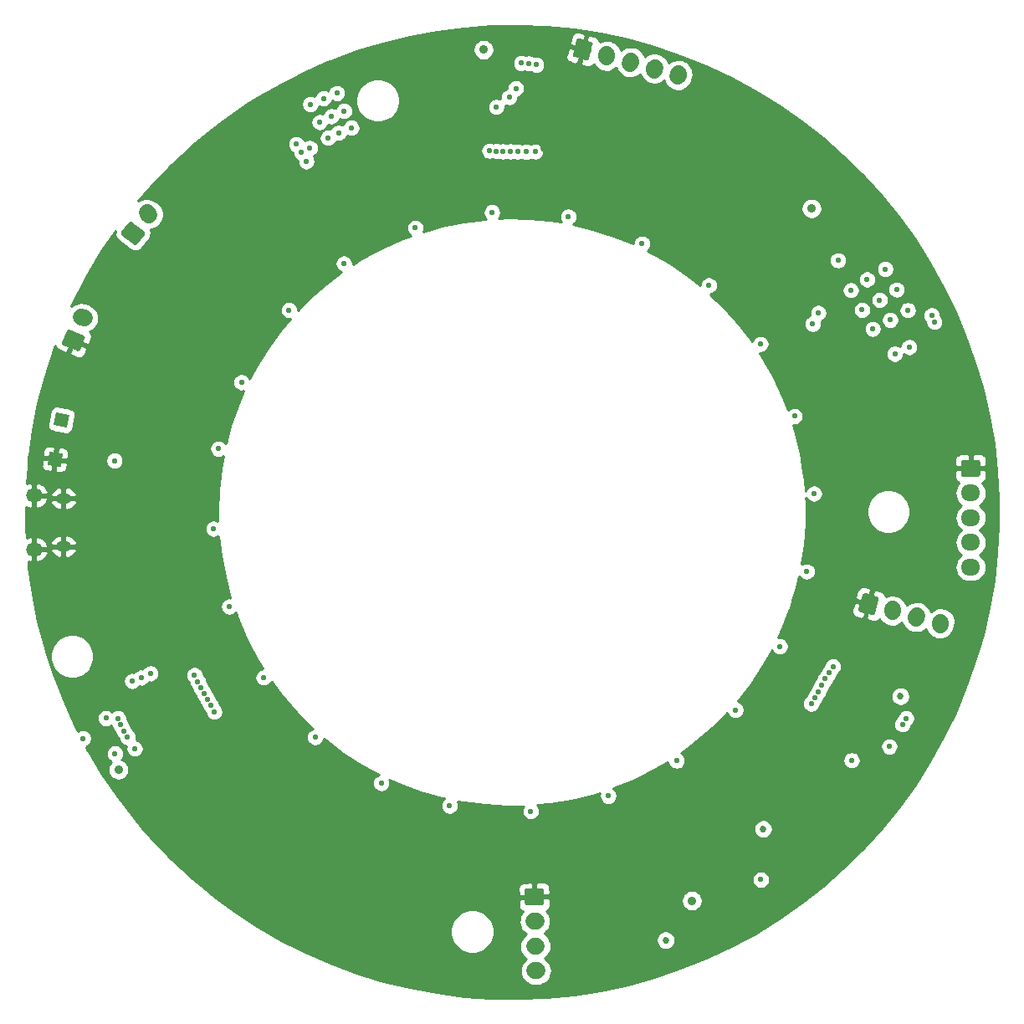
<source format=gbr>
G04 #@! TF.GenerationSoftware,KiCad,Pcbnew,(5.1.4)-1*
G04 #@! TF.CreationDate,2020-09-27T16:22:14-07:00*
G04 #@! TF.ProjectId,StarGazer,53746172-4761-47a6-9572-2e6b69636164,rev?*
G04 #@! TF.SameCoordinates,Original*
G04 #@! TF.FileFunction,Copper,L2,Inr*
G04 #@! TF.FilePolarity,Positive*
%FSLAX46Y46*%
G04 Gerber Fmt 4.6, Leading zero omitted, Abs format (unit mm)*
G04 Created by KiCad (PCBNEW (5.1.4)-1) date 2020-09-27 16:22:14*
%MOMM*%
%LPD*%
G04 APERTURE LIST*
%ADD10C,1.700000*%
%ADD11C,1.700000*%
%ADD12C,0.100000*%
%ADD13C,1.350000*%
%ADD14O,1.950000X1.700000*%
%ADD15O,1.700000X1.350000*%
%ADD16O,1.500000X1.100000*%
%ADD17C,0.550000*%
%ADD18C,0.470000*%
%ADD19C,0.889000*%
%ADD20C,0.685800*%
%ADD21C,0.254000*%
G04 APERTURE END LIST*
D10*
X203300000Y-101200000D03*
D11*
X203332352Y-101079259D02*
X203267648Y-101320741D01*
D10*
X200885185Y-100552952D03*
D11*
X200917537Y-100432211D02*
X200852833Y-100673693D01*
D10*
X198470371Y-99905905D03*
D11*
X198502723Y-99785164D02*
X198438019Y-100026646D01*
D12*
G36*
X195679995Y-98153804D02*
G01*
X195704368Y-98156608D01*
X195728349Y-98161788D01*
X196887460Y-98472371D01*
X196910818Y-98479876D01*
X196933327Y-98489634D01*
X196954772Y-98501551D01*
X196974945Y-98515514D01*
X196993653Y-98531386D01*
X197010715Y-98549016D01*
X197025967Y-98568233D01*
X197039261Y-98588852D01*
X197050471Y-98610675D01*
X197059488Y-98633492D01*
X197066224Y-98657083D01*
X197070616Y-98681220D01*
X197072621Y-98705672D01*
X197072220Y-98730203D01*
X197069416Y-98754576D01*
X197064236Y-98778557D01*
X196688949Y-100179150D01*
X196681445Y-100202507D01*
X196671686Y-100225017D01*
X196659769Y-100246462D01*
X196645806Y-100266635D01*
X196629934Y-100285343D01*
X196612305Y-100302405D01*
X196593088Y-100317657D01*
X196572468Y-100330951D01*
X196550645Y-100342161D01*
X196527828Y-100351177D01*
X196504237Y-100357914D01*
X196480100Y-100362306D01*
X196455648Y-100364311D01*
X196431117Y-100363910D01*
X196406744Y-100361106D01*
X196382763Y-100355926D01*
X195223652Y-100045343D01*
X195200294Y-100037838D01*
X195177785Y-100028080D01*
X195156340Y-100016163D01*
X195136167Y-100002200D01*
X195117459Y-99986328D01*
X195100397Y-99968698D01*
X195085145Y-99949481D01*
X195071851Y-99928862D01*
X195060641Y-99907039D01*
X195051624Y-99884222D01*
X195044888Y-99860631D01*
X195040496Y-99836494D01*
X195038491Y-99812042D01*
X195038892Y-99787511D01*
X195041696Y-99763138D01*
X195046876Y-99739157D01*
X195422163Y-98338564D01*
X195429667Y-98315207D01*
X195439426Y-98292697D01*
X195451343Y-98271252D01*
X195465306Y-98251079D01*
X195481178Y-98232371D01*
X195498807Y-98215309D01*
X195518024Y-98200057D01*
X195538644Y-98186763D01*
X195560467Y-98175553D01*
X195583284Y-98166537D01*
X195606875Y-98159800D01*
X195631012Y-98155408D01*
X195655464Y-98153403D01*
X195679995Y-98153804D01*
X195679995Y-98153804D01*
G37*
D10*
X196055556Y-99258857D03*
D13*
X114360000Y-80610000D03*
D12*
G36*
X114904800Y-81393864D02*
G01*
X113576136Y-81154800D01*
X113815200Y-79826136D01*
X115143864Y-80065200D01*
X114904800Y-81393864D01*
X114904800Y-81393864D01*
G37*
D13*
X113710000Y-84580000D03*
D12*
G36*
X114305552Y-85326035D02*
G01*
X112963965Y-85175552D01*
X113114448Y-83833965D01*
X114456035Y-83984448D01*
X114305552Y-85326035D01*
X114305552Y-85326035D01*
G37*
D10*
X123117904Y-59744617D03*
D11*
X122998901Y-59653303D02*
X123236907Y-59835931D01*
D12*
G36*
X121382593Y-60545952D02*
G01*
X121406966Y-60548756D01*
X121430947Y-60553936D01*
X121454305Y-60561441D01*
X121476814Y-60571199D01*
X121498259Y-60583116D01*
X121518432Y-60597079D01*
X122708462Y-61510221D01*
X122727170Y-61526093D01*
X122744232Y-61543723D01*
X122759484Y-61562940D01*
X122772778Y-61583559D01*
X122783988Y-61605382D01*
X122793005Y-61628199D01*
X122799741Y-61651790D01*
X122804133Y-61675927D01*
X122806138Y-61700379D01*
X122805737Y-61724910D01*
X122802933Y-61749283D01*
X122797753Y-61773264D01*
X122790248Y-61796621D01*
X122780490Y-61819131D01*
X122768573Y-61840576D01*
X122754610Y-61860749D01*
X122024096Y-62812773D01*
X122008224Y-62831481D01*
X121990594Y-62848543D01*
X121971377Y-62863795D01*
X121950758Y-62877089D01*
X121928935Y-62888299D01*
X121906118Y-62897316D01*
X121882527Y-62904052D01*
X121858390Y-62908444D01*
X121833938Y-62910449D01*
X121809407Y-62910048D01*
X121785034Y-62907244D01*
X121761053Y-62902064D01*
X121737695Y-62894559D01*
X121715186Y-62884801D01*
X121693741Y-62872884D01*
X121673568Y-62858921D01*
X120483538Y-61945779D01*
X120464830Y-61929907D01*
X120447768Y-61912277D01*
X120432516Y-61893060D01*
X120419222Y-61872441D01*
X120408012Y-61850618D01*
X120398995Y-61827801D01*
X120392259Y-61804210D01*
X120387867Y-61780073D01*
X120385862Y-61755621D01*
X120386263Y-61731090D01*
X120389067Y-61706717D01*
X120394247Y-61682736D01*
X120401752Y-61659379D01*
X120411510Y-61636869D01*
X120423427Y-61615424D01*
X120437390Y-61595251D01*
X121167904Y-60643227D01*
X121183776Y-60624519D01*
X121201406Y-60607457D01*
X121220623Y-60592205D01*
X121241242Y-60578911D01*
X121263065Y-60567701D01*
X121285882Y-60558684D01*
X121309473Y-60551948D01*
X121333610Y-60547556D01*
X121358062Y-60545551D01*
X121382593Y-60545952D01*
X121382593Y-60545952D01*
G37*
D10*
X121596000Y-61728000D03*
D14*
X206370000Y-95510000D03*
X206370000Y-93010000D03*
X206370000Y-90510000D03*
X206370000Y-88010000D03*
D12*
G36*
X207119504Y-84661204D02*
G01*
X207143773Y-84664804D01*
X207167571Y-84670765D01*
X207190671Y-84679030D01*
X207212849Y-84689520D01*
X207233893Y-84702133D01*
X207253598Y-84716747D01*
X207271777Y-84733223D01*
X207288253Y-84751402D01*
X207302867Y-84771107D01*
X207315480Y-84792151D01*
X207325970Y-84814329D01*
X207334235Y-84837429D01*
X207340196Y-84861227D01*
X207343796Y-84885496D01*
X207345000Y-84910000D01*
X207345000Y-86110000D01*
X207343796Y-86134504D01*
X207340196Y-86158773D01*
X207334235Y-86182571D01*
X207325970Y-86205671D01*
X207315480Y-86227849D01*
X207302867Y-86248893D01*
X207288253Y-86268598D01*
X207271777Y-86286777D01*
X207253598Y-86303253D01*
X207233893Y-86317867D01*
X207212849Y-86330480D01*
X207190671Y-86340970D01*
X207167571Y-86349235D01*
X207143773Y-86355196D01*
X207119504Y-86358796D01*
X207095000Y-86360000D01*
X205645000Y-86360000D01*
X205620496Y-86358796D01*
X205596227Y-86355196D01*
X205572429Y-86349235D01*
X205549329Y-86340970D01*
X205527151Y-86330480D01*
X205506107Y-86317867D01*
X205486402Y-86303253D01*
X205468223Y-86286777D01*
X205451747Y-86268598D01*
X205437133Y-86248893D01*
X205424520Y-86227849D01*
X205414030Y-86205671D01*
X205405765Y-86182571D01*
X205399804Y-86158773D01*
X205396204Y-86134504D01*
X205395000Y-86110000D01*
X205395000Y-84910000D01*
X205396204Y-84885496D01*
X205399804Y-84861227D01*
X205405765Y-84837429D01*
X205414030Y-84814329D01*
X205424520Y-84792151D01*
X205437133Y-84771107D01*
X205451747Y-84751402D01*
X205468223Y-84733223D01*
X205486402Y-84716747D01*
X205506107Y-84702133D01*
X205527151Y-84689520D01*
X205549329Y-84679030D01*
X205572429Y-84670765D01*
X205596227Y-84664804D01*
X205620496Y-84661204D01*
X205645000Y-84660000D01*
X207095000Y-84660000D01*
X207119504Y-84661204D01*
X207119504Y-84661204D01*
G37*
D10*
X206370000Y-85510000D03*
X176775258Y-45706190D03*
D11*
X176807610Y-45585449D02*
X176742906Y-45826931D01*
D10*
X174360444Y-45059143D03*
D11*
X174392796Y-44938402D02*
X174328092Y-45179884D01*
D10*
X171945629Y-44412095D03*
D11*
X171977981Y-44291354D02*
X171913277Y-44532836D01*
D10*
X169530815Y-43765048D03*
D11*
X169563167Y-43644307D02*
X169498463Y-43885789D01*
D12*
G36*
X166740439Y-42012947D02*
G01*
X166764812Y-42015751D01*
X166788793Y-42020931D01*
X167947904Y-42331514D01*
X167971262Y-42339019D01*
X167993771Y-42348777D01*
X168015216Y-42360694D01*
X168035389Y-42374657D01*
X168054097Y-42390529D01*
X168071159Y-42408159D01*
X168086411Y-42427376D01*
X168099705Y-42447995D01*
X168110915Y-42469818D01*
X168119932Y-42492635D01*
X168126668Y-42516226D01*
X168131060Y-42540363D01*
X168133065Y-42564815D01*
X168132664Y-42589346D01*
X168129860Y-42613719D01*
X168124680Y-42637700D01*
X167749393Y-44038293D01*
X167741889Y-44061650D01*
X167732130Y-44084160D01*
X167720213Y-44105605D01*
X167706250Y-44125778D01*
X167690378Y-44144486D01*
X167672749Y-44161548D01*
X167653532Y-44176800D01*
X167632912Y-44190094D01*
X167611089Y-44201304D01*
X167588272Y-44210320D01*
X167564681Y-44217057D01*
X167540544Y-44221449D01*
X167516092Y-44223454D01*
X167491561Y-44223053D01*
X167467188Y-44220249D01*
X167443207Y-44215069D01*
X166284096Y-43904486D01*
X166260738Y-43896981D01*
X166238229Y-43887223D01*
X166216784Y-43875306D01*
X166196611Y-43861343D01*
X166177903Y-43845471D01*
X166160841Y-43827841D01*
X166145589Y-43808624D01*
X166132295Y-43788005D01*
X166121085Y-43766182D01*
X166112068Y-43743365D01*
X166105332Y-43719774D01*
X166100940Y-43695637D01*
X166098935Y-43671185D01*
X166099336Y-43646654D01*
X166102140Y-43622281D01*
X166107320Y-43598300D01*
X166482607Y-42197707D01*
X166490111Y-42174350D01*
X166499870Y-42151840D01*
X166511787Y-42130395D01*
X166525750Y-42110222D01*
X166541622Y-42091514D01*
X166559251Y-42074452D01*
X166578468Y-42059200D01*
X166599088Y-42045906D01*
X166620911Y-42034696D01*
X166643728Y-42025680D01*
X166667319Y-42018943D01*
X166691456Y-42014551D01*
X166715908Y-42012546D01*
X166740439Y-42012947D01*
X166740439Y-42012947D01*
G37*
D10*
X167116000Y-43118000D03*
X162380000Y-136360000D03*
D11*
X162504968Y-136357164D02*
X162255032Y-136362836D01*
D10*
X162323282Y-133860643D03*
D11*
X162448250Y-133857807D02*
X162198314Y-133863479D01*
D10*
X162266563Y-131361287D03*
D11*
X162391531Y-131358451D02*
X162141595Y-131364123D01*
D12*
G36*
X162939899Y-127996348D02*
G01*
X162964243Y-127999396D01*
X162988171Y-128004816D01*
X163011452Y-128012555D01*
X163033863Y-128022539D01*
X163055187Y-128034671D01*
X163075219Y-128048835D01*
X163093767Y-128064894D01*
X163110651Y-128082694D01*
X163125709Y-128102063D01*
X163138796Y-128122815D01*
X163149786Y-128144750D01*
X163158573Y-128167656D01*
X163165073Y-128191313D01*
X163169222Y-128215493D01*
X163170982Y-128239964D01*
X163198207Y-129439655D01*
X163197559Y-129464180D01*
X163194511Y-129488524D01*
X163189091Y-129512452D01*
X163181352Y-129535733D01*
X163171368Y-129558144D01*
X163159236Y-129579468D01*
X163145072Y-129599500D01*
X163129013Y-129618048D01*
X163111213Y-129634932D01*
X163091844Y-129649990D01*
X163071092Y-129663077D01*
X163049157Y-129674067D01*
X163026251Y-129682854D01*
X163002594Y-129689354D01*
X162978414Y-129693503D01*
X162953943Y-129695263D01*
X161504316Y-129728160D01*
X161479791Y-129727512D01*
X161455447Y-129724464D01*
X161431519Y-129719044D01*
X161408238Y-129711305D01*
X161385827Y-129701321D01*
X161364503Y-129689189D01*
X161344471Y-129675025D01*
X161325923Y-129658966D01*
X161309039Y-129641166D01*
X161293981Y-129621797D01*
X161280894Y-129601045D01*
X161269904Y-129579110D01*
X161261117Y-129556204D01*
X161254617Y-129532547D01*
X161250468Y-129508367D01*
X161248708Y-129483896D01*
X161221483Y-128284205D01*
X161222131Y-128259680D01*
X161225179Y-128235336D01*
X161230599Y-128211408D01*
X161238338Y-128188127D01*
X161248322Y-128165716D01*
X161260454Y-128144392D01*
X161274618Y-128124360D01*
X161290677Y-128105812D01*
X161308477Y-128088928D01*
X161327846Y-128073870D01*
X161348598Y-128060783D01*
X161370533Y-128049793D01*
X161393439Y-128041006D01*
X161417096Y-128034506D01*
X161441276Y-128030357D01*
X161465747Y-128028597D01*
X162915374Y-127995700D01*
X162939899Y-127996348D01*
X162939899Y-127996348D01*
G37*
D10*
X162209845Y-128861930D03*
X116522709Y-70238301D03*
D11*
X116384127Y-70180898D02*
X116661291Y-70295704D01*
D12*
G36*
X115127204Y-71457864D02*
G01*
X115151473Y-71461464D01*
X115175271Y-71467425D01*
X115198371Y-71475690D01*
X116584191Y-72049715D01*
X116606369Y-72060205D01*
X116627413Y-72072818D01*
X116647118Y-72087432D01*
X116665297Y-72103908D01*
X116681773Y-72122087D01*
X116696387Y-72141792D01*
X116709000Y-72162836D01*
X116719490Y-72185014D01*
X116727755Y-72208114D01*
X116733716Y-72231912D01*
X116737316Y-72256181D01*
X116738520Y-72280685D01*
X116737316Y-72305189D01*
X116733716Y-72329458D01*
X116727755Y-72353256D01*
X116719490Y-72376356D01*
X116260270Y-73485011D01*
X116249780Y-73507189D01*
X116237167Y-73528233D01*
X116222553Y-73547938D01*
X116206077Y-73566117D01*
X116187898Y-73582593D01*
X116168193Y-73597207D01*
X116147149Y-73609820D01*
X116124971Y-73620310D01*
X116101871Y-73628575D01*
X116078073Y-73634536D01*
X116053804Y-73638136D01*
X116029300Y-73639340D01*
X116004796Y-73638136D01*
X115980527Y-73634536D01*
X115956729Y-73628575D01*
X115933629Y-73620310D01*
X114547809Y-73046285D01*
X114525631Y-73035795D01*
X114504587Y-73023182D01*
X114484882Y-73008568D01*
X114466703Y-72992092D01*
X114450227Y-72973913D01*
X114435613Y-72954208D01*
X114423000Y-72933164D01*
X114412510Y-72910986D01*
X114404245Y-72887886D01*
X114398284Y-72864088D01*
X114394684Y-72839819D01*
X114393480Y-72815315D01*
X114394684Y-72790811D01*
X114398284Y-72766542D01*
X114404245Y-72742744D01*
X114412510Y-72719644D01*
X114871730Y-71610989D01*
X114882220Y-71588811D01*
X114894833Y-71567767D01*
X114909447Y-71548062D01*
X114925923Y-71529883D01*
X114944102Y-71513407D01*
X114963807Y-71498793D01*
X114984851Y-71486180D01*
X115007029Y-71475690D01*
X115030129Y-71467425D01*
X115053927Y-71461464D01*
X115078196Y-71457864D01*
X115102700Y-71456660D01*
X115127204Y-71457864D01*
X115127204Y-71457864D01*
G37*
D10*
X115566000Y-72548000D03*
D15*
X111570000Y-93710000D03*
X111570000Y-88250000D03*
D16*
X114570000Y-93400000D03*
X114570000Y-88560000D03*
D17*
X198870000Y-67420000D03*
X197160000Y-68470000D03*
X195890000Y-66390000D03*
X194240000Y-67470000D03*
X195380000Y-69470000D03*
X196460000Y-71400000D03*
X138660000Y-53540000D03*
X139490000Y-53080000D03*
X138130000Y-52700000D03*
X139140000Y-54450000D03*
X197730000Y-65330000D03*
X200010000Y-69500000D03*
X198220000Y-70490000D03*
D18*
X121150000Y-82160000D03*
X121980000Y-83100000D03*
X120200000Y-81950000D03*
X120020000Y-82730000D03*
X120990000Y-82920000D03*
X122150000Y-82340000D03*
D19*
X182312811Y-124155207D03*
D17*
X161760000Y-59590000D03*
X169620000Y-61280000D03*
X176690000Y-64750000D03*
X182740000Y-69980000D03*
X187160000Y-76500000D03*
X189830000Y-84110000D03*
X190330000Y-91720000D03*
X188800000Y-99570000D03*
X180110000Y-112790000D03*
X173640000Y-117210000D03*
X165880000Y-119880000D03*
X157970000Y-120360000D03*
X150210000Y-118740000D03*
X143000000Y-115310000D03*
X137070000Y-110000000D03*
X132570000Y-103520000D03*
X130090000Y-95910000D03*
X129650000Y-87900000D03*
X131120000Y-80070000D03*
X134720000Y-72860000D03*
X140020000Y-67010000D03*
X146510000Y-62720000D03*
X154000000Y-60180000D03*
D19*
X148750000Y-44420000D03*
X125680000Y-105240000D03*
X125940000Y-122640000D03*
D17*
X185090000Y-106550000D03*
D19*
X190710000Y-111620000D03*
D17*
X123460000Y-77620000D03*
X122710000Y-70550000D03*
X129650000Y-62370000D03*
D19*
X128180000Y-53620000D03*
X135640000Y-48390000D03*
X136370000Y-55090000D03*
D17*
X174000000Y-57440000D03*
X174740000Y-52770000D03*
X165700000Y-49820000D03*
D19*
X183210000Y-47980000D03*
X188584239Y-54025761D03*
X188830000Y-60760000D03*
D17*
X194940000Y-79760000D03*
D19*
X163240000Y-53080000D03*
X177520800Y-127245256D03*
D17*
X185660000Y-66360000D03*
D20*
X196340000Y-106740000D03*
X173450000Y-133950000D03*
D19*
X157073209Y-43133209D03*
X120120000Y-116020000D03*
D17*
X140870000Y-48070000D03*
X141680000Y-49870000D03*
X142390000Y-51550000D03*
X143690000Y-51040000D03*
X142960000Y-49340000D03*
X142230000Y-47530000D03*
X139540000Y-48650000D03*
X140470000Y-50470000D03*
X141340000Y-52050000D03*
D19*
X190260000Y-59210000D03*
D17*
X194320000Y-115050000D03*
X185139928Y-127132308D03*
D19*
X178160472Y-129256580D03*
D20*
X185368728Y-122001272D03*
X199270000Y-108570000D03*
X175510000Y-133260000D03*
D17*
X161620000Y-44530000D03*
X120080000Y-110800000D03*
X198140000Y-113660000D03*
X116530000Y-112830000D03*
X192950000Y-64460000D03*
X119720000Y-84720000D03*
X202420000Y-70010000D03*
X202690000Y-70680000D03*
X137380000Y-69490000D03*
X158360000Y-48930000D03*
X157670000Y-53370000D03*
X142940000Y-64780000D03*
X158360000Y-53400000D03*
X150160000Y-61170000D03*
X159054000Y-53428000D03*
X157930000Y-59590000D03*
X159816000Y-53428000D03*
X165658000Y-60032000D03*
X160510000Y-53450000D03*
X173120000Y-62770000D03*
X179880000Y-66990000D03*
X161400000Y-53460000D03*
X185100000Y-72920000D03*
X162300000Y-53450000D03*
X121770000Y-113870000D03*
X153640000Y-119660000D03*
X129830000Y-110140000D03*
X146720000Y-117370000D03*
X129480000Y-109520000D03*
X140020000Y-112710000D03*
X129130000Y-108900000D03*
X134820000Y-106670000D03*
X128790000Y-108300000D03*
X131320000Y-99500000D03*
X128450000Y-107690000D03*
X129750000Y-91620000D03*
X128150000Y-107070000D03*
X130240000Y-83520000D03*
X127820000Y-106440000D03*
X132570000Y-76790000D03*
X199830000Y-110800000D03*
X188540000Y-80230000D03*
X192430000Y-105560000D03*
X190510000Y-88060000D03*
X192040000Y-106200000D03*
X189780000Y-95950000D03*
X191660000Y-106800000D03*
X187050000Y-103520000D03*
X191280000Y-107440000D03*
X182580000Y-109950000D03*
X190950000Y-108100000D03*
X176610000Y-115090000D03*
X190600000Y-108720000D03*
X169700000Y-118660000D03*
X190230000Y-109330000D03*
X161850000Y-120210000D03*
X120330000Y-111470000D03*
X121510000Y-107040000D03*
X160910000Y-44500000D03*
X120670000Y-112080000D03*
X122410000Y-106690000D03*
X160340000Y-47050000D03*
X190960000Y-69770000D03*
X162390000Y-44670000D03*
X119780000Y-114370000D03*
X118850000Y-110780000D03*
X199470000Y-111410000D03*
X121050000Y-112710000D03*
X123350000Y-106260000D03*
X159670000Y-47940000D03*
X190390000Y-70890000D03*
X200140000Y-73240000D03*
X198690000Y-73910000D03*
D21*
G36*
X163435946Y-40828166D02*
G01*
X166208198Y-41103685D01*
X168960422Y-41535603D01*
X171683803Y-42122536D01*
X174369615Y-42862605D01*
X177009257Y-43753438D01*
X179594271Y-44792182D01*
X182116379Y-45975510D01*
X184567500Y-47299632D01*
X186939783Y-48760304D01*
X189225629Y-50352849D01*
X191417715Y-52072166D01*
X193509020Y-53912745D01*
X195492845Y-55868693D01*
X197362834Y-57933743D01*
X199112998Y-60101280D01*
X200737730Y-62364361D01*
X202231827Y-64715737D01*
X203590501Y-67147875D01*
X204809400Y-69652985D01*
X205884620Y-72223042D01*
X206812718Y-74849813D01*
X207590719Y-77524884D01*
X208216132Y-80239686D01*
X208686953Y-82985523D01*
X209001674Y-85753598D01*
X209159287Y-88535045D01*
X209159287Y-91320955D01*
X209001674Y-94102402D01*
X208686953Y-96870477D01*
X208216132Y-99616314D01*
X207590719Y-102331116D01*
X206812718Y-105006187D01*
X205884620Y-107632958D01*
X204809400Y-110203015D01*
X203590501Y-112708125D01*
X202231827Y-115140263D01*
X200737730Y-117491639D01*
X199112998Y-119754720D01*
X197362834Y-121922257D01*
X195492845Y-123987307D01*
X193509020Y-125943255D01*
X191417715Y-127783834D01*
X189225629Y-129503151D01*
X186939783Y-131095696D01*
X184567500Y-132556368D01*
X182116379Y-133880490D01*
X179594271Y-135063818D01*
X177009257Y-136102562D01*
X174369615Y-136993395D01*
X171683803Y-137733464D01*
X168960422Y-138320397D01*
X166208198Y-138752315D01*
X163435946Y-139027834D01*
X160652547Y-139146071D01*
X157866917Y-139106648D01*
X155087978Y-138909691D01*
X152324633Y-138555831D01*
X149585734Y-138046202D01*
X146880054Y-137382435D01*
X144216260Y-136566657D01*
X141602886Y-135601482D01*
X139048301Y-134490000D01*
X136560691Y-133235773D01*
X134698540Y-132160660D01*
X153693000Y-132160660D01*
X153693000Y-132599340D01*
X153778582Y-133029592D01*
X153946458Y-133434880D01*
X154190176Y-133799630D01*
X154500370Y-134109824D01*
X154865120Y-134353542D01*
X155270408Y-134521418D01*
X155700660Y-134607000D01*
X156139340Y-134607000D01*
X156569592Y-134521418D01*
X156974880Y-134353542D01*
X157339630Y-134109824D01*
X157649824Y-133799630D01*
X157893542Y-133434880D01*
X158061418Y-133029592D01*
X158147000Y-132599340D01*
X158147000Y-132160660D01*
X158061418Y-131730408D01*
X157893542Y-131325120D01*
X157649824Y-130960370D01*
X157339630Y-130650176D01*
X156974880Y-130406458D01*
X156569592Y-130238582D01*
X156139340Y-130153000D01*
X155700660Y-130153000D01*
X155270408Y-130238582D01*
X154865120Y-130406458D01*
X154500370Y-130650176D01*
X154190176Y-130960370D01*
X153946458Y-131325120D01*
X153778582Y-131730408D01*
X153693000Y-132160660D01*
X134698540Y-132160660D01*
X134148023Y-131842819D01*
X131818025Y-130315598D01*
X130288184Y-129184133D01*
X160606742Y-129184133D01*
X160616472Y-129748308D01*
X160631553Y-129872479D01*
X160670570Y-129991323D01*
X160732022Y-130100271D01*
X160813548Y-130195136D01*
X160912014Y-130272274D01*
X161023637Y-130328721D01*
X161066998Y-130340807D01*
X160889184Y-130567786D01*
X160757891Y-130827421D01*
X160679772Y-131107680D01*
X160657832Y-131397795D01*
X160692910Y-131686616D01*
X160783662Y-131963043D01*
X160926598Y-132216455D01*
X161116226Y-132437112D01*
X161345258Y-132616534D01*
X161375505Y-132631830D01*
X161345982Y-132648482D01*
X161125325Y-132838110D01*
X160945903Y-133067142D01*
X160814610Y-133326777D01*
X160736491Y-133607036D01*
X160714551Y-133897151D01*
X160749629Y-134185972D01*
X160840381Y-134462399D01*
X160983317Y-134715811D01*
X161172945Y-134936468D01*
X161401977Y-135115890D01*
X161432225Y-135131186D01*
X161402700Y-135147839D01*
X161182043Y-135337467D01*
X161002621Y-135566499D01*
X160871328Y-135826134D01*
X160793209Y-136106393D01*
X160771269Y-136396508D01*
X160806347Y-136685329D01*
X160897099Y-136961756D01*
X161040035Y-137215168D01*
X161229663Y-137435825D01*
X161458695Y-137615247D01*
X161718330Y-137746540D01*
X161998589Y-137824659D01*
X162216005Y-137841101D01*
X162611015Y-137832137D01*
X162827461Y-137805849D01*
X163103888Y-137715097D01*
X163357299Y-137572161D01*
X163577957Y-137382533D01*
X163757379Y-137153501D01*
X163888672Y-136893866D01*
X163966791Y-136613607D01*
X163988731Y-136323492D01*
X163953652Y-136034671D01*
X163862900Y-135758244D01*
X163719964Y-135504832D01*
X163530337Y-135284175D01*
X163301304Y-135104753D01*
X163271056Y-135089457D01*
X163300581Y-135072804D01*
X163521239Y-134883176D01*
X163700661Y-134654144D01*
X163831954Y-134394509D01*
X163910073Y-134114250D01*
X163932013Y-133824135D01*
X163896934Y-133535314D01*
X163806182Y-133258887D01*
X163752929Y-133164473D01*
X174540100Y-133164473D01*
X174540100Y-133355527D01*
X174577373Y-133542909D01*
X174650486Y-133719420D01*
X174756629Y-133878275D01*
X174891725Y-134013371D01*
X175050580Y-134119514D01*
X175227091Y-134192627D01*
X175414473Y-134229900D01*
X175605527Y-134229900D01*
X175792909Y-134192627D01*
X175969420Y-134119514D01*
X176128275Y-134013371D01*
X176263371Y-133878275D01*
X176369514Y-133719420D01*
X176442627Y-133542909D01*
X176479900Y-133355527D01*
X176479900Y-133164473D01*
X176442627Y-132977091D01*
X176369514Y-132800580D01*
X176263371Y-132641725D01*
X176128275Y-132506629D01*
X175969420Y-132400486D01*
X175792909Y-132327373D01*
X175605527Y-132290100D01*
X175414473Y-132290100D01*
X175227091Y-132327373D01*
X175050580Y-132400486D01*
X174891725Y-132506629D01*
X174756629Y-132641725D01*
X174650486Y-132800580D01*
X174577373Y-132977091D01*
X174540100Y-133164473D01*
X163752929Y-133164473D01*
X163663246Y-133005475D01*
X163473619Y-132784818D01*
X163244586Y-132605396D01*
X163214339Y-132590100D01*
X163243862Y-132573448D01*
X163464520Y-132383820D01*
X163643942Y-132154788D01*
X163775235Y-131895153D01*
X163853354Y-131614894D01*
X163875294Y-131324779D01*
X163840215Y-131035958D01*
X163749463Y-130759531D01*
X163606527Y-130506119D01*
X163418602Y-130287443D01*
X163461370Y-130273402D01*
X163570318Y-130211949D01*
X163665183Y-130130424D01*
X163742321Y-130031957D01*
X163798768Y-129920334D01*
X163832353Y-129799843D01*
X163841786Y-129675115D01*
X163827039Y-129151046D01*
X177088972Y-129151046D01*
X177088972Y-129362114D01*
X177130149Y-129569125D01*
X177210921Y-129764126D01*
X177328183Y-129939622D01*
X177477430Y-130088869D01*
X177652926Y-130206131D01*
X177847927Y-130286903D01*
X178054938Y-130328080D01*
X178266006Y-130328080D01*
X178473017Y-130286903D01*
X178668018Y-130206131D01*
X178843514Y-130088869D01*
X178992761Y-129939622D01*
X179110023Y-129764126D01*
X179190795Y-129569125D01*
X179231972Y-129362114D01*
X179231972Y-129151046D01*
X179190795Y-128944035D01*
X179110023Y-128749034D01*
X178992761Y-128573538D01*
X178843514Y-128424291D01*
X178668018Y-128307029D01*
X178473017Y-128226257D01*
X178266006Y-128185080D01*
X178054938Y-128185080D01*
X177847927Y-128226257D01*
X177652926Y-128307029D01*
X177477430Y-128424291D01*
X177328183Y-128573538D01*
X177210921Y-128749034D01*
X177130149Y-128944035D01*
X177088972Y-129151046D01*
X163827039Y-129151046D01*
X163825914Y-129111080D01*
X163663603Y-128955972D01*
X162339694Y-128986016D01*
X162340148Y-129006011D01*
X162086213Y-129011774D01*
X162085759Y-128991779D01*
X160761850Y-129021822D01*
X160606742Y-129184133D01*
X130288184Y-129184133D01*
X129578162Y-128659004D01*
X128843877Y-128048745D01*
X160577904Y-128048745D01*
X160593776Y-128612780D01*
X160756087Y-128767888D01*
X162079996Y-128737844D01*
X162052789Y-127538903D01*
X162046759Y-127533140D01*
X162306723Y-127533140D01*
X162333931Y-128732081D01*
X163657840Y-128702038D01*
X163812948Y-128539727D01*
X163803218Y-127975552D01*
X163788137Y-127851381D01*
X163749120Y-127732537D01*
X163687668Y-127623589D01*
X163606142Y-127528724D01*
X163507676Y-127451586D01*
X163396053Y-127395139D01*
X163275562Y-127361554D01*
X163150834Y-127352121D01*
X162461831Y-127370829D01*
X162306723Y-127533140D01*
X162046759Y-127533140D01*
X161890478Y-127383795D01*
X161201336Y-127396361D01*
X161077164Y-127411442D01*
X160958320Y-127450458D01*
X160849372Y-127511911D01*
X160754507Y-127593436D01*
X160677369Y-127691903D01*
X160620922Y-127803526D01*
X160587337Y-127924017D01*
X160577904Y-128048745D01*
X128843877Y-128048745D01*
X127634294Y-127043469D01*
X184237928Y-127043469D01*
X184237928Y-127221147D01*
X184272592Y-127395412D01*
X184340586Y-127559565D01*
X184439299Y-127707299D01*
X184564937Y-127832937D01*
X184712671Y-127931650D01*
X184876824Y-127999644D01*
X185051089Y-128034308D01*
X185228767Y-128034308D01*
X185403032Y-127999644D01*
X185567185Y-127931650D01*
X185714919Y-127832937D01*
X185840557Y-127707299D01*
X185939270Y-127559565D01*
X186007264Y-127395412D01*
X186041928Y-127221147D01*
X186041928Y-127043469D01*
X186007264Y-126869204D01*
X185939270Y-126705051D01*
X185840557Y-126557317D01*
X185714919Y-126431679D01*
X185567185Y-126332966D01*
X185403032Y-126264972D01*
X185228767Y-126230308D01*
X185051089Y-126230308D01*
X184876824Y-126264972D01*
X184712671Y-126332966D01*
X184564937Y-126431679D01*
X184439299Y-126557317D01*
X184340586Y-126705051D01*
X184272592Y-126869204D01*
X184237928Y-127043469D01*
X127634294Y-127043469D01*
X127435608Y-126878343D01*
X125397227Y-124979319D01*
X123469548Y-122968014D01*
X122560984Y-121905745D01*
X184398828Y-121905745D01*
X184398828Y-122096799D01*
X184436101Y-122284181D01*
X184509214Y-122460692D01*
X184615357Y-122619547D01*
X184750453Y-122754643D01*
X184909308Y-122860786D01*
X185085819Y-122933899D01*
X185273201Y-122971172D01*
X185464255Y-122971172D01*
X185651637Y-122933899D01*
X185828148Y-122860786D01*
X185987003Y-122754643D01*
X186122099Y-122619547D01*
X186228242Y-122460692D01*
X186301355Y-122284181D01*
X186338628Y-122096799D01*
X186338628Y-121905745D01*
X186301355Y-121718363D01*
X186228242Y-121541852D01*
X186122099Y-121382997D01*
X185987003Y-121247901D01*
X185828148Y-121141758D01*
X185651637Y-121068645D01*
X185464255Y-121031372D01*
X185273201Y-121031372D01*
X185085819Y-121068645D01*
X184909308Y-121141758D01*
X184750453Y-121247901D01*
X184615357Y-121382997D01*
X184509214Y-121541852D01*
X184436101Y-121718363D01*
X184398828Y-121905745D01*
X122560984Y-121905745D01*
X121658746Y-120850873D01*
X119970622Y-118634676D01*
X118410583Y-116326523D01*
X117190779Y-114281161D01*
X118878000Y-114281161D01*
X118878000Y-114458839D01*
X118912664Y-114633104D01*
X118980658Y-114797257D01*
X119079371Y-114944991D01*
X119205009Y-115070629D01*
X119352743Y-115169342D01*
X119425281Y-115199388D01*
X119287711Y-115336958D01*
X119170449Y-115512454D01*
X119089677Y-115707455D01*
X119048500Y-115914466D01*
X119048500Y-116125534D01*
X119089677Y-116332545D01*
X119170449Y-116527546D01*
X119287711Y-116703042D01*
X119436958Y-116852289D01*
X119612454Y-116969551D01*
X119807455Y-117050323D01*
X120014466Y-117091500D01*
X120225534Y-117091500D01*
X120432545Y-117050323D01*
X120627546Y-116969551D01*
X120803042Y-116852289D01*
X120952289Y-116703042D01*
X121069551Y-116527546D01*
X121150323Y-116332545D01*
X121191500Y-116125534D01*
X121191500Y-115914466D01*
X121150323Y-115707455D01*
X121069551Y-115512454D01*
X120952289Y-115336958D01*
X120803042Y-115187711D01*
X120627546Y-115070449D01*
X120434948Y-114990672D01*
X120480629Y-114944991D01*
X120579342Y-114797257D01*
X120647336Y-114633104D01*
X120682000Y-114458839D01*
X120682000Y-114281161D01*
X120647336Y-114106896D01*
X120579342Y-113942743D01*
X120480629Y-113795009D01*
X120354991Y-113669371D01*
X120207257Y-113570658D01*
X120043104Y-113502664D01*
X119868839Y-113468000D01*
X119691161Y-113468000D01*
X119516896Y-113502664D01*
X119352743Y-113570658D01*
X119205009Y-113669371D01*
X119079371Y-113795009D01*
X118980658Y-113942743D01*
X118912664Y-114106896D01*
X118878000Y-114281161D01*
X117190779Y-114281161D01*
X116983626Y-113933808D01*
X116848247Y-113674495D01*
X116957257Y-113629342D01*
X117104991Y-113530629D01*
X117230629Y-113404991D01*
X117329342Y-113257257D01*
X117397336Y-113093104D01*
X117432000Y-112918839D01*
X117432000Y-112741161D01*
X117397336Y-112566896D01*
X117329342Y-112402743D01*
X117230629Y-112255009D01*
X117104991Y-112129371D01*
X116957257Y-112030658D01*
X116793104Y-111962664D01*
X116618839Y-111928000D01*
X116441161Y-111928000D01*
X116266896Y-111962664D01*
X116102743Y-112030658D01*
X116019198Y-112086481D01*
X115694323Y-111464195D01*
X115344890Y-110691161D01*
X117948000Y-110691161D01*
X117948000Y-110868839D01*
X117982664Y-111043104D01*
X118050658Y-111207257D01*
X118149371Y-111354991D01*
X118275009Y-111480629D01*
X118422743Y-111579342D01*
X118586896Y-111647336D01*
X118761161Y-111682000D01*
X118938839Y-111682000D01*
X119113104Y-111647336D01*
X119277257Y-111579342D01*
X119424991Y-111480629D01*
X119428000Y-111477620D01*
X119428000Y-111558839D01*
X119462664Y-111733104D01*
X119530658Y-111897257D01*
X119629371Y-112044991D01*
X119755009Y-112170629D01*
X119770402Y-112180914D01*
X119802664Y-112343104D01*
X119870658Y-112507257D01*
X119969371Y-112654991D01*
X120095009Y-112780629D01*
X120151945Y-112818673D01*
X120182664Y-112973104D01*
X120250658Y-113137257D01*
X120349371Y-113284991D01*
X120475009Y-113410629D01*
X120622743Y-113509342D01*
X120786896Y-113577336D01*
X120905164Y-113600861D01*
X120902664Y-113606896D01*
X120868000Y-113781161D01*
X120868000Y-113958839D01*
X120902664Y-114133104D01*
X120970658Y-114297257D01*
X121069371Y-114444991D01*
X121195009Y-114570629D01*
X121342743Y-114669342D01*
X121506896Y-114737336D01*
X121681161Y-114772000D01*
X121858839Y-114772000D01*
X122033104Y-114737336D01*
X122197257Y-114669342D01*
X122344991Y-114570629D01*
X122470629Y-114444991D01*
X122569342Y-114297257D01*
X122637336Y-114133104D01*
X122672000Y-113958839D01*
X122672000Y-113781161D01*
X122637336Y-113606896D01*
X122569342Y-113442743D01*
X122470629Y-113295009D01*
X122344991Y-113169371D01*
X122197257Y-113070658D01*
X122033104Y-113002664D01*
X121914836Y-112979139D01*
X121917336Y-112973104D01*
X121952000Y-112798839D01*
X121952000Y-112621161D01*
X121917336Y-112446896D01*
X121849342Y-112282743D01*
X121750629Y-112135009D01*
X121624991Y-112009371D01*
X121568055Y-111971327D01*
X121537336Y-111816896D01*
X121469342Y-111652743D01*
X121370629Y-111505009D01*
X121244991Y-111379371D01*
X121229598Y-111369086D01*
X121197336Y-111206896D01*
X121129342Y-111042743D01*
X121030629Y-110895009D01*
X120982000Y-110846380D01*
X120982000Y-110711161D01*
X120947336Y-110536896D01*
X120879342Y-110372743D01*
X120780629Y-110225009D01*
X120654991Y-110099371D01*
X120507257Y-110000658D01*
X120343104Y-109932664D01*
X120168839Y-109898000D01*
X119991161Y-109898000D01*
X119816896Y-109932664D01*
X119652743Y-110000658D01*
X119505009Y-110099371D01*
X119475000Y-110129380D01*
X119424991Y-110079371D01*
X119277257Y-109980658D01*
X119113104Y-109912664D01*
X118938839Y-109878000D01*
X118761161Y-109878000D01*
X118586896Y-109912664D01*
X118422743Y-109980658D01*
X118275009Y-110079371D01*
X118149371Y-110205009D01*
X118050658Y-110352743D01*
X117982664Y-110516896D01*
X117948000Y-110691161D01*
X115344890Y-110691161D01*
X114546804Y-108925595D01*
X113785683Y-106951161D01*
X120608000Y-106951161D01*
X120608000Y-107128839D01*
X120642664Y-107303104D01*
X120710658Y-107467257D01*
X120809371Y-107614991D01*
X120935009Y-107740629D01*
X121082743Y-107839342D01*
X121246896Y-107907336D01*
X121421161Y-107942000D01*
X121598839Y-107942000D01*
X121773104Y-107907336D01*
X121937257Y-107839342D01*
X122084991Y-107740629D01*
X122210629Y-107614991D01*
X122237156Y-107575290D01*
X122321161Y-107592000D01*
X122498839Y-107592000D01*
X122673104Y-107557336D01*
X122837257Y-107489342D01*
X122984991Y-107390629D01*
X123110629Y-107264991D01*
X123189032Y-107147652D01*
X123261161Y-107162000D01*
X123438839Y-107162000D01*
X123613104Y-107127336D01*
X123777257Y-107059342D01*
X123924991Y-106960629D01*
X124050629Y-106834991D01*
X124149342Y-106687257D01*
X124217336Y-106523104D01*
X124251538Y-106351161D01*
X126918000Y-106351161D01*
X126918000Y-106528839D01*
X126952664Y-106703104D01*
X127020658Y-106867257D01*
X127119371Y-107014991D01*
X127245009Y-107140629D01*
X127248000Y-107142628D01*
X127248000Y-107158839D01*
X127282664Y-107333104D01*
X127350658Y-107497257D01*
X127449371Y-107644991D01*
X127548000Y-107743620D01*
X127548000Y-107778839D01*
X127582664Y-107953104D01*
X127650658Y-108117257D01*
X127749371Y-108264991D01*
X127875009Y-108390629D01*
X127890402Y-108400914D01*
X127922664Y-108563104D01*
X127990658Y-108727257D01*
X128089371Y-108874991D01*
X128215009Y-109000629D01*
X128232696Y-109012447D01*
X128262664Y-109163104D01*
X128330658Y-109327257D01*
X128429371Y-109474991D01*
X128555009Y-109600629D01*
X128579641Y-109617087D01*
X128612664Y-109783104D01*
X128680658Y-109947257D01*
X128779371Y-110094991D01*
X128905009Y-110220629D01*
X128929641Y-110237087D01*
X128962664Y-110403104D01*
X129030658Y-110567257D01*
X129129371Y-110714991D01*
X129255009Y-110840629D01*
X129402743Y-110939342D01*
X129566896Y-111007336D01*
X129741161Y-111042000D01*
X129918839Y-111042000D01*
X130093104Y-111007336D01*
X130257257Y-110939342D01*
X130404991Y-110840629D01*
X130530629Y-110714991D01*
X130629342Y-110567257D01*
X130697336Y-110403104D01*
X130732000Y-110228839D01*
X130732000Y-110051161D01*
X130697336Y-109876896D01*
X130629342Y-109712743D01*
X130530629Y-109565009D01*
X130404991Y-109439371D01*
X130380359Y-109422913D01*
X130347336Y-109256896D01*
X130279342Y-109092743D01*
X130180629Y-108945009D01*
X130054991Y-108819371D01*
X130030359Y-108802913D01*
X129997336Y-108636896D01*
X129929342Y-108472743D01*
X129830629Y-108325009D01*
X129704991Y-108199371D01*
X129687304Y-108187553D01*
X129657336Y-108036896D01*
X129589342Y-107872743D01*
X129490629Y-107725009D01*
X129364991Y-107599371D01*
X129349598Y-107589086D01*
X129317336Y-107426896D01*
X129249342Y-107262743D01*
X129150629Y-107115009D01*
X129052000Y-107016380D01*
X129052000Y-106981161D01*
X129017336Y-106806896D01*
X128949342Y-106642743D01*
X128850629Y-106495009D01*
X128724991Y-106369371D01*
X128722000Y-106367372D01*
X128722000Y-106351161D01*
X128687336Y-106176896D01*
X128619342Y-106012743D01*
X128520629Y-105865009D01*
X128394991Y-105739371D01*
X128247257Y-105640658D01*
X128083104Y-105572664D01*
X127908839Y-105538000D01*
X127731161Y-105538000D01*
X127556896Y-105572664D01*
X127392743Y-105640658D01*
X127245009Y-105739371D01*
X127119371Y-105865009D01*
X127020658Y-106012743D01*
X126952664Y-106176896D01*
X126918000Y-106351161D01*
X124251538Y-106351161D01*
X124252000Y-106348839D01*
X124252000Y-106171161D01*
X124217336Y-105996896D01*
X124149342Y-105832743D01*
X124050629Y-105685009D01*
X123924991Y-105559371D01*
X123777257Y-105460658D01*
X123613104Y-105392664D01*
X123438839Y-105358000D01*
X123261161Y-105358000D01*
X123086896Y-105392664D01*
X122922743Y-105460658D01*
X122775009Y-105559371D01*
X122649371Y-105685009D01*
X122570968Y-105802348D01*
X122498839Y-105788000D01*
X122321161Y-105788000D01*
X122146896Y-105822664D01*
X121982743Y-105890658D01*
X121835009Y-105989371D01*
X121709371Y-106115009D01*
X121682844Y-106154710D01*
X121598839Y-106138000D01*
X121421161Y-106138000D01*
X121246896Y-106172664D01*
X121082743Y-106240658D01*
X120935009Y-106339371D01*
X120809371Y-106465009D01*
X120710658Y-106612743D01*
X120642664Y-106776896D01*
X120608000Y-106951161D01*
X113785683Y-106951161D01*
X113544744Y-106326140D01*
X112902612Y-104330660D01*
X113203000Y-104330660D01*
X113203000Y-104769340D01*
X113288582Y-105199592D01*
X113456458Y-105604880D01*
X113700176Y-105969630D01*
X114010370Y-106279824D01*
X114375120Y-106523542D01*
X114780408Y-106691418D01*
X115210660Y-106777000D01*
X115649340Y-106777000D01*
X116079592Y-106691418D01*
X116484880Y-106523542D01*
X116849630Y-106279824D01*
X117159824Y-105969630D01*
X117403542Y-105604880D01*
X117571418Y-105199592D01*
X117657000Y-104769340D01*
X117657000Y-104330660D01*
X117571418Y-103900408D01*
X117403542Y-103495120D01*
X117159824Y-103130370D01*
X116849630Y-102820176D01*
X116484880Y-102576458D01*
X116079592Y-102408582D01*
X115649340Y-102323000D01*
X115210660Y-102323000D01*
X114780408Y-102408582D01*
X114375120Y-102576458D01*
X114010370Y-102820176D01*
X113700176Y-103130370D01*
X113456458Y-103495120D01*
X113288582Y-103900408D01*
X113203000Y-104330660D01*
X112902612Y-104330660D01*
X112691353Y-103674157D01*
X111989364Y-100978141D01*
X111441028Y-98246727D01*
X111048100Y-95488667D01*
X111003248Y-94961699D01*
X111237116Y-95013675D01*
X111443000Y-94863573D01*
X111443000Y-93837000D01*
X111697000Y-93837000D01*
X111697000Y-94863573D01*
X111902884Y-95013675D01*
X112154185Y-94957824D01*
X112389761Y-94854019D01*
X112600559Y-94706250D01*
X112778478Y-94520196D01*
X112916681Y-94303007D01*
X113009857Y-94063029D01*
X113012910Y-94039400D01*
X112889224Y-93837000D01*
X111697000Y-93837000D01*
X111443000Y-93837000D01*
X111423000Y-93837000D01*
X111423000Y-93709744D01*
X113226197Y-93709744D01*
X113230989Y-93748526D01*
X113320869Y-93964039D01*
X113451066Y-94157877D01*
X113616578Y-94322590D01*
X113811043Y-94451848D01*
X114026989Y-94540684D01*
X114256116Y-94585684D01*
X114443000Y-94430152D01*
X114443000Y-93527000D01*
X114697000Y-93527000D01*
X114697000Y-94430152D01*
X114883884Y-94585684D01*
X115113011Y-94540684D01*
X115328957Y-94451848D01*
X115523422Y-94322590D01*
X115688934Y-94157877D01*
X115819131Y-93964039D01*
X115909011Y-93748526D01*
X115913803Y-93709744D01*
X115788361Y-93527000D01*
X114697000Y-93527000D01*
X114443000Y-93527000D01*
X113351639Y-93527000D01*
X113226197Y-93709744D01*
X111423000Y-93709744D01*
X111423000Y-93583000D01*
X111443000Y-93583000D01*
X111443000Y-92556427D01*
X111697000Y-92556427D01*
X111697000Y-93583000D01*
X112889224Y-93583000D01*
X113012910Y-93380600D01*
X113009857Y-93356971D01*
X112916681Y-93116993D01*
X112899668Y-93090256D01*
X113226197Y-93090256D01*
X113351639Y-93273000D01*
X114443000Y-93273000D01*
X114443000Y-92369848D01*
X114697000Y-92369848D01*
X114697000Y-93273000D01*
X115788361Y-93273000D01*
X115913803Y-93090256D01*
X115909011Y-93051474D01*
X115819131Y-92835961D01*
X115688934Y-92642123D01*
X115523422Y-92477410D01*
X115328957Y-92348152D01*
X115113011Y-92259316D01*
X114883884Y-92214316D01*
X114697000Y-92369848D01*
X114443000Y-92369848D01*
X114256116Y-92214316D01*
X114026989Y-92259316D01*
X113811043Y-92348152D01*
X113616578Y-92477410D01*
X113451066Y-92642123D01*
X113320869Y-92835961D01*
X113230989Y-93051474D01*
X113226197Y-93090256D01*
X112899668Y-93090256D01*
X112778478Y-92899804D01*
X112600559Y-92713750D01*
X112389761Y-92565981D01*
X112154185Y-92462176D01*
X111902884Y-92406325D01*
X111697000Y-92556427D01*
X111443000Y-92556427D01*
X111237116Y-92406325D01*
X110985815Y-92462176D01*
X110806974Y-92540981D01*
X110778386Y-91531161D01*
X128848000Y-91531161D01*
X128848000Y-91708839D01*
X128882664Y-91883104D01*
X128950658Y-92047257D01*
X129049371Y-92194991D01*
X129175009Y-92320629D01*
X129322743Y-92419342D01*
X129486896Y-92487336D01*
X129661161Y-92522000D01*
X129838839Y-92522000D01*
X130013104Y-92487336D01*
X130177257Y-92419342D01*
X130266130Y-92359959D01*
X130484037Y-94317149D01*
X130888670Y-96481742D01*
X131450956Y-98606378D01*
X131408839Y-98598000D01*
X131231161Y-98598000D01*
X131056896Y-98632664D01*
X130892743Y-98700658D01*
X130745009Y-98799371D01*
X130619371Y-98925009D01*
X130520658Y-99072743D01*
X130452664Y-99236896D01*
X130418000Y-99411161D01*
X130418000Y-99588839D01*
X130452664Y-99763104D01*
X130520658Y-99927257D01*
X130619371Y-100074991D01*
X130745009Y-100200629D01*
X130892743Y-100299342D01*
X131056896Y-100367336D01*
X131231161Y-100402000D01*
X131408839Y-100402000D01*
X131583104Y-100367336D01*
X131747257Y-100299342D01*
X131894991Y-100200629D01*
X131974075Y-100121545D01*
X132171125Y-100691918D01*
X133041943Y-102714507D01*
X134059757Y-104667260D01*
X134741306Y-105768000D01*
X134731161Y-105768000D01*
X134556896Y-105802664D01*
X134392743Y-105870658D01*
X134245009Y-105969371D01*
X134119371Y-106095009D01*
X134020658Y-106242743D01*
X133952664Y-106406896D01*
X133918000Y-106581161D01*
X133918000Y-106758839D01*
X133952664Y-106933104D01*
X134020658Y-107097257D01*
X134119371Y-107244991D01*
X134245009Y-107370629D01*
X134392743Y-107469342D01*
X134556896Y-107537336D01*
X134731161Y-107572000D01*
X134908839Y-107572000D01*
X135083104Y-107537336D01*
X135247257Y-107469342D01*
X135394991Y-107370629D01*
X135520629Y-107244991D01*
X135619342Y-107097257D01*
X135621117Y-107092971D01*
X136513361Y-108321039D01*
X137935751Y-110002109D01*
X139478408Y-111573541D01*
X139779654Y-111838137D01*
X139756896Y-111842664D01*
X139592743Y-111910658D01*
X139445009Y-112009371D01*
X139319371Y-112135009D01*
X139220658Y-112282743D01*
X139152664Y-112446896D01*
X139118000Y-112621161D01*
X139118000Y-112798839D01*
X139152664Y-112973104D01*
X139220658Y-113137257D01*
X139319371Y-113284991D01*
X139445009Y-113410629D01*
X139592743Y-113509342D01*
X139756896Y-113577336D01*
X139931161Y-113612000D01*
X140108839Y-113612000D01*
X140283104Y-113577336D01*
X140447257Y-113509342D01*
X140594991Y-113410629D01*
X140720629Y-113284991D01*
X140819342Y-113137257D01*
X140887336Y-112973104D01*
X140914775Y-112835159D01*
X141132907Y-113026753D01*
X142890211Y-114353807D01*
X144740722Y-115547456D01*
X146483751Y-116497322D01*
X146456896Y-116502664D01*
X146292743Y-116570658D01*
X146145009Y-116669371D01*
X146019371Y-116795009D01*
X145920658Y-116942743D01*
X145852664Y-117106896D01*
X145818000Y-117281161D01*
X145818000Y-117458839D01*
X145852664Y-117633104D01*
X145920658Y-117797257D01*
X146019371Y-117944991D01*
X146145009Y-118070629D01*
X146292743Y-118169342D01*
X146456896Y-118237336D01*
X146631161Y-118272000D01*
X146808839Y-118272000D01*
X146983104Y-118237336D01*
X147147257Y-118169342D01*
X147294991Y-118070629D01*
X147420629Y-117944991D01*
X147519342Y-117797257D01*
X147587336Y-117633104D01*
X147622000Y-117458839D01*
X147622000Y-117281161D01*
X147587336Y-117106896D01*
X147540199Y-116993097D01*
X148680486Y-117509225D01*
X150748221Y-118266631D01*
X152866245Y-118869261D01*
X153121213Y-118921817D01*
X153065009Y-118959371D01*
X152939371Y-119085009D01*
X152840658Y-119232743D01*
X152772664Y-119396896D01*
X152738000Y-119571161D01*
X152738000Y-119748839D01*
X152772664Y-119923104D01*
X152840658Y-120087257D01*
X152939371Y-120234991D01*
X153065009Y-120360629D01*
X153212743Y-120459342D01*
X153376896Y-120527336D01*
X153551161Y-120562000D01*
X153728839Y-120562000D01*
X153903104Y-120527336D01*
X154067257Y-120459342D01*
X154214991Y-120360629D01*
X154340629Y-120234991D01*
X154439342Y-120087257D01*
X154507336Y-119923104D01*
X154542000Y-119748839D01*
X154542000Y-119571161D01*
X154507336Y-119396896D01*
X154439342Y-119232743D01*
X154408946Y-119187253D01*
X155022991Y-119313824D01*
X157206680Y-119597891D01*
X159405384Y-119719912D01*
X161113737Y-119688338D01*
X161050658Y-119782743D01*
X160982664Y-119946896D01*
X160948000Y-120121161D01*
X160948000Y-120298839D01*
X160982664Y-120473104D01*
X161050658Y-120637257D01*
X161149371Y-120784991D01*
X161275009Y-120910629D01*
X161422743Y-121009342D01*
X161586896Y-121077336D01*
X161761161Y-121112000D01*
X161938839Y-121112000D01*
X162113104Y-121077336D01*
X162277257Y-121009342D01*
X162424991Y-120910629D01*
X162550629Y-120784991D01*
X162649342Y-120637257D01*
X162717336Y-120473104D01*
X162752000Y-120298839D01*
X162752000Y-120121161D01*
X162717336Y-119946896D01*
X162649342Y-119782743D01*
X162550629Y-119635009D01*
X162511074Y-119595454D01*
X163799790Y-119476037D01*
X165971490Y-119111473D01*
X168110336Y-118587519D01*
X168853760Y-118345966D01*
X168832664Y-118396896D01*
X168798000Y-118571161D01*
X168798000Y-118748839D01*
X168832664Y-118923104D01*
X168900658Y-119087257D01*
X168999371Y-119234991D01*
X169125009Y-119360629D01*
X169272743Y-119459342D01*
X169436896Y-119527336D01*
X169611161Y-119562000D01*
X169788839Y-119562000D01*
X169963104Y-119527336D01*
X170127257Y-119459342D01*
X170274991Y-119360629D01*
X170400629Y-119234991D01*
X170499342Y-119087257D01*
X170567336Y-118923104D01*
X170602000Y-118748839D01*
X170602000Y-118571161D01*
X170567336Y-118396896D01*
X170499342Y-118232743D01*
X170400629Y-118085009D01*
X170274991Y-117959371D01*
X170199277Y-117908780D01*
X170204646Y-117907036D01*
X172242981Y-117073742D01*
X174214209Y-116092187D01*
X175712660Y-115202264D01*
X175742664Y-115353104D01*
X175810658Y-115517257D01*
X175909371Y-115664991D01*
X176035009Y-115790629D01*
X176182743Y-115889342D01*
X176346896Y-115957336D01*
X176521161Y-115992000D01*
X176698839Y-115992000D01*
X176873104Y-115957336D01*
X177037257Y-115889342D01*
X177184991Y-115790629D01*
X177310629Y-115664991D01*
X177409342Y-115517257D01*
X177477336Y-115353104D01*
X177512000Y-115178839D01*
X177512000Y-115001161D01*
X177504044Y-114961161D01*
X193418000Y-114961161D01*
X193418000Y-115138839D01*
X193452664Y-115313104D01*
X193520658Y-115477257D01*
X193619371Y-115624991D01*
X193745009Y-115750629D01*
X193892743Y-115849342D01*
X194056896Y-115917336D01*
X194231161Y-115952000D01*
X194408839Y-115952000D01*
X194583104Y-115917336D01*
X194747257Y-115849342D01*
X194894991Y-115750629D01*
X195020629Y-115624991D01*
X195119342Y-115477257D01*
X195187336Y-115313104D01*
X195222000Y-115138839D01*
X195222000Y-114961161D01*
X195187336Y-114786896D01*
X195119342Y-114622743D01*
X195020629Y-114475009D01*
X194894991Y-114349371D01*
X194747257Y-114250658D01*
X194583104Y-114182664D01*
X194408839Y-114148000D01*
X194231161Y-114148000D01*
X194056896Y-114182664D01*
X193892743Y-114250658D01*
X193745009Y-114349371D01*
X193619371Y-114475009D01*
X193520658Y-114622743D01*
X193452664Y-114786896D01*
X193418000Y-114961161D01*
X177504044Y-114961161D01*
X177477336Y-114826896D01*
X177409342Y-114662743D01*
X177310629Y-114515009D01*
X177184991Y-114389371D01*
X177057389Y-114304110D01*
X177912704Y-113706519D01*
X178078808Y-113571161D01*
X197238000Y-113571161D01*
X197238000Y-113748839D01*
X197272664Y-113923104D01*
X197340658Y-114087257D01*
X197439371Y-114234991D01*
X197565009Y-114360629D01*
X197712743Y-114459342D01*
X197876896Y-114527336D01*
X198051161Y-114562000D01*
X198228839Y-114562000D01*
X198403104Y-114527336D01*
X198567257Y-114459342D01*
X198714991Y-114360629D01*
X198840629Y-114234991D01*
X198939342Y-114087257D01*
X199007336Y-113923104D01*
X199042000Y-113748839D01*
X199042000Y-113571161D01*
X199007336Y-113396896D01*
X198939342Y-113232743D01*
X198840629Y-113085009D01*
X198714991Y-112959371D01*
X198567257Y-112860658D01*
X198403104Y-112792664D01*
X198228839Y-112758000D01*
X198051161Y-112758000D01*
X197876896Y-112792664D01*
X197712743Y-112860658D01*
X197565009Y-112959371D01*
X197439371Y-113085009D01*
X197340658Y-113232743D01*
X197272664Y-113396896D01*
X197238000Y-113571161D01*
X178078808Y-113571161D01*
X179619771Y-112315436D01*
X180670755Y-111321161D01*
X198568000Y-111321161D01*
X198568000Y-111498839D01*
X198602664Y-111673104D01*
X198670658Y-111837257D01*
X198769371Y-111984991D01*
X198895009Y-112110629D01*
X199042743Y-112209342D01*
X199206896Y-112277336D01*
X199381161Y-112312000D01*
X199558839Y-112312000D01*
X199733104Y-112277336D01*
X199897257Y-112209342D01*
X200044991Y-112110629D01*
X200170629Y-111984991D01*
X200269342Y-111837257D01*
X200337336Y-111673104D01*
X200366532Y-111526326D01*
X200404991Y-111500629D01*
X200530629Y-111374991D01*
X200629342Y-111227257D01*
X200697336Y-111063104D01*
X200732000Y-110888839D01*
X200732000Y-110711161D01*
X200697336Y-110536896D01*
X200629342Y-110372743D01*
X200530629Y-110225009D01*
X200404991Y-110099371D01*
X200257257Y-110000658D01*
X200093104Y-109932664D01*
X199918839Y-109898000D01*
X199741161Y-109898000D01*
X199566896Y-109932664D01*
X199402743Y-110000658D01*
X199255009Y-110099371D01*
X199129371Y-110225009D01*
X199030658Y-110372743D01*
X198962664Y-110536896D01*
X198933468Y-110683674D01*
X198895009Y-110709371D01*
X198769371Y-110835009D01*
X198670658Y-110982743D01*
X198602664Y-111146896D01*
X198568000Y-111321161D01*
X180670755Y-111321161D01*
X181219442Y-110802081D01*
X181726317Y-110246065D01*
X181780658Y-110377257D01*
X181879371Y-110524991D01*
X182005009Y-110650629D01*
X182152743Y-110749342D01*
X182316896Y-110817336D01*
X182491161Y-110852000D01*
X182668839Y-110852000D01*
X182843104Y-110817336D01*
X183007257Y-110749342D01*
X183154991Y-110650629D01*
X183280629Y-110524991D01*
X183379342Y-110377257D01*
X183447336Y-110213104D01*
X183482000Y-110038839D01*
X183482000Y-109861161D01*
X183447336Y-109686896D01*
X183379342Y-109522743D01*
X183280629Y-109375009D01*
X183154991Y-109249371D01*
X183142704Y-109241161D01*
X189328000Y-109241161D01*
X189328000Y-109418839D01*
X189362664Y-109593104D01*
X189430658Y-109757257D01*
X189529371Y-109904991D01*
X189655009Y-110030629D01*
X189802743Y-110129342D01*
X189966896Y-110197336D01*
X190141161Y-110232000D01*
X190318839Y-110232000D01*
X190493104Y-110197336D01*
X190657257Y-110129342D01*
X190804991Y-110030629D01*
X190930629Y-109904991D01*
X191029342Y-109757257D01*
X191097336Y-109593104D01*
X191124999Y-109454032D01*
X191174991Y-109420629D01*
X191300629Y-109294991D01*
X191399342Y-109147257D01*
X191467336Y-108983104D01*
X191500359Y-108817087D01*
X191524991Y-108800629D01*
X191650629Y-108674991D01*
X191749342Y-108527257D01*
X191771205Y-108474473D01*
X198300100Y-108474473D01*
X198300100Y-108665527D01*
X198337373Y-108852909D01*
X198410486Y-109029420D01*
X198516629Y-109188275D01*
X198651725Y-109323371D01*
X198810580Y-109429514D01*
X198987091Y-109502627D01*
X199174473Y-109539900D01*
X199365527Y-109539900D01*
X199552909Y-109502627D01*
X199729420Y-109429514D01*
X199888275Y-109323371D01*
X200023371Y-109188275D01*
X200129514Y-109029420D01*
X200202627Y-108852909D01*
X200239900Y-108665527D01*
X200239900Y-108474473D01*
X200202627Y-108287091D01*
X200129514Y-108110580D01*
X200023371Y-107951725D01*
X199888275Y-107816629D01*
X199729420Y-107710486D01*
X199552909Y-107637373D01*
X199365527Y-107600100D01*
X199174473Y-107600100D01*
X198987091Y-107637373D01*
X198810580Y-107710486D01*
X198651725Y-107816629D01*
X198516629Y-107951725D01*
X198410486Y-108110580D01*
X198337373Y-108287091D01*
X198300100Y-108474473D01*
X191771205Y-108474473D01*
X191817336Y-108363104D01*
X191852000Y-108188839D01*
X191852000Y-108142628D01*
X191854991Y-108140629D01*
X191980629Y-108014991D01*
X192079342Y-107867257D01*
X192147336Y-107703104D01*
X192180349Y-107537140D01*
X192234991Y-107500629D01*
X192360629Y-107374991D01*
X192459342Y-107227257D01*
X192527336Y-107063104D01*
X192551173Y-106943271D01*
X192614991Y-106900629D01*
X192740629Y-106774991D01*
X192839342Y-106627257D01*
X192907336Y-106463104D01*
X192938816Y-106304846D01*
X193004991Y-106260629D01*
X193130629Y-106134991D01*
X193229342Y-105987257D01*
X193297336Y-105823104D01*
X193332000Y-105648839D01*
X193332000Y-105471161D01*
X193297336Y-105296896D01*
X193229342Y-105132743D01*
X193130629Y-104985009D01*
X193004991Y-104859371D01*
X192857257Y-104760658D01*
X192693104Y-104692664D01*
X192518839Y-104658000D01*
X192341161Y-104658000D01*
X192166896Y-104692664D01*
X192002743Y-104760658D01*
X191855009Y-104859371D01*
X191729371Y-104985009D01*
X191630658Y-105132743D01*
X191562664Y-105296896D01*
X191531184Y-105455154D01*
X191465009Y-105499371D01*
X191339371Y-105625009D01*
X191240658Y-105772743D01*
X191172664Y-105936896D01*
X191148827Y-106056729D01*
X191085009Y-106099371D01*
X190959371Y-106225009D01*
X190860658Y-106372743D01*
X190792664Y-106536896D01*
X190759651Y-106702860D01*
X190705009Y-106739371D01*
X190579371Y-106865009D01*
X190480658Y-107012743D01*
X190412664Y-107176896D01*
X190378000Y-107351161D01*
X190378000Y-107397372D01*
X190375009Y-107399371D01*
X190249371Y-107525009D01*
X190150658Y-107672743D01*
X190082664Y-107836896D01*
X190049641Y-108002913D01*
X190025009Y-108019371D01*
X189899371Y-108145009D01*
X189800658Y-108292743D01*
X189732664Y-108456896D01*
X189705001Y-108595968D01*
X189655009Y-108629371D01*
X189529371Y-108755009D01*
X189430658Y-108902743D01*
X189362664Y-109066896D01*
X189328000Y-109241161D01*
X183142704Y-109241161D01*
X183007257Y-109150658D01*
X182843104Y-109082664D01*
X182784371Y-109070981D01*
X184062279Y-107442237D01*
X185289920Y-105614099D01*
X186245592Y-103935026D01*
X186250658Y-103947257D01*
X186349371Y-104094991D01*
X186475009Y-104220629D01*
X186622743Y-104319342D01*
X186786896Y-104387336D01*
X186961161Y-104422000D01*
X187138839Y-104422000D01*
X187313104Y-104387336D01*
X187477257Y-104319342D01*
X187624991Y-104220629D01*
X187750629Y-104094991D01*
X187849342Y-103947257D01*
X187917336Y-103783104D01*
X187952000Y-103608839D01*
X187952000Y-103431161D01*
X187917336Y-103256896D01*
X187849342Y-103092743D01*
X187750629Y-102945009D01*
X187624991Y-102819371D01*
X187477257Y-102720658D01*
X187313104Y-102652664D01*
X187138839Y-102618000D01*
X186961161Y-102618000D01*
X186886303Y-102632890D01*
X187324157Y-101711260D01*
X188010770Y-99938907D01*
X194345464Y-99938907D01*
X194349557Y-100063924D01*
X194377961Y-100185740D01*
X194429584Y-100299674D01*
X194502442Y-100401348D01*
X194593736Y-100486855D01*
X194699958Y-100552908D01*
X194817025Y-100596969D01*
X195362844Y-100740040D01*
X195443406Y-100693527D01*
X195802617Y-100693527D01*
X195914871Y-100887955D01*
X196459099Y-101036961D01*
X196582513Y-101057337D01*
X196707530Y-101053245D01*
X196829346Y-101024840D01*
X196943280Y-100973217D01*
X197044954Y-100900359D01*
X197130461Y-100809065D01*
X197154231Y-100770840D01*
X197322183Y-101005215D01*
X197534533Y-101204101D01*
X197781603Y-101357738D01*
X198053899Y-101460222D01*
X198340957Y-101507615D01*
X198631744Y-101498094D01*
X198915086Y-101432026D01*
X199180096Y-101311951D01*
X199416588Y-101142482D01*
X199439755Y-101117747D01*
X199447453Y-101150760D01*
X199567528Y-101415770D01*
X199736997Y-101652262D01*
X199949347Y-101851148D01*
X200196417Y-102004785D01*
X200468713Y-102107269D01*
X200755771Y-102154662D01*
X201046558Y-102145141D01*
X201329900Y-102079073D01*
X201594910Y-101958998D01*
X201831402Y-101789529D01*
X201854570Y-101764793D01*
X201862268Y-101797808D01*
X201982343Y-102062818D01*
X202151812Y-102299310D01*
X202364162Y-102498196D01*
X202611232Y-102651833D01*
X202883528Y-102754317D01*
X203170586Y-102801710D01*
X203461373Y-102792189D01*
X203744715Y-102726121D01*
X204009725Y-102606046D01*
X204246217Y-102436577D01*
X204445103Y-102224227D01*
X204598740Y-101977157D01*
X204675543Y-101773095D01*
X204777804Y-101391446D01*
X204813321Y-101176322D01*
X204803800Y-100885535D01*
X204737732Y-100602192D01*
X204617657Y-100337182D01*
X204448188Y-100100691D01*
X204235838Y-99901805D01*
X203988768Y-99748167D01*
X203716472Y-99645684D01*
X203429414Y-99598291D01*
X203138627Y-99607812D01*
X202855285Y-99673879D01*
X202590275Y-99793954D01*
X202353783Y-99963424D01*
X202330615Y-99988160D01*
X202322917Y-99955144D01*
X202202842Y-99690134D01*
X202033373Y-99453643D01*
X201821023Y-99254757D01*
X201573953Y-99101119D01*
X201301657Y-98998636D01*
X201014599Y-98951243D01*
X200723812Y-98960764D01*
X200440470Y-99026831D01*
X200175460Y-99146906D01*
X199938968Y-99316376D01*
X199915801Y-99341111D01*
X199908103Y-99308097D01*
X199788028Y-99043087D01*
X199618559Y-98806596D01*
X199406209Y-98607710D01*
X199159139Y-98454072D01*
X198886843Y-98351589D01*
X198599785Y-98304196D01*
X198308998Y-98313717D01*
X198025656Y-98379784D01*
X197763028Y-98498780D01*
X197761555Y-98453790D01*
X197733151Y-98331974D01*
X197681528Y-98218040D01*
X197608670Y-98116366D01*
X197517376Y-98030859D01*
X197411154Y-97964806D01*
X197294087Y-97920745D01*
X196748268Y-97777674D01*
X196553840Y-97889927D01*
X196211099Y-99169054D01*
X196230418Y-99174230D01*
X196164677Y-99419576D01*
X196145359Y-99414400D01*
X195802617Y-100693527D01*
X195443406Y-100693527D01*
X195557272Y-100627787D01*
X195900013Y-99348660D01*
X194741627Y-99038271D01*
X194547199Y-99150524D01*
X194365840Y-99815493D01*
X194345464Y-99938907D01*
X188010770Y-99938907D01*
X188119643Y-99657874D01*
X188442337Y-98598497D01*
X194695114Y-98598497D01*
X194807367Y-98792926D01*
X195965753Y-99103314D01*
X196308495Y-97824187D01*
X196196241Y-97629759D01*
X195652013Y-97480753D01*
X195528599Y-97460377D01*
X195403582Y-97464469D01*
X195281766Y-97492874D01*
X195167832Y-97544497D01*
X195066158Y-97617355D01*
X194980651Y-97708649D01*
X194914598Y-97814871D01*
X194870537Y-97931938D01*
X194695114Y-98598497D01*
X188442337Y-98598497D01*
X188761308Y-97551347D01*
X189014581Y-96428025D01*
X189079371Y-96524991D01*
X189205009Y-96650629D01*
X189352743Y-96749342D01*
X189516896Y-96817336D01*
X189691161Y-96852000D01*
X189868839Y-96852000D01*
X190043104Y-96817336D01*
X190207257Y-96749342D01*
X190354991Y-96650629D01*
X190480629Y-96524991D01*
X190579342Y-96377257D01*
X190647336Y-96213104D01*
X190682000Y-96038839D01*
X190682000Y-95861161D01*
X190647336Y-95686896D01*
X190579342Y-95522743D01*
X190480629Y-95375009D01*
X190354991Y-95249371D01*
X190207257Y-95150658D01*
X190043104Y-95082664D01*
X189868839Y-95048000D01*
X189691161Y-95048000D01*
X189516896Y-95082664D01*
X189352743Y-95150658D01*
X189275578Y-95202218D01*
X189570021Y-93225118D01*
X189732650Y-91029044D01*
X189732650Y-89660660D01*
X195813000Y-89660660D01*
X195813000Y-90099340D01*
X195898582Y-90529592D01*
X196066458Y-90934880D01*
X196310176Y-91299630D01*
X196620370Y-91609824D01*
X196985120Y-91853542D01*
X197390408Y-92021418D01*
X197820660Y-92107000D01*
X198259340Y-92107000D01*
X198689592Y-92021418D01*
X199094880Y-91853542D01*
X199459630Y-91609824D01*
X199769824Y-91299630D01*
X200013542Y-90934880D01*
X200181418Y-90529592D01*
X200267000Y-90099340D01*
X200267000Y-89660660D01*
X200181418Y-89230408D01*
X200013542Y-88825120D01*
X199769824Y-88460370D01*
X199459630Y-88150176D01*
X199094880Y-87906458D01*
X198689592Y-87738582D01*
X198259340Y-87653000D01*
X197820660Y-87653000D01*
X197390408Y-87738582D01*
X196985120Y-87906458D01*
X196620370Y-88150176D01*
X196310176Y-88460370D01*
X196066458Y-88825120D01*
X195898582Y-89230408D01*
X195813000Y-89660660D01*
X189732650Y-89660660D01*
X189732650Y-88826956D01*
X189706805Y-88477955D01*
X189710658Y-88487257D01*
X189809371Y-88634991D01*
X189935009Y-88760629D01*
X190082743Y-88859342D01*
X190246896Y-88927336D01*
X190421161Y-88962000D01*
X190598839Y-88962000D01*
X190773104Y-88927336D01*
X190937257Y-88859342D01*
X191084991Y-88760629D01*
X191210629Y-88634991D01*
X191309342Y-88487257D01*
X191377336Y-88323104D01*
X191412000Y-88148839D01*
X191412000Y-87971161D01*
X191377336Y-87796896D01*
X191309342Y-87632743D01*
X191210629Y-87485009D01*
X191084991Y-87359371D01*
X190937257Y-87260658D01*
X190773104Y-87192664D01*
X190598839Y-87158000D01*
X190421161Y-87158000D01*
X190246896Y-87192664D01*
X190082743Y-87260658D01*
X189935009Y-87359371D01*
X189809371Y-87485009D01*
X189710658Y-87632743D01*
X189654291Y-87768826D01*
X189570021Y-86630882D01*
X189529680Y-86360000D01*
X204756928Y-86360000D01*
X204769188Y-86484482D01*
X204805498Y-86604180D01*
X204864463Y-86714494D01*
X204943815Y-86811185D01*
X205040506Y-86890537D01*
X205150820Y-86949502D01*
X205193894Y-86962568D01*
X205010978Y-87185453D01*
X204873828Y-87442042D01*
X204789371Y-87720457D01*
X204760854Y-88010000D01*
X204789371Y-88299543D01*
X204873828Y-88577958D01*
X205010978Y-88834547D01*
X205195550Y-89059450D01*
X205420453Y-89244022D01*
X205450346Y-89260000D01*
X205420453Y-89275978D01*
X205195550Y-89460550D01*
X205010978Y-89685453D01*
X204873828Y-89942042D01*
X204789371Y-90220457D01*
X204760854Y-90510000D01*
X204789371Y-90799543D01*
X204873828Y-91077958D01*
X205010978Y-91334547D01*
X205195550Y-91559450D01*
X205420453Y-91744022D01*
X205450346Y-91760000D01*
X205420453Y-91775978D01*
X205195550Y-91960550D01*
X205010978Y-92185453D01*
X204873828Y-92442042D01*
X204789371Y-92720457D01*
X204760854Y-93010000D01*
X204789371Y-93299543D01*
X204873828Y-93577958D01*
X205010978Y-93834547D01*
X205195550Y-94059450D01*
X205420453Y-94244022D01*
X205450346Y-94260000D01*
X205420453Y-94275978D01*
X205195550Y-94460550D01*
X205010978Y-94685453D01*
X204873828Y-94942042D01*
X204789371Y-95220457D01*
X204760854Y-95510000D01*
X204789371Y-95799543D01*
X204873828Y-96077958D01*
X205010978Y-96334547D01*
X205195550Y-96559450D01*
X205420453Y-96744022D01*
X205677042Y-96881172D01*
X205955457Y-96965629D01*
X206172444Y-96987000D01*
X206567556Y-96987000D01*
X206784543Y-96965629D01*
X207062958Y-96881172D01*
X207319547Y-96744022D01*
X207544450Y-96559450D01*
X207729022Y-96334547D01*
X207866172Y-96077958D01*
X207950629Y-95799543D01*
X207979146Y-95510000D01*
X207950629Y-95220457D01*
X207866172Y-94942042D01*
X207729022Y-94685453D01*
X207544450Y-94460550D01*
X207319547Y-94275978D01*
X207289654Y-94260000D01*
X207319547Y-94244022D01*
X207544450Y-94059450D01*
X207729022Y-93834547D01*
X207866172Y-93577958D01*
X207950629Y-93299543D01*
X207979146Y-93010000D01*
X207950629Y-92720457D01*
X207866172Y-92442042D01*
X207729022Y-92185453D01*
X207544450Y-91960550D01*
X207319547Y-91775978D01*
X207289654Y-91760000D01*
X207319547Y-91744022D01*
X207544450Y-91559450D01*
X207729022Y-91334547D01*
X207866172Y-91077958D01*
X207950629Y-90799543D01*
X207979146Y-90510000D01*
X207950629Y-90220457D01*
X207866172Y-89942042D01*
X207729022Y-89685453D01*
X207544450Y-89460550D01*
X207319547Y-89275978D01*
X207289654Y-89260000D01*
X207319547Y-89244022D01*
X207544450Y-89059450D01*
X207729022Y-88834547D01*
X207866172Y-88577958D01*
X207950629Y-88299543D01*
X207979146Y-88010000D01*
X207950629Y-87720457D01*
X207866172Y-87442042D01*
X207729022Y-87185453D01*
X207546106Y-86962568D01*
X207589180Y-86949502D01*
X207699494Y-86890537D01*
X207796185Y-86811185D01*
X207875537Y-86714494D01*
X207934502Y-86604180D01*
X207970812Y-86484482D01*
X207983072Y-86360000D01*
X207980000Y-85795750D01*
X207821250Y-85637000D01*
X206497000Y-85637000D01*
X206497000Y-85657000D01*
X206243000Y-85657000D01*
X206243000Y-85637000D01*
X204918750Y-85637000D01*
X204760000Y-85795750D01*
X204756928Y-86360000D01*
X189529680Y-86360000D01*
X189276505Y-84660000D01*
X204756928Y-84660000D01*
X204760000Y-85224250D01*
X204918750Y-85383000D01*
X206243000Y-85383000D01*
X206243000Y-84183750D01*
X206497000Y-84183750D01*
X206497000Y-85383000D01*
X207821250Y-85383000D01*
X207980000Y-85224250D01*
X207983072Y-84660000D01*
X207970812Y-84535518D01*
X207934502Y-84415820D01*
X207875537Y-84305506D01*
X207796185Y-84208815D01*
X207699494Y-84129463D01*
X207589180Y-84070498D01*
X207469482Y-84034188D01*
X207345000Y-84021928D01*
X206655750Y-84025000D01*
X206497000Y-84183750D01*
X206243000Y-84183750D01*
X206084250Y-84025000D01*
X205395000Y-84021928D01*
X205270518Y-84034188D01*
X205150820Y-84070498D01*
X205040506Y-84129463D01*
X204943815Y-84208815D01*
X204864463Y-84305506D01*
X204805498Y-84415820D01*
X204769188Y-84535518D01*
X204756928Y-84660000D01*
X189276505Y-84660000D01*
X189245649Y-84452816D01*
X188761308Y-82304653D01*
X188401074Y-81122037D01*
X188451161Y-81132000D01*
X188628839Y-81132000D01*
X188803104Y-81097336D01*
X188967257Y-81029342D01*
X189114991Y-80930629D01*
X189240629Y-80804991D01*
X189339342Y-80657257D01*
X189407336Y-80493104D01*
X189442000Y-80318839D01*
X189442000Y-80141161D01*
X189407336Y-79966896D01*
X189339342Y-79802743D01*
X189240629Y-79655009D01*
X189114991Y-79529371D01*
X188967257Y-79430658D01*
X188803104Y-79362664D01*
X188628839Y-79328000D01*
X188451161Y-79328000D01*
X188276896Y-79362664D01*
X188112743Y-79430658D01*
X187965009Y-79529371D01*
X187889729Y-79604651D01*
X187324157Y-78144740D01*
X186379196Y-76155711D01*
X185289920Y-74241901D01*
X185007450Y-73821262D01*
X185011161Y-73822000D01*
X185188839Y-73822000D01*
X185193056Y-73821161D01*
X197788000Y-73821161D01*
X197788000Y-73998839D01*
X197822664Y-74173104D01*
X197890658Y-74337257D01*
X197989371Y-74484991D01*
X198115009Y-74610629D01*
X198262743Y-74709342D01*
X198426896Y-74777336D01*
X198601161Y-74812000D01*
X198778839Y-74812000D01*
X198953104Y-74777336D01*
X199117257Y-74709342D01*
X199264991Y-74610629D01*
X199390629Y-74484991D01*
X199489342Y-74337257D01*
X199557336Y-74173104D01*
X199592000Y-73998839D01*
X199592000Y-73958664D01*
X199712743Y-74039342D01*
X199876896Y-74107336D01*
X200051161Y-74142000D01*
X200228839Y-74142000D01*
X200403104Y-74107336D01*
X200567257Y-74039342D01*
X200714991Y-73940629D01*
X200840629Y-73814991D01*
X200939342Y-73667257D01*
X201007336Y-73503104D01*
X201042000Y-73328839D01*
X201042000Y-73151161D01*
X201007336Y-72976896D01*
X200939342Y-72812743D01*
X200840629Y-72665009D01*
X200714991Y-72539371D01*
X200567257Y-72440658D01*
X200403104Y-72372664D01*
X200228839Y-72338000D01*
X200051161Y-72338000D01*
X199876896Y-72372664D01*
X199712743Y-72440658D01*
X199565009Y-72539371D01*
X199439371Y-72665009D01*
X199340658Y-72812743D01*
X199272664Y-72976896D01*
X199238000Y-73151161D01*
X199238000Y-73191336D01*
X199117257Y-73110658D01*
X198953104Y-73042664D01*
X198778839Y-73008000D01*
X198601161Y-73008000D01*
X198426896Y-73042664D01*
X198262743Y-73110658D01*
X198115009Y-73209371D01*
X197989371Y-73335009D01*
X197890658Y-73482743D01*
X197822664Y-73646896D01*
X197788000Y-73821161D01*
X185193056Y-73821161D01*
X185363104Y-73787336D01*
X185527257Y-73719342D01*
X185674991Y-73620629D01*
X185800629Y-73494991D01*
X185899342Y-73347257D01*
X185967336Y-73183104D01*
X186002000Y-73008839D01*
X186002000Y-72831161D01*
X185967336Y-72656896D01*
X185899342Y-72492743D01*
X185800629Y-72345009D01*
X185674991Y-72219371D01*
X185527257Y-72120658D01*
X185363104Y-72052664D01*
X185188839Y-72018000D01*
X185011161Y-72018000D01*
X184836896Y-72052664D01*
X184672743Y-72120658D01*
X184525009Y-72219371D01*
X184399371Y-72345009D01*
X184300658Y-72492743D01*
X184232664Y-72656896D01*
X184231038Y-72665070D01*
X184062279Y-72413763D01*
X182797036Y-70801161D01*
X189488000Y-70801161D01*
X189488000Y-70978839D01*
X189522664Y-71153104D01*
X189590658Y-71317257D01*
X189689371Y-71464991D01*
X189815009Y-71590629D01*
X189962743Y-71689342D01*
X190126896Y-71757336D01*
X190301161Y-71792000D01*
X190478839Y-71792000D01*
X190653104Y-71757336D01*
X190817257Y-71689342D01*
X190964991Y-71590629D01*
X191090629Y-71464991D01*
X191189342Y-71317257D01*
X191191867Y-71311161D01*
X195558000Y-71311161D01*
X195558000Y-71488839D01*
X195592664Y-71663104D01*
X195660658Y-71827257D01*
X195759371Y-71974991D01*
X195885009Y-72100629D01*
X196032743Y-72199342D01*
X196196896Y-72267336D01*
X196371161Y-72302000D01*
X196548839Y-72302000D01*
X196723104Y-72267336D01*
X196887257Y-72199342D01*
X197034991Y-72100629D01*
X197160629Y-71974991D01*
X197259342Y-71827257D01*
X197327336Y-71663104D01*
X197362000Y-71488839D01*
X197362000Y-71311161D01*
X197327336Y-71136896D01*
X197259342Y-70972743D01*
X197160629Y-70825009D01*
X197034991Y-70699371D01*
X196887257Y-70600658D01*
X196723104Y-70532664D01*
X196548839Y-70498000D01*
X196371161Y-70498000D01*
X196196896Y-70532664D01*
X196032743Y-70600658D01*
X195885009Y-70699371D01*
X195759371Y-70825009D01*
X195660658Y-70972743D01*
X195592664Y-71136896D01*
X195558000Y-71311161D01*
X191191867Y-71311161D01*
X191257336Y-71153104D01*
X191292000Y-70978839D01*
X191292000Y-70801161D01*
X191257336Y-70626896D01*
X191256014Y-70623704D01*
X191387257Y-70569342D01*
X191534991Y-70470629D01*
X191604459Y-70401161D01*
X197318000Y-70401161D01*
X197318000Y-70578839D01*
X197352664Y-70753104D01*
X197420658Y-70917257D01*
X197519371Y-71064991D01*
X197645009Y-71190629D01*
X197792743Y-71289342D01*
X197956896Y-71357336D01*
X198131161Y-71392000D01*
X198308839Y-71392000D01*
X198483104Y-71357336D01*
X198647257Y-71289342D01*
X198794991Y-71190629D01*
X198920629Y-71064991D01*
X199019342Y-70917257D01*
X199087336Y-70753104D01*
X199122000Y-70578839D01*
X199122000Y-70401161D01*
X199087336Y-70226896D01*
X199019342Y-70062743D01*
X198920629Y-69915009D01*
X198794991Y-69789371D01*
X198647257Y-69690658D01*
X198483104Y-69622664D01*
X198308839Y-69588000D01*
X198131161Y-69588000D01*
X197956896Y-69622664D01*
X197792743Y-69690658D01*
X197645009Y-69789371D01*
X197519371Y-69915009D01*
X197420658Y-70062743D01*
X197352664Y-70226896D01*
X197318000Y-70401161D01*
X191604459Y-70401161D01*
X191660629Y-70344991D01*
X191759342Y-70197257D01*
X191827336Y-70033104D01*
X191862000Y-69858839D01*
X191862000Y-69681161D01*
X191827336Y-69506896D01*
X191775256Y-69381161D01*
X194478000Y-69381161D01*
X194478000Y-69558839D01*
X194512664Y-69733104D01*
X194580658Y-69897257D01*
X194679371Y-70044991D01*
X194805009Y-70170629D01*
X194952743Y-70269342D01*
X195116896Y-70337336D01*
X195291161Y-70372000D01*
X195468839Y-70372000D01*
X195643104Y-70337336D01*
X195807257Y-70269342D01*
X195954991Y-70170629D01*
X196080629Y-70044991D01*
X196179342Y-69897257D01*
X196247336Y-69733104D01*
X196282000Y-69558839D01*
X196282000Y-69411161D01*
X199108000Y-69411161D01*
X199108000Y-69588839D01*
X199142664Y-69763104D01*
X199210658Y-69927257D01*
X199309371Y-70074991D01*
X199435009Y-70200629D01*
X199582743Y-70299342D01*
X199746896Y-70367336D01*
X199921161Y-70402000D01*
X200098839Y-70402000D01*
X200273104Y-70367336D01*
X200437257Y-70299342D01*
X200584991Y-70200629D01*
X200710629Y-70074991D01*
X200809342Y-69927257D01*
X200811867Y-69921161D01*
X201518000Y-69921161D01*
X201518000Y-70098839D01*
X201552664Y-70273104D01*
X201620658Y-70437257D01*
X201719371Y-70584991D01*
X201788000Y-70653620D01*
X201788000Y-70768839D01*
X201822664Y-70943104D01*
X201890658Y-71107257D01*
X201989371Y-71254991D01*
X202115009Y-71380629D01*
X202262743Y-71479342D01*
X202426896Y-71547336D01*
X202601161Y-71582000D01*
X202778839Y-71582000D01*
X202953104Y-71547336D01*
X203117257Y-71479342D01*
X203264991Y-71380629D01*
X203390629Y-71254991D01*
X203489342Y-71107257D01*
X203557336Y-70943104D01*
X203592000Y-70768839D01*
X203592000Y-70591161D01*
X203557336Y-70416896D01*
X203489342Y-70252743D01*
X203390629Y-70105009D01*
X203322000Y-70036380D01*
X203322000Y-69921161D01*
X203287336Y-69746896D01*
X203219342Y-69582743D01*
X203120629Y-69435009D01*
X202994991Y-69309371D01*
X202847257Y-69210658D01*
X202683104Y-69142664D01*
X202508839Y-69108000D01*
X202331161Y-69108000D01*
X202156896Y-69142664D01*
X201992743Y-69210658D01*
X201845009Y-69309371D01*
X201719371Y-69435009D01*
X201620658Y-69582743D01*
X201552664Y-69746896D01*
X201518000Y-69921161D01*
X200811867Y-69921161D01*
X200877336Y-69763104D01*
X200912000Y-69588839D01*
X200912000Y-69411161D01*
X200877336Y-69236896D01*
X200809342Y-69072743D01*
X200710629Y-68925009D01*
X200584991Y-68799371D01*
X200437257Y-68700658D01*
X200273104Y-68632664D01*
X200098839Y-68598000D01*
X199921161Y-68598000D01*
X199746896Y-68632664D01*
X199582743Y-68700658D01*
X199435009Y-68799371D01*
X199309371Y-68925009D01*
X199210658Y-69072743D01*
X199142664Y-69236896D01*
X199108000Y-69411161D01*
X196282000Y-69411161D01*
X196282000Y-69381161D01*
X196247336Y-69206896D01*
X196179342Y-69042743D01*
X196080629Y-68895009D01*
X195954991Y-68769371D01*
X195807257Y-68670658D01*
X195643104Y-68602664D01*
X195468839Y-68568000D01*
X195291161Y-68568000D01*
X195116896Y-68602664D01*
X194952743Y-68670658D01*
X194805009Y-68769371D01*
X194679371Y-68895009D01*
X194580658Y-69042743D01*
X194512664Y-69206896D01*
X194478000Y-69381161D01*
X191775256Y-69381161D01*
X191759342Y-69342743D01*
X191660629Y-69195009D01*
X191534991Y-69069371D01*
X191387257Y-68970658D01*
X191223104Y-68902664D01*
X191048839Y-68868000D01*
X190871161Y-68868000D01*
X190696896Y-68902664D01*
X190532743Y-68970658D01*
X190385009Y-69069371D01*
X190259371Y-69195009D01*
X190160658Y-69342743D01*
X190092664Y-69506896D01*
X190058000Y-69681161D01*
X190058000Y-69858839D01*
X190092664Y-70033104D01*
X190093986Y-70036296D01*
X189962743Y-70090658D01*
X189815009Y-70189371D01*
X189689371Y-70315009D01*
X189590658Y-70462743D01*
X189522664Y-70626896D01*
X189488000Y-70801161D01*
X182797036Y-70801161D01*
X182702979Y-70681282D01*
X181219442Y-69053919D01*
X180508313Y-68381161D01*
X196258000Y-68381161D01*
X196258000Y-68558839D01*
X196292664Y-68733104D01*
X196360658Y-68897257D01*
X196459371Y-69044991D01*
X196585009Y-69170629D01*
X196732743Y-69269342D01*
X196896896Y-69337336D01*
X197071161Y-69372000D01*
X197248839Y-69372000D01*
X197423104Y-69337336D01*
X197587257Y-69269342D01*
X197734991Y-69170629D01*
X197860629Y-69044991D01*
X197959342Y-68897257D01*
X198027336Y-68733104D01*
X198062000Y-68558839D01*
X198062000Y-68381161D01*
X198027336Y-68206896D01*
X197959342Y-68042743D01*
X197860629Y-67895009D01*
X197734991Y-67769371D01*
X197587257Y-67670658D01*
X197423104Y-67602664D01*
X197248839Y-67568000D01*
X197071161Y-67568000D01*
X196896896Y-67602664D01*
X196732743Y-67670658D01*
X196585009Y-67769371D01*
X196459371Y-67895009D01*
X196360658Y-68042743D01*
X196292664Y-68206896D01*
X196258000Y-68381161D01*
X180508313Y-68381161D01*
X179987358Y-67888316D01*
X180143104Y-67857336D01*
X180307257Y-67789342D01*
X180454991Y-67690629D01*
X180580629Y-67564991D01*
X180679342Y-67417257D01*
X180694293Y-67381161D01*
X193338000Y-67381161D01*
X193338000Y-67558839D01*
X193372664Y-67733104D01*
X193440658Y-67897257D01*
X193539371Y-68044991D01*
X193665009Y-68170629D01*
X193812743Y-68269342D01*
X193976896Y-68337336D01*
X194151161Y-68372000D01*
X194328839Y-68372000D01*
X194503104Y-68337336D01*
X194667257Y-68269342D01*
X194814991Y-68170629D01*
X194940629Y-68044991D01*
X195039342Y-67897257D01*
X195107336Y-67733104D01*
X195142000Y-67558839D01*
X195142000Y-67381161D01*
X195132055Y-67331161D01*
X197968000Y-67331161D01*
X197968000Y-67508839D01*
X198002664Y-67683104D01*
X198070658Y-67847257D01*
X198169371Y-67994991D01*
X198295009Y-68120629D01*
X198442743Y-68219342D01*
X198606896Y-68287336D01*
X198781161Y-68322000D01*
X198958839Y-68322000D01*
X199133104Y-68287336D01*
X199297257Y-68219342D01*
X199444991Y-68120629D01*
X199570629Y-67994991D01*
X199669342Y-67847257D01*
X199737336Y-67683104D01*
X199772000Y-67508839D01*
X199772000Y-67331161D01*
X199737336Y-67156896D01*
X199669342Y-66992743D01*
X199570629Y-66845009D01*
X199444991Y-66719371D01*
X199297257Y-66620658D01*
X199133104Y-66552664D01*
X198958839Y-66518000D01*
X198781161Y-66518000D01*
X198606896Y-66552664D01*
X198442743Y-66620658D01*
X198295009Y-66719371D01*
X198169371Y-66845009D01*
X198070658Y-66992743D01*
X198002664Y-67156896D01*
X197968000Y-67331161D01*
X195132055Y-67331161D01*
X195107336Y-67206896D01*
X195039342Y-67042743D01*
X194940629Y-66895009D01*
X194814991Y-66769371D01*
X194667257Y-66670658D01*
X194503104Y-66602664D01*
X194328839Y-66568000D01*
X194151161Y-66568000D01*
X193976896Y-66602664D01*
X193812743Y-66670658D01*
X193665009Y-66769371D01*
X193539371Y-66895009D01*
X193440658Y-67042743D01*
X193372664Y-67206896D01*
X193338000Y-67381161D01*
X180694293Y-67381161D01*
X180747336Y-67253104D01*
X180782000Y-67078839D01*
X180782000Y-66901161D01*
X180747336Y-66726896D01*
X180679342Y-66562743D01*
X180580629Y-66415009D01*
X180466781Y-66301161D01*
X194988000Y-66301161D01*
X194988000Y-66478839D01*
X195022664Y-66653104D01*
X195090658Y-66817257D01*
X195189371Y-66964991D01*
X195315009Y-67090629D01*
X195462743Y-67189342D01*
X195626896Y-67257336D01*
X195801161Y-67292000D01*
X195978839Y-67292000D01*
X196153104Y-67257336D01*
X196317257Y-67189342D01*
X196464991Y-67090629D01*
X196590629Y-66964991D01*
X196689342Y-66817257D01*
X196757336Y-66653104D01*
X196792000Y-66478839D01*
X196792000Y-66301161D01*
X196757336Y-66126896D01*
X196689342Y-65962743D01*
X196590629Y-65815009D01*
X196464991Y-65689371D01*
X196317257Y-65590658D01*
X196153104Y-65522664D01*
X195978839Y-65488000D01*
X195801161Y-65488000D01*
X195626896Y-65522664D01*
X195462743Y-65590658D01*
X195315009Y-65689371D01*
X195189371Y-65815009D01*
X195090658Y-65962743D01*
X195022664Y-66126896D01*
X194988000Y-66301161D01*
X180466781Y-66301161D01*
X180454991Y-66289371D01*
X180307257Y-66190658D01*
X180143104Y-66122664D01*
X179968839Y-66088000D01*
X179791161Y-66088000D01*
X179616896Y-66122664D01*
X179452743Y-66190658D01*
X179305009Y-66289371D01*
X179179371Y-66415009D01*
X179080658Y-66562743D01*
X179012664Y-66726896D01*
X178978000Y-66901161D01*
X178978000Y-67017587D01*
X177912704Y-66149481D01*
X176107564Y-64888268D01*
X175236861Y-64371161D01*
X192048000Y-64371161D01*
X192048000Y-64548839D01*
X192082664Y-64723104D01*
X192150658Y-64887257D01*
X192249371Y-65034991D01*
X192375009Y-65160629D01*
X192522743Y-65259342D01*
X192686896Y-65327336D01*
X192861161Y-65362000D01*
X193038839Y-65362000D01*
X193213104Y-65327336D01*
X193377257Y-65259342D01*
X193404466Y-65241161D01*
X196828000Y-65241161D01*
X196828000Y-65418839D01*
X196862664Y-65593104D01*
X196930658Y-65757257D01*
X197029371Y-65904991D01*
X197155009Y-66030629D01*
X197302743Y-66129342D01*
X197466896Y-66197336D01*
X197641161Y-66232000D01*
X197818839Y-66232000D01*
X197993104Y-66197336D01*
X198157257Y-66129342D01*
X198304991Y-66030629D01*
X198430629Y-65904991D01*
X198529342Y-65757257D01*
X198597336Y-65593104D01*
X198632000Y-65418839D01*
X198632000Y-65241161D01*
X198597336Y-65066896D01*
X198529342Y-64902743D01*
X198430629Y-64755009D01*
X198304991Y-64629371D01*
X198157257Y-64530658D01*
X197993104Y-64462664D01*
X197818839Y-64428000D01*
X197641161Y-64428000D01*
X197466896Y-64462664D01*
X197302743Y-64530658D01*
X197155009Y-64629371D01*
X197029371Y-64755009D01*
X196930658Y-64902743D01*
X196862664Y-65066896D01*
X196828000Y-65241161D01*
X193404466Y-65241161D01*
X193524991Y-65160629D01*
X193650629Y-65034991D01*
X193749342Y-64887257D01*
X193817336Y-64723104D01*
X193852000Y-64548839D01*
X193852000Y-64371161D01*
X193817336Y-64196896D01*
X193749342Y-64032743D01*
X193650629Y-63885009D01*
X193524991Y-63759371D01*
X193377257Y-63660658D01*
X193213104Y-63592664D01*
X193038839Y-63558000D01*
X192861161Y-63558000D01*
X192686896Y-63592664D01*
X192522743Y-63660658D01*
X192375009Y-63759371D01*
X192249371Y-63885009D01*
X192150658Y-64032743D01*
X192082664Y-64196896D01*
X192048000Y-64371161D01*
X175236861Y-64371161D01*
X174214209Y-63763813D01*
X173665282Y-63490480D01*
X173694991Y-63470629D01*
X173820629Y-63344991D01*
X173919342Y-63197257D01*
X173987336Y-63033104D01*
X174022000Y-62858839D01*
X174022000Y-62681161D01*
X173987336Y-62506896D01*
X173919342Y-62342743D01*
X173820629Y-62195009D01*
X173694991Y-62069371D01*
X173547257Y-61970658D01*
X173383104Y-61902664D01*
X173208839Y-61868000D01*
X173031161Y-61868000D01*
X172856896Y-61902664D01*
X172692743Y-61970658D01*
X172545009Y-62069371D01*
X172419371Y-62195009D01*
X172320658Y-62342743D01*
X172252664Y-62506896D01*
X172218000Y-62681161D01*
X172218000Y-62772045D01*
X170204646Y-61948964D01*
X168110336Y-61268481D01*
X166149809Y-60788210D01*
X166232991Y-60732629D01*
X166358629Y-60606991D01*
X166457342Y-60459257D01*
X166525336Y-60295104D01*
X166560000Y-60120839D01*
X166560000Y-59943161D01*
X166525336Y-59768896D01*
X166457342Y-59604743D01*
X166358629Y-59457009D01*
X166232991Y-59331371D01*
X166085257Y-59232658D01*
X165921104Y-59164664D01*
X165746839Y-59130000D01*
X165569161Y-59130000D01*
X165394896Y-59164664D01*
X165230743Y-59232658D01*
X165083009Y-59331371D01*
X164957371Y-59457009D01*
X164858658Y-59604743D01*
X164790664Y-59768896D01*
X164756000Y-59943161D01*
X164756000Y-60120839D01*
X164790664Y-60295104D01*
X164858658Y-60459257D01*
X164932758Y-60570155D01*
X163799790Y-60379963D01*
X161607096Y-60176780D01*
X159405384Y-60136088D01*
X158615707Y-60179913D01*
X158630629Y-60164991D01*
X158729342Y-60017257D01*
X158797336Y-59853104D01*
X158832000Y-59678839D01*
X158832000Y-59501161D01*
X158797336Y-59326896D01*
X158729342Y-59162743D01*
X158690403Y-59104466D01*
X189188500Y-59104466D01*
X189188500Y-59315534D01*
X189229677Y-59522545D01*
X189310449Y-59717546D01*
X189427711Y-59893042D01*
X189576958Y-60042289D01*
X189752454Y-60159551D01*
X189947455Y-60240323D01*
X190154466Y-60281500D01*
X190365534Y-60281500D01*
X190572545Y-60240323D01*
X190767546Y-60159551D01*
X190943042Y-60042289D01*
X191092289Y-59893042D01*
X191209551Y-59717546D01*
X191290323Y-59522545D01*
X191331500Y-59315534D01*
X191331500Y-59104466D01*
X191290323Y-58897455D01*
X191209551Y-58702454D01*
X191092289Y-58526958D01*
X190943042Y-58377711D01*
X190767546Y-58260449D01*
X190572545Y-58179677D01*
X190365534Y-58138500D01*
X190154466Y-58138500D01*
X189947455Y-58179677D01*
X189752454Y-58260449D01*
X189576958Y-58377711D01*
X189427711Y-58526958D01*
X189310449Y-58702454D01*
X189229677Y-58897455D01*
X189188500Y-59104466D01*
X158690403Y-59104466D01*
X158630629Y-59015009D01*
X158504991Y-58889371D01*
X158357257Y-58790658D01*
X158193104Y-58722664D01*
X158018839Y-58688000D01*
X157841161Y-58688000D01*
X157666896Y-58722664D01*
X157502743Y-58790658D01*
X157355009Y-58889371D01*
X157229371Y-59015009D01*
X157130658Y-59162743D01*
X157062664Y-59326896D01*
X157028000Y-59501161D01*
X157028000Y-59678839D01*
X157062664Y-59853104D01*
X157130658Y-60017257D01*
X157229371Y-60164991D01*
X157316400Y-60252020D01*
X157206680Y-60258109D01*
X155022991Y-60542176D01*
X152866245Y-60986739D01*
X150991251Y-61520221D01*
X151027336Y-61433104D01*
X151062000Y-61258839D01*
X151062000Y-61081161D01*
X151027336Y-60906896D01*
X150959342Y-60742743D01*
X150860629Y-60595009D01*
X150734991Y-60469371D01*
X150587257Y-60370658D01*
X150423104Y-60302664D01*
X150248839Y-60268000D01*
X150071161Y-60268000D01*
X149896896Y-60302664D01*
X149732743Y-60370658D01*
X149585009Y-60469371D01*
X149459371Y-60595009D01*
X149360658Y-60742743D01*
X149292664Y-60906896D01*
X149258000Y-61081161D01*
X149258000Y-61258839D01*
X149292664Y-61433104D01*
X149360658Y-61597257D01*
X149459371Y-61744991D01*
X149585009Y-61870629D01*
X149725004Y-61964171D01*
X148680486Y-62346775D01*
X146674334Y-63254819D01*
X144740722Y-64308544D01*
X143837570Y-64891111D01*
X143842000Y-64868839D01*
X143842000Y-64691161D01*
X143807336Y-64516896D01*
X143739342Y-64352743D01*
X143640629Y-64205009D01*
X143514991Y-64079371D01*
X143367257Y-63980658D01*
X143203104Y-63912664D01*
X143028839Y-63878000D01*
X142851161Y-63878000D01*
X142676896Y-63912664D01*
X142512743Y-63980658D01*
X142365009Y-64079371D01*
X142239371Y-64205009D01*
X142140658Y-64352743D01*
X142072664Y-64516896D01*
X142038000Y-64691161D01*
X142038000Y-64868839D01*
X142072664Y-65043104D01*
X142140658Y-65207257D01*
X142239371Y-65354991D01*
X142365009Y-65480629D01*
X142512743Y-65579342D01*
X142676896Y-65647336D01*
X142693608Y-65650660D01*
X141132907Y-66829247D01*
X139478408Y-68282459D01*
X138282000Y-69501183D01*
X138282000Y-69401161D01*
X138247336Y-69226896D01*
X138179342Y-69062743D01*
X138080629Y-68915009D01*
X137954991Y-68789371D01*
X137807257Y-68690658D01*
X137643104Y-68622664D01*
X137468839Y-68588000D01*
X137291161Y-68588000D01*
X137116896Y-68622664D01*
X136952743Y-68690658D01*
X136805009Y-68789371D01*
X136679371Y-68915009D01*
X136580658Y-69062743D01*
X136512664Y-69226896D01*
X136478000Y-69401161D01*
X136478000Y-69578839D01*
X136512664Y-69753104D01*
X136580658Y-69917257D01*
X136679371Y-70064991D01*
X136805009Y-70190629D01*
X136952743Y-70289342D01*
X137116896Y-70357336D01*
X137291161Y-70392000D01*
X137468839Y-70392000D01*
X137482794Y-70389224D01*
X136513361Y-71534961D01*
X135219006Y-73316487D01*
X134059757Y-75188740D01*
X133404102Y-76446663D01*
X133369342Y-76362743D01*
X133270629Y-76215009D01*
X133144991Y-76089371D01*
X132997257Y-75990658D01*
X132833104Y-75922664D01*
X132658839Y-75888000D01*
X132481161Y-75888000D01*
X132306896Y-75922664D01*
X132142743Y-75990658D01*
X131995009Y-76089371D01*
X131869371Y-76215009D01*
X131770658Y-76362743D01*
X131702664Y-76526896D01*
X131668000Y-76701161D01*
X131668000Y-76878839D01*
X131702664Y-77053104D01*
X131770658Y-77217257D01*
X131869371Y-77364991D01*
X131995009Y-77490629D01*
X132142743Y-77589342D01*
X132306896Y-77657336D01*
X132481161Y-77692000D01*
X132658839Y-77692000D01*
X132818607Y-77660220D01*
X132171125Y-79164082D01*
X131452058Y-81245460D01*
X130984783Y-83011090D01*
X130940629Y-82945009D01*
X130814991Y-82819371D01*
X130667257Y-82720658D01*
X130503104Y-82652664D01*
X130328839Y-82618000D01*
X130151161Y-82618000D01*
X129976896Y-82652664D01*
X129812743Y-82720658D01*
X129665009Y-82819371D01*
X129539371Y-82945009D01*
X129440658Y-83092743D01*
X129372664Y-83256896D01*
X129338000Y-83431161D01*
X129338000Y-83608839D01*
X129372664Y-83783104D01*
X129440658Y-83947257D01*
X129539371Y-84094991D01*
X129665009Y-84220629D01*
X129812743Y-84319342D01*
X129976896Y-84387336D01*
X130151161Y-84422000D01*
X130328839Y-84422000D01*
X130503104Y-84387336D01*
X130667257Y-84319342D01*
X130718390Y-84285176D01*
X130484037Y-85538851D01*
X130240370Y-87727416D01*
X130159000Y-89928000D01*
X130192381Y-90830764D01*
X130177257Y-90820658D01*
X130013104Y-90752664D01*
X129838839Y-90718000D01*
X129661161Y-90718000D01*
X129486896Y-90752664D01*
X129322743Y-90820658D01*
X129175009Y-90919371D01*
X129049371Y-91045009D01*
X128950658Y-91192743D01*
X128882664Y-91356896D01*
X128848000Y-91531161D01*
X110778386Y-91531161D01*
X110733000Y-89928000D01*
X110748158Y-89392560D01*
X110750239Y-89394019D01*
X110985815Y-89497824D01*
X111237116Y-89553675D01*
X111443000Y-89403573D01*
X111443000Y-88377000D01*
X111697000Y-88377000D01*
X111697000Y-89403573D01*
X111902884Y-89553675D01*
X112154185Y-89497824D01*
X112389761Y-89394019D01*
X112600559Y-89246250D01*
X112778478Y-89060196D01*
X112899667Y-88869744D01*
X113226197Y-88869744D01*
X113230989Y-88908526D01*
X113320869Y-89124039D01*
X113451066Y-89317877D01*
X113616578Y-89482590D01*
X113811043Y-89611848D01*
X114026989Y-89700684D01*
X114256116Y-89745684D01*
X114443000Y-89590152D01*
X114443000Y-88687000D01*
X114697000Y-88687000D01*
X114697000Y-89590152D01*
X114883884Y-89745684D01*
X115113011Y-89700684D01*
X115328957Y-89611848D01*
X115523422Y-89482590D01*
X115688934Y-89317877D01*
X115819131Y-89124039D01*
X115909011Y-88908526D01*
X115913803Y-88869744D01*
X115788361Y-88687000D01*
X114697000Y-88687000D01*
X114443000Y-88687000D01*
X113351639Y-88687000D01*
X113226197Y-88869744D01*
X112899667Y-88869744D01*
X112916681Y-88843007D01*
X113009857Y-88603029D01*
X113012910Y-88579400D01*
X112889224Y-88377000D01*
X111697000Y-88377000D01*
X111443000Y-88377000D01*
X111423000Y-88377000D01*
X111423000Y-88250256D01*
X113226197Y-88250256D01*
X113351639Y-88433000D01*
X114443000Y-88433000D01*
X114443000Y-87529848D01*
X114697000Y-87529848D01*
X114697000Y-88433000D01*
X115788361Y-88433000D01*
X115913803Y-88250256D01*
X115909011Y-88211474D01*
X115819131Y-87995961D01*
X115688934Y-87802123D01*
X115523422Y-87637410D01*
X115328957Y-87508152D01*
X115113011Y-87419316D01*
X114883884Y-87374316D01*
X114697000Y-87529848D01*
X114443000Y-87529848D01*
X114256116Y-87374316D01*
X114026989Y-87419316D01*
X113811043Y-87508152D01*
X113616578Y-87637410D01*
X113451066Y-87802123D01*
X113320869Y-87995961D01*
X113230989Y-88211474D01*
X113226197Y-88250256D01*
X111423000Y-88250256D01*
X111423000Y-88123000D01*
X111443000Y-88123000D01*
X111443000Y-87096427D01*
X111697000Y-87096427D01*
X111697000Y-88123000D01*
X112889224Y-88123000D01*
X113012910Y-87920600D01*
X113009857Y-87896971D01*
X112916681Y-87656993D01*
X112778478Y-87439804D01*
X112600559Y-87253750D01*
X112389761Y-87105981D01*
X112154185Y-87002176D01*
X111902884Y-86946325D01*
X111697000Y-87096427D01*
X111443000Y-87096427D01*
X111237116Y-86946325D01*
X110985815Y-87002176D01*
X110817530Y-87076330D01*
X110974718Y-85229499D01*
X112328177Y-85229499D01*
X112350918Y-85352499D01*
X112397219Y-85468698D01*
X112465299Y-85573632D01*
X112552542Y-85663267D01*
X112655596Y-85734162D01*
X112770500Y-85783588D01*
X112892840Y-85809647D01*
X113280007Y-85849984D01*
X113419995Y-85738232D01*
X113707880Y-85738232D01*
X113847945Y-85913688D01*
X114234427Y-85960130D01*
X114359499Y-85961823D01*
X114482499Y-85939082D01*
X114598698Y-85892781D01*
X114703632Y-85824701D01*
X114793267Y-85737458D01*
X114864162Y-85634404D01*
X114913588Y-85519500D01*
X114939647Y-85397160D01*
X114979984Y-85009993D01*
X114839919Y-84834537D01*
X113822052Y-84720365D01*
X113707880Y-85738232D01*
X113419995Y-85738232D01*
X113455463Y-85709919D01*
X113569635Y-84692052D01*
X113026780Y-84631161D01*
X118818000Y-84631161D01*
X118818000Y-84808839D01*
X118852664Y-84983104D01*
X118920658Y-85147257D01*
X119019371Y-85294991D01*
X119145009Y-85420629D01*
X119292743Y-85519342D01*
X119456896Y-85587336D01*
X119631161Y-85622000D01*
X119808839Y-85622000D01*
X119983104Y-85587336D01*
X120147257Y-85519342D01*
X120294991Y-85420629D01*
X120420629Y-85294991D01*
X120519342Y-85147257D01*
X120587336Y-84983104D01*
X120622000Y-84808839D01*
X120622000Y-84631161D01*
X120587336Y-84456896D01*
X120519342Y-84292743D01*
X120420629Y-84145009D01*
X120294991Y-84019371D01*
X120147257Y-83920658D01*
X119983104Y-83852664D01*
X119808839Y-83818000D01*
X119631161Y-83818000D01*
X119456896Y-83852664D01*
X119292743Y-83920658D01*
X119145009Y-84019371D01*
X119019371Y-84145009D01*
X118920658Y-84292743D01*
X118852664Y-84456896D01*
X118818000Y-84631161D01*
X113026780Y-84631161D01*
X112551768Y-84577880D01*
X112376312Y-84717945D01*
X112329870Y-85104427D01*
X112328177Y-85229499D01*
X110974718Y-85229499D01*
X111039536Y-84467948D01*
X113850365Y-84467948D01*
X114868232Y-84582120D01*
X115043688Y-84442055D01*
X115090130Y-84055573D01*
X115091823Y-83930501D01*
X115069082Y-83807501D01*
X115022781Y-83691302D01*
X114954701Y-83586368D01*
X114867458Y-83496733D01*
X114764404Y-83425838D01*
X114649500Y-83376412D01*
X114527160Y-83350353D01*
X114139993Y-83310016D01*
X113964537Y-83450081D01*
X113850365Y-84467948D01*
X111039536Y-84467948D01*
X111048100Y-84367333D01*
X111079061Y-84150007D01*
X112440016Y-84150007D01*
X112580081Y-84325463D01*
X113597948Y-84439635D01*
X113712120Y-83421768D01*
X113572055Y-83246312D01*
X113185573Y-83199870D01*
X113060501Y-83198177D01*
X112937501Y-83220918D01*
X112821302Y-83267219D01*
X112716368Y-83335299D01*
X112626733Y-83422542D01*
X112555838Y-83525596D01*
X112506412Y-83640500D01*
X112480353Y-83762840D01*
X112440016Y-84150007D01*
X111079061Y-84150007D01*
X111441028Y-81609273D01*
X111529946Y-81166345D01*
X112946209Y-81166345D01*
X112960565Y-81289016D01*
X112998577Y-81406529D01*
X113058785Y-81514369D01*
X113138874Y-81608390D01*
X113235767Y-81684980D01*
X113345740Y-81741195D01*
X113464567Y-81774876D01*
X114793231Y-82013940D01*
X114916345Y-82023791D01*
X115039016Y-82009435D01*
X115156529Y-81971423D01*
X115264369Y-81911215D01*
X115358390Y-81831126D01*
X115434980Y-81734233D01*
X115491195Y-81624260D01*
X115524876Y-81505433D01*
X115763940Y-80176769D01*
X115773791Y-80053655D01*
X115759435Y-79930984D01*
X115721423Y-79813471D01*
X115661215Y-79705631D01*
X115581126Y-79611610D01*
X115484233Y-79535020D01*
X115374260Y-79478805D01*
X115255433Y-79445124D01*
X113926769Y-79206060D01*
X113803655Y-79196209D01*
X113680984Y-79210565D01*
X113563471Y-79248577D01*
X113455631Y-79308785D01*
X113361610Y-79388874D01*
X113285020Y-79485767D01*
X113228805Y-79595740D01*
X113195124Y-79714567D01*
X112956060Y-81043231D01*
X112946209Y-81166345D01*
X111529946Y-81166345D01*
X111989364Y-78877859D01*
X112691353Y-76181843D01*
X113450768Y-73821896D01*
X115175799Y-73821896D01*
X115261714Y-74029313D01*
X115920419Y-74305483D01*
X116040117Y-74341793D01*
X116164599Y-74354054D01*
X116289081Y-74341792D01*
X116408778Y-74305483D01*
X116519092Y-74246519D01*
X116615784Y-74167167D01*
X116695136Y-74070475D01*
X116754100Y-73960161D01*
X116967191Y-73437686D01*
X116881276Y-73230269D01*
X115634732Y-72713933D01*
X115175799Y-73821896D01*
X113450768Y-73821896D01*
X113544744Y-73529860D01*
X113703809Y-73117228D01*
X113727338Y-73194794D01*
X113786302Y-73305107D01*
X113865654Y-73401799D01*
X113962345Y-73481152D01*
X114072660Y-73540116D01*
X114733717Y-73810609D01*
X114941133Y-73724694D01*
X115400067Y-72616732D01*
X115381589Y-72609078D01*
X115478790Y-72374413D01*
X115497268Y-72382067D01*
X115504922Y-72363589D01*
X115739587Y-72460790D01*
X115731933Y-72479268D01*
X116978478Y-72995604D01*
X117185895Y-72909689D01*
X117404662Y-72389565D01*
X117440973Y-72269867D01*
X117453233Y-72145386D01*
X117440972Y-72020904D01*
X117404662Y-71901206D01*
X117345698Y-71790893D01*
X117266346Y-71694201D01*
X117231551Y-71665645D01*
X117485835Y-71529728D01*
X117710738Y-71345156D01*
X117895311Y-71120255D01*
X118032461Y-70863666D01*
X118116919Y-70585250D01*
X118145437Y-70295708D01*
X118116920Y-70006166D01*
X118032465Y-69727750D01*
X117895315Y-69471161D01*
X117710743Y-69246258D01*
X117485842Y-69061684D01*
X117293551Y-68958902D01*
X116882321Y-68788564D01*
X116673673Y-68725270D01*
X116384131Y-68696753D01*
X116094589Y-68725270D01*
X115816173Y-68809724D01*
X115559584Y-68946874D01*
X115374907Y-69098434D01*
X115694323Y-68391805D01*
X116983626Y-65922192D01*
X118410583Y-63529477D01*
X119806675Y-61463891D01*
X119785681Y-61519672D01*
X119757579Y-61689884D01*
X119763224Y-61862308D01*
X119802398Y-62030318D01*
X119873597Y-62187458D01*
X119974084Y-62327687D01*
X120099998Y-62445618D01*
X121290028Y-63358760D01*
X121436529Y-63449861D01*
X121597989Y-63510630D01*
X121768201Y-63538732D01*
X121940625Y-63533087D01*
X122108635Y-63493913D01*
X122265774Y-63422714D01*
X122406004Y-63322227D01*
X122523935Y-63196313D01*
X123254449Y-62244289D01*
X123345550Y-62097788D01*
X123406319Y-61936328D01*
X123434421Y-61766116D01*
X123428776Y-61593692D01*
X123389602Y-61425682D01*
X123337383Y-61310432D01*
X123430628Y-61307380D01*
X123713971Y-61241312D01*
X123978981Y-61121238D01*
X124215473Y-60951770D01*
X124414360Y-60739420D01*
X124567998Y-60492350D01*
X124670482Y-60220054D01*
X124717875Y-59932997D01*
X124708356Y-59642210D01*
X124642288Y-59358867D01*
X124522214Y-59093857D01*
X124352746Y-58857365D01*
X124193609Y-58708317D01*
X123840477Y-58437350D01*
X123655320Y-58322212D01*
X123383024Y-58219728D01*
X123095967Y-58172336D01*
X122805180Y-58181854D01*
X122521837Y-58247922D01*
X122256827Y-58367996D01*
X122119550Y-58466368D01*
X123469548Y-56887986D01*
X125397227Y-54876681D01*
X127435608Y-52977657D01*
X127876588Y-52611161D01*
X137228000Y-52611161D01*
X137228000Y-52788839D01*
X137262664Y-52963104D01*
X137330658Y-53127257D01*
X137429371Y-53274991D01*
X137555009Y-53400629D01*
X137702743Y-53499342D01*
X137758000Y-53522230D01*
X137758000Y-53628839D01*
X137792664Y-53803104D01*
X137860658Y-53967257D01*
X137959371Y-54114991D01*
X138085009Y-54240629D01*
X138232743Y-54339342D01*
X138241610Y-54343015D01*
X138238000Y-54361161D01*
X138238000Y-54538839D01*
X138272664Y-54713104D01*
X138340658Y-54877257D01*
X138439371Y-55024991D01*
X138565009Y-55150629D01*
X138712743Y-55249342D01*
X138876896Y-55317336D01*
X139051161Y-55352000D01*
X139228839Y-55352000D01*
X139403104Y-55317336D01*
X139567257Y-55249342D01*
X139714991Y-55150629D01*
X139840629Y-55024991D01*
X139939342Y-54877257D01*
X140007336Y-54713104D01*
X140042000Y-54538839D01*
X140042000Y-54361161D01*
X140007336Y-54186896D01*
X139939342Y-54022743D01*
X139859507Y-53903263D01*
X139917257Y-53879342D01*
X140064991Y-53780629D01*
X140190629Y-53654991D01*
X140289342Y-53507257D01*
X140357336Y-53343104D01*
X140369657Y-53281161D01*
X156768000Y-53281161D01*
X156768000Y-53458839D01*
X156802664Y-53633104D01*
X156870658Y-53797257D01*
X156969371Y-53944991D01*
X157095009Y-54070629D01*
X157242743Y-54169342D01*
X157406896Y-54237336D01*
X157581161Y-54272000D01*
X157758839Y-54272000D01*
X157933104Y-54237336D01*
X157978787Y-54218414D01*
X158096896Y-54267336D01*
X158271161Y-54302000D01*
X158448839Y-54302000D01*
X158623104Y-54267336D01*
X158673201Y-54246585D01*
X158790896Y-54295336D01*
X158965161Y-54330000D01*
X159142839Y-54330000D01*
X159317104Y-54295336D01*
X159435000Y-54246502D01*
X159552896Y-54295336D01*
X159727161Y-54330000D01*
X159904839Y-54330000D01*
X160079104Y-54295336D01*
X160136443Y-54271585D01*
X160246896Y-54317336D01*
X160421161Y-54352000D01*
X160598839Y-54352000D01*
X160773104Y-54317336D01*
X160937257Y-54249342D01*
X160947517Y-54242486D01*
X160972743Y-54259342D01*
X161136896Y-54327336D01*
X161311161Y-54362000D01*
X161488839Y-54362000D01*
X161663104Y-54327336D01*
X161827257Y-54259342D01*
X161857483Y-54239146D01*
X161872743Y-54249342D01*
X162036896Y-54317336D01*
X162211161Y-54352000D01*
X162388839Y-54352000D01*
X162563104Y-54317336D01*
X162727257Y-54249342D01*
X162874991Y-54150629D01*
X163000629Y-54024991D01*
X163099342Y-53877257D01*
X163167336Y-53713104D01*
X163202000Y-53538839D01*
X163202000Y-53361161D01*
X163167336Y-53186896D01*
X163099342Y-53022743D01*
X163000629Y-52875009D01*
X162874991Y-52749371D01*
X162727257Y-52650658D01*
X162563104Y-52582664D01*
X162388839Y-52548000D01*
X162211161Y-52548000D01*
X162036896Y-52582664D01*
X161872743Y-52650658D01*
X161842517Y-52670854D01*
X161827257Y-52660658D01*
X161663104Y-52592664D01*
X161488839Y-52558000D01*
X161311161Y-52558000D01*
X161136896Y-52592664D01*
X160972743Y-52660658D01*
X160962483Y-52667514D01*
X160937257Y-52650658D01*
X160773104Y-52582664D01*
X160598839Y-52548000D01*
X160421161Y-52548000D01*
X160246896Y-52582664D01*
X160189557Y-52606415D01*
X160079104Y-52560664D01*
X159904839Y-52526000D01*
X159727161Y-52526000D01*
X159552896Y-52560664D01*
X159435000Y-52609498D01*
X159317104Y-52560664D01*
X159142839Y-52526000D01*
X158965161Y-52526000D01*
X158790896Y-52560664D01*
X158740799Y-52581415D01*
X158623104Y-52532664D01*
X158448839Y-52498000D01*
X158271161Y-52498000D01*
X158096896Y-52532664D01*
X158051213Y-52551586D01*
X157933104Y-52502664D01*
X157758839Y-52468000D01*
X157581161Y-52468000D01*
X157406896Y-52502664D01*
X157242743Y-52570658D01*
X157095009Y-52669371D01*
X156969371Y-52795009D01*
X156870658Y-52942743D01*
X156802664Y-53106896D01*
X156768000Y-53281161D01*
X140369657Y-53281161D01*
X140392000Y-53168839D01*
X140392000Y-52991161D01*
X140357336Y-52816896D01*
X140289342Y-52652743D01*
X140190629Y-52505009D01*
X140064991Y-52379371D01*
X139917257Y-52280658D01*
X139753104Y-52212664D01*
X139578839Y-52178000D01*
X139401161Y-52178000D01*
X139226896Y-52212664D01*
X139062743Y-52280658D01*
X138960827Y-52348756D01*
X138929342Y-52272743D01*
X138830629Y-52125009D01*
X138704991Y-51999371D01*
X138557257Y-51900658D01*
X138393104Y-51832664D01*
X138218839Y-51798000D01*
X138041161Y-51798000D01*
X137866896Y-51832664D01*
X137702743Y-51900658D01*
X137555009Y-51999371D01*
X137429371Y-52125009D01*
X137330658Y-52272743D01*
X137262664Y-52436896D01*
X137228000Y-52611161D01*
X127876588Y-52611161D01*
X129578162Y-51196996D01*
X130681243Y-50381161D01*
X139568000Y-50381161D01*
X139568000Y-50558839D01*
X139602664Y-50733104D01*
X139670658Y-50897257D01*
X139769371Y-51044991D01*
X139895009Y-51170629D01*
X140042743Y-51269342D01*
X140206896Y-51337336D01*
X140381161Y-51372000D01*
X140558839Y-51372000D01*
X140733104Y-51337336D01*
X140864432Y-51282938D01*
X140765009Y-51349371D01*
X140639371Y-51475009D01*
X140540658Y-51622743D01*
X140472664Y-51786896D01*
X140438000Y-51961161D01*
X140438000Y-52138839D01*
X140472664Y-52313104D01*
X140540658Y-52477257D01*
X140639371Y-52624991D01*
X140765009Y-52750629D01*
X140912743Y-52849342D01*
X141076896Y-52917336D01*
X141251161Y-52952000D01*
X141428839Y-52952000D01*
X141603104Y-52917336D01*
X141767257Y-52849342D01*
X141914991Y-52750629D01*
X142040629Y-52624991D01*
X142139342Y-52477257D01*
X142161325Y-52424185D01*
X142301161Y-52452000D01*
X142478839Y-52452000D01*
X142653104Y-52417336D01*
X142817257Y-52349342D01*
X142964991Y-52250629D01*
X143090629Y-52124991D01*
X143189342Y-51977257D01*
X143249996Y-51830825D01*
X143262743Y-51839342D01*
X143426896Y-51907336D01*
X143601161Y-51942000D01*
X143778839Y-51942000D01*
X143953104Y-51907336D01*
X144117257Y-51839342D01*
X144264991Y-51740629D01*
X144390629Y-51614991D01*
X144489342Y-51467257D01*
X144557336Y-51303104D01*
X144592000Y-51128839D01*
X144592000Y-50951161D01*
X144557336Y-50776896D01*
X144489342Y-50612743D01*
X144390629Y-50465009D01*
X144264991Y-50339371D01*
X144117257Y-50240658D01*
X143953104Y-50172664D01*
X143778839Y-50138000D01*
X143601161Y-50138000D01*
X143426896Y-50172664D01*
X143262743Y-50240658D01*
X143115009Y-50339371D01*
X142989371Y-50465009D01*
X142890658Y-50612743D01*
X142830004Y-50759175D01*
X142817257Y-50750658D01*
X142653104Y-50682664D01*
X142478839Y-50648000D01*
X142301161Y-50648000D01*
X142126896Y-50682664D01*
X141962743Y-50750658D01*
X141815009Y-50849371D01*
X141689371Y-50975009D01*
X141590658Y-51122743D01*
X141568675Y-51175815D01*
X141428839Y-51148000D01*
X141251161Y-51148000D01*
X141076896Y-51182664D01*
X140945568Y-51237062D01*
X141044991Y-51170629D01*
X141170629Y-51044991D01*
X141269342Y-50897257D01*
X141337336Y-50733104D01*
X141342614Y-50706568D01*
X141416896Y-50737336D01*
X141591161Y-50772000D01*
X141768839Y-50772000D01*
X141943104Y-50737336D01*
X142107257Y-50669342D01*
X142254991Y-50570629D01*
X142380629Y-50444991D01*
X142479342Y-50297257D01*
X142542993Y-50143588D01*
X142696896Y-50207336D01*
X142871161Y-50242000D01*
X143048839Y-50242000D01*
X143223104Y-50207336D01*
X143387257Y-50139342D01*
X143534991Y-50040629D01*
X143660629Y-49914991D01*
X143759342Y-49767257D01*
X143827336Y-49603104D01*
X143862000Y-49428839D01*
X143862000Y-49251161D01*
X143827336Y-49076896D01*
X143759342Y-48912743D01*
X143660629Y-48765009D01*
X143534991Y-48639371D01*
X143387257Y-48540658D01*
X143223104Y-48472664D01*
X143048839Y-48438000D01*
X142871161Y-48438000D01*
X142696896Y-48472664D01*
X142532743Y-48540658D01*
X142385009Y-48639371D01*
X142259371Y-48765009D01*
X142160658Y-48912743D01*
X142097007Y-49066412D01*
X141943104Y-49002664D01*
X141768839Y-48968000D01*
X141591161Y-48968000D01*
X141416896Y-49002664D01*
X141252743Y-49070658D01*
X141105009Y-49169371D01*
X140979371Y-49295009D01*
X140880658Y-49442743D01*
X140812664Y-49606896D01*
X140807386Y-49633432D01*
X140733104Y-49602664D01*
X140558839Y-49568000D01*
X140381161Y-49568000D01*
X140206896Y-49602664D01*
X140042743Y-49670658D01*
X139895009Y-49769371D01*
X139769371Y-49895009D01*
X139670658Y-50042743D01*
X139602664Y-50206896D01*
X139568000Y-50381161D01*
X130681243Y-50381161D01*
X131818025Y-49540402D01*
X133311999Y-48561161D01*
X138638000Y-48561161D01*
X138638000Y-48738839D01*
X138672664Y-48913104D01*
X138740658Y-49077257D01*
X138839371Y-49224991D01*
X138965009Y-49350629D01*
X139112743Y-49449342D01*
X139276896Y-49517336D01*
X139451161Y-49552000D01*
X139628839Y-49552000D01*
X139803104Y-49517336D01*
X139967257Y-49449342D01*
X140114991Y-49350629D01*
X140240629Y-49224991D01*
X140339342Y-49077257D01*
X140407336Y-48913104D01*
X140419174Y-48853593D01*
X140442743Y-48869342D01*
X140606896Y-48937336D01*
X140781161Y-48972000D01*
X140958839Y-48972000D01*
X141133104Y-48937336D01*
X141297257Y-48869342D01*
X141444991Y-48770629D01*
X141570629Y-48644991D01*
X141669342Y-48497257D01*
X141737336Y-48333104D01*
X141745670Y-48291207D01*
X141802743Y-48329342D01*
X141966896Y-48397336D01*
X142141161Y-48432000D01*
X142318839Y-48432000D01*
X142493104Y-48397336D01*
X142657257Y-48329342D01*
X142804991Y-48230629D01*
X142930629Y-48104991D01*
X142960250Y-48060660D01*
X144163000Y-48060660D01*
X144163000Y-48499340D01*
X144248582Y-48929592D01*
X144416458Y-49334880D01*
X144660176Y-49699630D01*
X144970370Y-50009824D01*
X145335120Y-50253542D01*
X145740408Y-50421418D01*
X146170660Y-50507000D01*
X146609340Y-50507000D01*
X147039592Y-50421418D01*
X147444880Y-50253542D01*
X147809630Y-50009824D01*
X148119824Y-49699630D01*
X148363542Y-49334880D01*
X148531418Y-48929592D01*
X148549007Y-48841161D01*
X157458000Y-48841161D01*
X157458000Y-49018839D01*
X157492664Y-49193104D01*
X157560658Y-49357257D01*
X157659371Y-49504991D01*
X157785009Y-49630629D01*
X157932743Y-49729342D01*
X158096896Y-49797336D01*
X158271161Y-49832000D01*
X158448839Y-49832000D01*
X158623104Y-49797336D01*
X158787257Y-49729342D01*
X158934991Y-49630629D01*
X159060629Y-49504991D01*
X159159342Y-49357257D01*
X159227336Y-49193104D01*
X159262000Y-49018839D01*
X159262000Y-48841161D01*
X159241594Y-48738574D01*
X159242743Y-48739342D01*
X159406896Y-48807336D01*
X159581161Y-48842000D01*
X159758839Y-48842000D01*
X159933104Y-48807336D01*
X160097257Y-48739342D01*
X160244991Y-48640629D01*
X160370629Y-48514991D01*
X160469342Y-48367257D01*
X160537336Y-48203104D01*
X160572000Y-48028839D01*
X160572000Y-47923523D01*
X160603104Y-47917336D01*
X160767257Y-47849342D01*
X160914991Y-47750629D01*
X161040629Y-47624991D01*
X161139342Y-47477257D01*
X161207336Y-47313104D01*
X161242000Y-47138839D01*
X161242000Y-46961161D01*
X161207336Y-46786896D01*
X161139342Y-46622743D01*
X161040629Y-46475009D01*
X160914991Y-46349371D01*
X160767257Y-46250658D01*
X160603104Y-46182664D01*
X160428839Y-46148000D01*
X160251161Y-46148000D01*
X160076896Y-46182664D01*
X159912743Y-46250658D01*
X159765009Y-46349371D01*
X159639371Y-46475009D01*
X159540658Y-46622743D01*
X159472664Y-46786896D01*
X159438000Y-46961161D01*
X159438000Y-47066477D01*
X159406896Y-47072664D01*
X159242743Y-47140658D01*
X159095009Y-47239371D01*
X158969371Y-47365009D01*
X158870658Y-47512743D01*
X158802664Y-47676896D01*
X158768000Y-47851161D01*
X158768000Y-48028839D01*
X158788406Y-48131426D01*
X158787257Y-48130658D01*
X158623104Y-48062664D01*
X158448839Y-48028000D01*
X158271161Y-48028000D01*
X158096896Y-48062664D01*
X157932743Y-48130658D01*
X157785009Y-48229371D01*
X157659371Y-48355009D01*
X157560658Y-48502743D01*
X157492664Y-48666896D01*
X157458000Y-48841161D01*
X148549007Y-48841161D01*
X148617000Y-48499340D01*
X148617000Y-48060660D01*
X148531418Y-47630408D01*
X148363542Y-47225120D01*
X148119824Y-46860370D01*
X147809630Y-46550176D01*
X147444880Y-46306458D01*
X147039592Y-46138582D01*
X146609340Y-46053000D01*
X146170660Y-46053000D01*
X145740408Y-46138582D01*
X145335120Y-46306458D01*
X144970370Y-46550176D01*
X144660176Y-46860370D01*
X144416458Y-47225120D01*
X144248582Y-47630408D01*
X144163000Y-48060660D01*
X142960250Y-48060660D01*
X143029342Y-47957257D01*
X143097336Y-47793104D01*
X143132000Y-47618839D01*
X143132000Y-47441161D01*
X143097336Y-47266896D01*
X143029342Y-47102743D01*
X142930629Y-46955009D01*
X142804991Y-46829371D01*
X142657257Y-46730658D01*
X142493104Y-46662664D01*
X142318839Y-46628000D01*
X142141161Y-46628000D01*
X141966896Y-46662664D01*
X141802743Y-46730658D01*
X141655009Y-46829371D01*
X141529371Y-46955009D01*
X141430658Y-47102743D01*
X141362664Y-47266896D01*
X141354330Y-47308793D01*
X141297257Y-47270658D01*
X141133104Y-47202664D01*
X140958839Y-47168000D01*
X140781161Y-47168000D01*
X140606896Y-47202664D01*
X140442743Y-47270658D01*
X140295009Y-47369371D01*
X140169371Y-47495009D01*
X140070658Y-47642743D01*
X140002664Y-47806896D01*
X139990826Y-47866407D01*
X139967257Y-47850658D01*
X139803104Y-47782664D01*
X139628839Y-47748000D01*
X139451161Y-47748000D01*
X139276896Y-47782664D01*
X139112743Y-47850658D01*
X138965009Y-47949371D01*
X138839371Y-48075009D01*
X138740658Y-48222743D01*
X138672664Y-48386896D01*
X138638000Y-48561161D01*
X133311999Y-48561161D01*
X134148023Y-48013181D01*
X136560691Y-46620227D01*
X139048301Y-45366000D01*
X141242864Y-44411161D01*
X160008000Y-44411161D01*
X160008000Y-44588839D01*
X160042664Y-44763104D01*
X160110658Y-44927257D01*
X160209371Y-45074991D01*
X160335009Y-45200629D01*
X160482743Y-45299342D01*
X160646896Y-45367336D01*
X160821161Y-45402000D01*
X160998839Y-45402000D01*
X161173104Y-45367336D01*
X161228787Y-45344272D01*
X161356896Y-45397336D01*
X161531161Y-45432000D01*
X161708839Y-45432000D01*
X161861431Y-45401647D01*
X161962743Y-45469342D01*
X162126896Y-45537336D01*
X162301161Y-45572000D01*
X162478839Y-45572000D01*
X162653104Y-45537336D01*
X162817257Y-45469342D01*
X162964991Y-45370629D01*
X163090629Y-45244991D01*
X163189342Y-45097257D01*
X163257336Y-44933104D01*
X163292000Y-44758839D01*
X163292000Y-44581161D01*
X163257336Y-44406896D01*
X163189342Y-44242743D01*
X163090629Y-44095009D01*
X162964991Y-43969371D01*
X162817257Y-43870658D01*
X162653104Y-43802664D01*
X162629909Y-43798050D01*
X165405908Y-43798050D01*
X165410001Y-43923067D01*
X165438405Y-44044883D01*
X165490028Y-44158817D01*
X165562886Y-44260491D01*
X165654180Y-44345998D01*
X165760402Y-44412051D01*
X165877469Y-44456112D01*
X166423288Y-44599183D01*
X166503850Y-44552670D01*
X166863061Y-44552670D01*
X166975315Y-44747098D01*
X167519543Y-44896104D01*
X167642957Y-44916480D01*
X167767974Y-44912388D01*
X167889790Y-44883983D01*
X168003724Y-44832360D01*
X168105398Y-44759502D01*
X168190905Y-44668208D01*
X168214675Y-44629983D01*
X168382627Y-44864358D01*
X168594977Y-45063244D01*
X168842047Y-45216881D01*
X169114343Y-45319365D01*
X169401401Y-45366758D01*
X169692188Y-45357237D01*
X169975530Y-45291169D01*
X170240540Y-45171094D01*
X170477032Y-45001625D01*
X170500199Y-44976890D01*
X170507897Y-45009903D01*
X170627972Y-45274913D01*
X170797441Y-45511405D01*
X171009791Y-45710291D01*
X171256861Y-45863928D01*
X171529157Y-45966412D01*
X171816215Y-46013805D01*
X172107002Y-46004284D01*
X172390344Y-45938216D01*
X172655354Y-45818141D01*
X172891846Y-45648672D01*
X172915014Y-45623936D01*
X172922712Y-45656951D01*
X173042787Y-45921961D01*
X173212256Y-46158453D01*
X173424606Y-46357339D01*
X173671676Y-46510976D01*
X173943972Y-46613460D01*
X174231030Y-46660853D01*
X174521817Y-46651332D01*
X174805159Y-46585264D01*
X175070169Y-46465189D01*
X175306661Y-46295720D01*
X175329828Y-46270985D01*
X175337526Y-46303998D01*
X175457601Y-46569008D01*
X175627070Y-46805500D01*
X175839420Y-47004386D01*
X176086490Y-47158023D01*
X176358786Y-47260507D01*
X176645844Y-47307900D01*
X176936631Y-47298379D01*
X177219973Y-47232311D01*
X177484983Y-47112236D01*
X177721475Y-46942767D01*
X177920361Y-46730417D01*
X178073998Y-46483347D01*
X178150801Y-46279285D01*
X178253062Y-45897636D01*
X178288579Y-45682512D01*
X178279058Y-45391725D01*
X178212990Y-45108382D01*
X178092915Y-44843372D01*
X177923446Y-44606881D01*
X177711096Y-44407995D01*
X177464026Y-44254357D01*
X177191730Y-44151874D01*
X176904672Y-44104481D01*
X176613885Y-44114002D01*
X176330543Y-44180069D01*
X176065533Y-44300144D01*
X175829041Y-44469614D01*
X175805874Y-44494349D01*
X175798176Y-44461335D01*
X175678101Y-44196325D01*
X175508632Y-43959834D01*
X175296282Y-43760948D01*
X175049212Y-43607310D01*
X174776916Y-43504827D01*
X174489858Y-43457434D01*
X174199071Y-43466955D01*
X173915729Y-43533022D01*
X173650719Y-43653097D01*
X173414227Y-43822567D01*
X173391059Y-43847303D01*
X173383361Y-43814287D01*
X173263286Y-43549277D01*
X173093817Y-43312786D01*
X172881467Y-43113900D01*
X172634397Y-42960262D01*
X172362101Y-42857779D01*
X172075043Y-42810386D01*
X171784256Y-42819907D01*
X171500914Y-42885974D01*
X171235904Y-43006049D01*
X170999412Y-43175519D01*
X170976245Y-43200254D01*
X170968547Y-43167240D01*
X170848472Y-42902230D01*
X170679003Y-42665739D01*
X170466653Y-42466853D01*
X170219583Y-42313215D01*
X169947287Y-42210732D01*
X169660229Y-42163339D01*
X169369442Y-42172860D01*
X169086100Y-42238927D01*
X168823472Y-42357923D01*
X168821999Y-42312933D01*
X168793595Y-42191117D01*
X168741972Y-42077183D01*
X168669114Y-41975509D01*
X168577820Y-41890002D01*
X168471598Y-41823949D01*
X168354531Y-41779888D01*
X167808712Y-41636817D01*
X167614284Y-41749070D01*
X167271543Y-43028197D01*
X167290862Y-43033373D01*
X167225121Y-43278719D01*
X167205803Y-43273543D01*
X166863061Y-44552670D01*
X166503850Y-44552670D01*
X166617716Y-44486930D01*
X166960457Y-43207803D01*
X165802071Y-42897414D01*
X165607643Y-43009667D01*
X165426284Y-43674636D01*
X165405908Y-43798050D01*
X162629909Y-43798050D01*
X162478839Y-43768000D01*
X162301161Y-43768000D01*
X162148569Y-43798353D01*
X162047257Y-43730658D01*
X161883104Y-43662664D01*
X161708839Y-43628000D01*
X161531161Y-43628000D01*
X161356896Y-43662664D01*
X161301213Y-43685728D01*
X161173104Y-43632664D01*
X160998839Y-43598000D01*
X160821161Y-43598000D01*
X160646896Y-43632664D01*
X160482743Y-43700658D01*
X160335009Y-43799371D01*
X160209371Y-43925009D01*
X160110658Y-44072743D01*
X160042664Y-44236896D01*
X160008000Y-44411161D01*
X141242864Y-44411161D01*
X141602886Y-44254518D01*
X144216260Y-43289343D01*
X145070695Y-43027675D01*
X156001709Y-43027675D01*
X156001709Y-43238743D01*
X156042886Y-43445754D01*
X156123658Y-43640755D01*
X156240920Y-43816251D01*
X156390167Y-43965498D01*
X156565663Y-44082760D01*
X156760664Y-44163532D01*
X156967675Y-44204709D01*
X157178743Y-44204709D01*
X157385754Y-44163532D01*
X157580755Y-44082760D01*
X157756251Y-43965498D01*
X157905498Y-43816251D01*
X158022760Y-43640755D01*
X158103532Y-43445754D01*
X158144709Y-43238743D01*
X158144709Y-43027675D01*
X158103532Y-42820664D01*
X158022760Y-42625663D01*
X157910492Y-42457640D01*
X165755558Y-42457640D01*
X165867811Y-42652069D01*
X167026197Y-42962457D01*
X167368939Y-41683330D01*
X167256685Y-41488902D01*
X166712457Y-41339896D01*
X166589043Y-41319520D01*
X166464026Y-41323612D01*
X166342210Y-41352017D01*
X166228276Y-41403640D01*
X166126602Y-41476498D01*
X166041095Y-41567792D01*
X165975042Y-41674014D01*
X165930981Y-41791081D01*
X165755558Y-42457640D01*
X157910492Y-42457640D01*
X157905498Y-42450167D01*
X157756251Y-42300920D01*
X157580755Y-42183658D01*
X157385754Y-42102886D01*
X157178743Y-42061709D01*
X156967675Y-42061709D01*
X156760664Y-42102886D01*
X156565663Y-42183658D01*
X156390167Y-42300920D01*
X156240920Y-42450167D01*
X156123658Y-42625663D01*
X156042886Y-42820664D01*
X156001709Y-43027675D01*
X145070695Y-43027675D01*
X146880054Y-42473565D01*
X149585734Y-41809798D01*
X152324633Y-41300169D01*
X155087978Y-40946309D01*
X157866917Y-40749352D01*
X160652547Y-40709929D01*
X163435946Y-40828166D01*
X163435946Y-40828166D01*
G37*
X163435946Y-40828166D02*
X166208198Y-41103685D01*
X168960422Y-41535603D01*
X171683803Y-42122536D01*
X174369615Y-42862605D01*
X177009257Y-43753438D01*
X179594271Y-44792182D01*
X182116379Y-45975510D01*
X184567500Y-47299632D01*
X186939783Y-48760304D01*
X189225629Y-50352849D01*
X191417715Y-52072166D01*
X193509020Y-53912745D01*
X195492845Y-55868693D01*
X197362834Y-57933743D01*
X199112998Y-60101280D01*
X200737730Y-62364361D01*
X202231827Y-64715737D01*
X203590501Y-67147875D01*
X204809400Y-69652985D01*
X205884620Y-72223042D01*
X206812718Y-74849813D01*
X207590719Y-77524884D01*
X208216132Y-80239686D01*
X208686953Y-82985523D01*
X209001674Y-85753598D01*
X209159287Y-88535045D01*
X209159287Y-91320955D01*
X209001674Y-94102402D01*
X208686953Y-96870477D01*
X208216132Y-99616314D01*
X207590719Y-102331116D01*
X206812718Y-105006187D01*
X205884620Y-107632958D01*
X204809400Y-110203015D01*
X203590501Y-112708125D01*
X202231827Y-115140263D01*
X200737730Y-117491639D01*
X199112998Y-119754720D01*
X197362834Y-121922257D01*
X195492845Y-123987307D01*
X193509020Y-125943255D01*
X191417715Y-127783834D01*
X189225629Y-129503151D01*
X186939783Y-131095696D01*
X184567500Y-132556368D01*
X182116379Y-133880490D01*
X179594271Y-135063818D01*
X177009257Y-136102562D01*
X174369615Y-136993395D01*
X171683803Y-137733464D01*
X168960422Y-138320397D01*
X166208198Y-138752315D01*
X163435946Y-139027834D01*
X160652547Y-139146071D01*
X157866917Y-139106648D01*
X155087978Y-138909691D01*
X152324633Y-138555831D01*
X149585734Y-138046202D01*
X146880054Y-137382435D01*
X144216260Y-136566657D01*
X141602886Y-135601482D01*
X139048301Y-134490000D01*
X136560691Y-133235773D01*
X134698540Y-132160660D01*
X153693000Y-132160660D01*
X153693000Y-132599340D01*
X153778582Y-133029592D01*
X153946458Y-133434880D01*
X154190176Y-133799630D01*
X154500370Y-134109824D01*
X154865120Y-134353542D01*
X155270408Y-134521418D01*
X155700660Y-134607000D01*
X156139340Y-134607000D01*
X156569592Y-134521418D01*
X156974880Y-134353542D01*
X157339630Y-134109824D01*
X157649824Y-133799630D01*
X157893542Y-133434880D01*
X158061418Y-133029592D01*
X158147000Y-132599340D01*
X158147000Y-132160660D01*
X158061418Y-131730408D01*
X157893542Y-131325120D01*
X157649824Y-130960370D01*
X157339630Y-130650176D01*
X156974880Y-130406458D01*
X156569592Y-130238582D01*
X156139340Y-130153000D01*
X155700660Y-130153000D01*
X155270408Y-130238582D01*
X154865120Y-130406458D01*
X154500370Y-130650176D01*
X154190176Y-130960370D01*
X153946458Y-131325120D01*
X153778582Y-131730408D01*
X153693000Y-132160660D01*
X134698540Y-132160660D01*
X134148023Y-131842819D01*
X131818025Y-130315598D01*
X130288184Y-129184133D01*
X160606742Y-129184133D01*
X160616472Y-129748308D01*
X160631553Y-129872479D01*
X160670570Y-129991323D01*
X160732022Y-130100271D01*
X160813548Y-130195136D01*
X160912014Y-130272274D01*
X161023637Y-130328721D01*
X161066998Y-130340807D01*
X160889184Y-130567786D01*
X160757891Y-130827421D01*
X160679772Y-131107680D01*
X160657832Y-131397795D01*
X160692910Y-131686616D01*
X160783662Y-131963043D01*
X160926598Y-132216455D01*
X161116226Y-132437112D01*
X161345258Y-132616534D01*
X161375505Y-132631830D01*
X161345982Y-132648482D01*
X161125325Y-132838110D01*
X160945903Y-133067142D01*
X160814610Y-133326777D01*
X160736491Y-133607036D01*
X160714551Y-133897151D01*
X160749629Y-134185972D01*
X160840381Y-134462399D01*
X160983317Y-134715811D01*
X161172945Y-134936468D01*
X161401977Y-135115890D01*
X161432225Y-135131186D01*
X161402700Y-135147839D01*
X161182043Y-135337467D01*
X161002621Y-135566499D01*
X160871328Y-135826134D01*
X160793209Y-136106393D01*
X160771269Y-136396508D01*
X160806347Y-136685329D01*
X160897099Y-136961756D01*
X161040035Y-137215168D01*
X161229663Y-137435825D01*
X161458695Y-137615247D01*
X161718330Y-137746540D01*
X161998589Y-137824659D01*
X162216005Y-137841101D01*
X162611015Y-137832137D01*
X162827461Y-137805849D01*
X163103888Y-137715097D01*
X163357299Y-137572161D01*
X163577957Y-137382533D01*
X163757379Y-137153501D01*
X163888672Y-136893866D01*
X163966791Y-136613607D01*
X163988731Y-136323492D01*
X163953652Y-136034671D01*
X163862900Y-135758244D01*
X163719964Y-135504832D01*
X163530337Y-135284175D01*
X163301304Y-135104753D01*
X163271056Y-135089457D01*
X163300581Y-135072804D01*
X163521239Y-134883176D01*
X163700661Y-134654144D01*
X163831954Y-134394509D01*
X163910073Y-134114250D01*
X163932013Y-133824135D01*
X163896934Y-133535314D01*
X163806182Y-133258887D01*
X163752929Y-133164473D01*
X174540100Y-133164473D01*
X174540100Y-133355527D01*
X174577373Y-133542909D01*
X174650486Y-133719420D01*
X174756629Y-133878275D01*
X174891725Y-134013371D01*
X175050580Y-134119514D01*
X175227091Y-134192627D01*
X175414473Y-134229900D01*
X175605527Y-134229900D01*
X175792909Y-134192627D01*
X175969420Y-134119514D01*
X176128275Y-134013371D01*
X176263371Y-133878275D01*
X176369514Y-133719420D01*
X176442627Y-133542909D01*
X176479900Y-133355527D01*
X176479900Y-133164473D01*
X176442627Y-132977091D01*
X176369514Y-132800580D01*
X176263371Y-132641725D01*
X176128275Y-132506629D01*
X175969420Y-132400486D01*
X175792909Y-132327373D01*
X175605527Y-132290100D01*
X175414473Y-132290100D01*
X175227091Y-132327373D01*
X175050580Y-132400486D01*
X174891725Y-132506629D01*
X174756629Y-132641725D01*
X174650486Y-132800580D01*
X174577373Y-132977091D01*
X174540100Y-133164473D01*
X163752929Y-133164473D01*
X163663246Y-133005475D01*
X163473619Y-132784818D01*
X163244586Y-132605396D01*
X163214339Y-132590100D01*
X163243862Y-132573448D01*
X163464520Y-132383820D01*
X163643942Y-132154788D01*
X163775235Y-131895153D01*
X163853354Y-131614894D01*
X163875294Y-131324779D01*
X163840215Y-131035958D01*
X163749463Y-130759531D01*
X163606527Y-130506119D01*
X163418602Y-130287443D01*
X163461370Y-130273402D01*
X163570318Y-130211949D01*
X163665183Y-130130424D01*
X163742321Y-130031957D01*
X163798768Y-129920334D01*
X163832353Y-129799843D01*
X163841786Y-129675115D01*
X163827039Y-129151046D01*
X177088972Y-129151046D01*
X177088972Y-129362114D01*
X177130149Y-129569125D01*
X177210921Y-129764126D01*
X177328183Y-129939622D01*
X177477430Y-130088869D01*
X177652926Y-130206131D01*
X177847927Y-130286903D01*
X178054938Y-130328080D01*
X178266006Y-130328080D01*
X178473017Y-130286903D01*
X178668018Y-130206131D01*
X178843514Y-130088869D01*
X178992761Y-129939622D01*
X179110023Y-129764126D01*
X179190795Y-129569125D01*
X179231972Y-129362114D01*
X179231972Y-129151046D01*
X179190795Y-128944035D01*
X179110023Y-128749034D01*
X178992761Y-128573538D01*
X178843514Y-128424291D01*
X178668018Y-128307029D01*
X178473017Y-128226257D01*
X178266006Y-128185080D01*
X178054938Y-128185080D01*
X177847927Y-128226257D01*
X177652926Y-128307029D01*
X177477430Y-128424291D01*
X177328183Y-128573538D01*
X177210921Y-128749034D01*
X177130149Y-128944035D01*
X177088972Y-129151046D01*
X163827039Y-129151046D01*
X163825914Y-129111080D01*
X163663603Y-128955972D01*
X162339694Y-128986016D01*
X162340148Y-129006011D01*
X162086213Y-129011774D01*
X162085759Y-128991779D01*
X160761850Y-129021822D01*
X160606742Y-129184133D01*
X130288184Y-129184133D01*
X129578162Y-128659004D01*
X128843877Y-128048745D01*
X160577904Y-128048745D01*
X160593776Y-128612780D01*
X160756087Y-128767888D01*
X162079996Y-128737844D01*
X162052789Y-127538903D01*
X162046759Y-127533140D01*
X162306723Y-127533140D01*
X162333931Y-128732081D01*
X163657840Y-128702038D01*
X163812948Y-128539727D01*
X163803218Y-127975552D01*
X163788137Y-127851381D01*
X163749120Y-127732537D01*
X163687668Y-127623589D01*
X163606142Y-127528724D01*
X163507676Y-127451586D01*
X163396053Y-127395139D01*
X163275562Y-127361554D01*
X163150834Y-127352121D01*
X162461831Y-127370829D01*
X162306723Y-127533140D01*
X162046759Y-127533140D01*
X161890478Y-127383795D01*
X161201336Y-127396361D01*
X161077164Y-127411442D01*
X160958320Y-127450458D01*
X160849372Y-127511911D01*
X160754507Y-127593436D01*
X160677369Y-127691903D01*
X160620922Y-127803526D01*
X160587337Y-127924017D01*
X160577904Y-128048745D01*
X128843877Y-128048745D01*
X127634294Y-127043469D01*
X184237928Y-127043469D01*
X184237928Y-127221147D01*
X184272592Y-127395412D01*
X184340586Y-127559565D01*
X184439299Y-127707299D01*
X184564937Y-127832937D01*
X184712671Y-127931650D01*
X184876824Y-127999644D01*
X185051089Y-128034308D01*
X185228767Y-128034308D01*
X185403032Y-127999644D01*
X185567185Y-127931650D01*
X185714919Y-127832937D01*
X185840557Y-127707299D01*
X185939270Y-127559565D01*
X186007264Y-127395412D01*
X186041928Y-127221147D01*
X186041928Y-127043469D01*
X186007264Y-126869204D01*
X185939270Y-126705051D01*
X185840557Y-126557317D01*
X185714919Y-126431679D01*
X185567185Y-126332966D01*
X185403032Y-126264972D01*
X185228767Y-126230308D01*
X185051089Y-126230308D01*
X184876824Y-126264972D01*
X184712671Y-126332966D01*
X184564937Y-126431679D01*
X184439299Y-126557317D01*
X184340586Y-126705051D01*
X184272592Y-126869204D01*
X184237928Y-127043469D01*
X127634294Y-127043469D01*
X127435608Y-126878343D01*
X125397227Y-124979319D01*
X123469548Y-122968014D01*
X122560984Y-121905745D01*
X184398828Y-121905745D01*
X184398828Y-122096799D01*
X184436101Y-122284181D01*
X184509214Y-122460692D01*
X184615357Y-122619547D01*
X184750453Y-122754643D01*
X184909308Y-122860786D01*
X185085819Y-122933899D01*
X185273201Y-122971172D01*
X185464255Y-122971172D01*
X185651637Y-122933899D01*
X185828148Y-122860786D01*
X185987003Y-122754643D01*
X186122099Y-122619547D01*
X186228242Y-122460692D01*
X186301355Y-122284181D01*
X186338628Y-122096799D01*
X186338628Y-121905745D01*
X186301355Y-121718363D01*
X186228242Y-121541852D01*
X186122099Y-121382997D01*
X185987003Y-121247901D01*
X185828148Y-121141758D01*
X185651637Y-121068645D01*
X185464255Y-121031372D01*
X185273201Y-121031372D01*
X185085819Y-121068645D01*
X184909308Y-121141758D01*
X184750453Y-121247901D01*
X184615357Y-121382997D01*
X184509214Y-121541852D01*
X184436101Y-121718363D01*
X184398828Y-121905745D01*
X122560984Y-121905745D01*
X121658746Y-120850873D01*
X119970622Y-118634676D01*
X118410583Y-116326523D01*
X117190779Y-114281161D01*
X118878000Y-114281161D01*
X118878000Y-114458839D01*
X118912664Y-114633104D01*
X118980658Y-114797257D01*
X119079371Y-114944991D01*
X119205009Y-115070629D01*
X119352743Y-115169342D01*
X119425281Y-115199388D01*
X119287711Y-115336958D01*
X119170449Y-115512454D01*
X119089677Y-115707455D01*
X119048500Y-115914466D01*
X119048500Y-116125534D01*
X119089677Y-116332545D01*
X119170449Y-116527546D01*
X119287711Y-116703042D01*
X119436958Y-116852289D01*
X119612454Y-116969551D01*
X119807455Y-117050323D01*
X120014466Y-117091500D01*
X120225534Y-117091500D01*
X120432545Y-117050323D01*
X120627546Y-116969551D01*
X120803042Y-116852289D01*
X120952289Y-116703042D01*
X121069551Y-116527546D01*
X121150323Y-116332545D01*
X121191500Y-116125534D01*
X121191500Y-115914466D01*
X121150323Y-115707455D01*
X121069551Y-115512454D01*
X120952289Y-115336958D01*
X120803042Y-115187711D01*
X120627546Y-115070449D01*
X120434948Y-114990672D01*
X120480629Y-114944991D01*
X120579342Y-114797257D01*
X120647336Y-114633104D01*
X120682000Y-114458839D01*
X120682000Y-114281161D01*
X120647336Y-114106896D01*
X120579342Y-113942743D01*
X120480629Y-113795009D01*
X120354991Y-113669371D01*
X120207257Y-113570658D01*
X120043104Y-113502664D01*
X119868839Y-113468000D01*
X119691161Y-113468000D01*
X119516896Y-113502664D01*
X119352743Y-113570658D01*
X119205009Y-113669371D01*
X119079371Y-113795009D01*
X118980658Y-113942743D01*
X118912664Y-114106896D01*
X118878000Y-114281161D01*
X117190779Y-114281161D01*
X116983626Y-113933808D01*
X116848247Y-113674495D01*
X116957257Y-113629342D01*
X117104991Y-113530629D01*
X117230629Y-113404991D01*
X117329342Y-113257257D01*
X117397336Y-113093104D01*
X117432000Y-112918839D01*
X117432000Y-112741161D01*
X117397336Y-112566896D01*
X117329342Y-112402743D01*
X117230629Y-112255009D01*
X117104991Y-112129371D01*
X116957257Y-112030658D01*
X116793104Y-111962664D01*
X116618839Y-111928000D01*
X116441161Y-111928000D01*
X116266896Y-111962664D01*
X116102743Y-112030658D01*
X116019198Y-112086481D01*
X115694323Y-111464195D01*
X115344890Y-110691161D01*
X117948000Y-110691161D01*
X117948000Y-110868839D01*
X117982664Y-111043104D01*
X118050658Y-111207257D01*
X118149371Y-111354991D01*
X118275009Y-111480629D01*
X118422743Y-111579342D01*
X118586896Y-111647336D01*
X118761161Y-111682000D01*
X118938839Y-111682000D01*
X119113104Y-111647336D01*
X119277257Y-111579342D01*
X119424991Y-111480629D01*
X119428000Y-111477620D01*
X119428000Y-111558839D01*
X119462664Y-111733104D01*
X119530658Y-111897257D01*
X119629371Y-112044991D01*
X119755009Y-112170629D01*
X119770402Y-112180914D01*
X119802664Y-112343104D01*
X119870658Y-112507257D01*
X119969371Y-112654991D01*
X120095009Y-112780629D01*
X120151945Y-112818673D01*
X120182664Y-112973104D01*
X120250658Y-113137257D01*
X120349371Y-113284991D01*
X120475009Y-113410629D01*
X120622743Y-113509342D01*
X120786896Y-113577336D01*
X120905164Y-113600861D01*
X120902664Y-113606896D01*
X120868000Y-113781161D01*
X120868000Y-113958839D01*
X120902664Y-114133104D01*
X120970658Y-114297257D01*
X121069371Y-114444991D01*
X121195009Y-114570629D01*
X121342743Y-114669342D01*
X121506896Y-114737336D01*
X121681161Y-114772000D01*
X121858839Y-114772000D01*
X122033104Y-114737336D01*
X122197257Y-114669342D01*
X122344991Y-114570629D01*
X122470629Y-114444991D01*
X122569342Y-114297257D01*
X122637336Y-114133104D01*
X122672000Y-113958839D01*
X122672000Y-113781161D01*
X122637336Y-113606896D01*
X122569342Y-113442743D01*
X122470629Y-113295009D01*
X122344991Y-113169371D01*
X122197257Y-113070658D01*
X122033104Y-113002664D01*
X121914836Y-112979139D01*
X121917336Y-112973104D01*
X121952000Y-112798839D01*
X121952000Y-112621161D01*
X121917336Y-112446896D01*
X121849342Y-112282743D01*
X121750629Y-112135009D01*
X121624991Y-112009371D01*
X121568055Y-111971327D01*
X121537336Y-111816896D01*
X121469342Y-111652743D01*
X121370629Y-111505009D01*
X121244991Y-111379371D01*
X121229598Y-111369086D01*
X121197336Y-111206896D01*
X121129342Y-111042743D01*
X121030629Y-110895009D01*
X120982000Y-110846380D01*
X120982000Y-110711161D01*
X120947336Y-110536896D01*
X120879342Y-110372743D01*
X120780629Y-110225009D01*
X120654991Y-110099371D01*
X120507257Y-110000658D01*
X120343104Y-109932664D01*
X120168839Y-109898000D01*
X119991161Y-109898000D01*
X119816896Y-109932664D01*
X119652743Y-110000658D01*
X119505009Y-110099371D01*
X119475000Y-110129380D01*
X119424991Y-110079371D01*
X119277257Y-109980658D01*
X119113104Y-109912664D01*
X118938839Y-109878000D01*
X118761161Y-109878000D01*
X118586896Y-109912664D01*
X118422743Y-109980658D01*
X118275009Y-110079371D01*
X118149371Y-110205009D01*
X118050658Y-110352743D01*
X117982664Y-110516896D01*
X117948000Y-110691161D01*
X115344890Y-110691161D01*
X114546804Y-108925595D01*
X113785683Y-106951161D01*
X120608000Y-106951161D01*
X120608000Y-107128839D01*
X120642664Y-107303104D01*
X120710658Y-107467257D01*
X120809371Y-107614991D01*
X120935009Y-107740629D01*
X121082743Y-107839342D01*
X121246896Y-107907336D01*
X121421161Y-107942000D01*
X121598839Y-107942000D01*
X121773104Y-107907336D01*
X121937257Y-107839342D01*
X122084991Y-107740629D01*
X122210629Y-107614991D01*
X122237156Y-107575290D01*
X122321161Y-107592000D01*
X122498839Y-107592000D01*
X122673104Y-107557336D01*
X122837257Y-107489342D01*
X122984991Y-107390629D01*
X123110629Y-107264991D01*
X123189032Y-107147652D01*
X123261161Y-107162000D01*
X123438839Y-107162000D01*
X123613104Y-107127336D01*
X123777257Y-107059342D01*
X123924991Y-106960629D01*
X124050629Y-106834991D01*
X124149342Y-106687257D01*
X124217336Y-106523104D01*
X124251538Y-106351161D01*
X126918000Y-106351161D01*
X126918000Y-106528839D01*
X126952664Y-106703104D01*
X127020658Y-106867257D01*
X127119371Y-107014991D01*
X127245009Y-107140629D01*
X127248000Y-107142628D01*
X127248000Y-107158839D01*
X127282664Y-107333104D01*
X127350658Y-107497257D01*
X127449371Y-107644991D01*
X127548000Y-107743620D01*
X127548000Y-107778839D01*
X127582664Y-107953104D01*
X127650658Y-108117257D01*
X127749371Y-108264991D01*
X127875009Y-108390629D01*
X127890402Y-108400914D01*
X127922664Y-108563104D01*
X127990658Y-108727257D01*
X128089371Y-108874991D01*
X128215009Y-109000629D01*
X128232696Y-109012447D01*
X128262664Y-109163104D01*
X128330658Y-109327257D01*
X128429371Y-109474991D01*
X128555009Y-109600629D01*
X128579641Y-109617087D01*
X128612664Y-109783104D01*
X128680658Y-109947257D01*
X128779371Y-110094991D01*
X128905009Y-110220629D01*
X128929641Y-110237087D01*
X128962664Y-110403104D01*
X129030658Y-110567257D01*
X129129371Y-110714991D01*
X129255009Y-110840629D01*
X129402743Y-110939342D01*
X129566896Y-111007336D01*
X129741161Y-111042000D01*
X129918839Y-111042000D01*
X130093104Y-111007336D01*
X130257257Y-110939342D01*
X130404991Y-110840629D01*
X130530629Y-110714991D01*
X130629342Y-110567257D01*
X130697336Y-110403104D01*
X130732000Y-110228839D01*
X130732000Y-110051161D01*
X130697336Y-109876896D01*
X130629342Y-109712743D01*
X130530629Y-109565009D01*
X130404991Y-109439371D01*
X130380359Y-109422913D01*
X130347336Y-109256896D01*
X130279342Y-109092743D01*
X130180629Y-108945009D01*
X130054991Y-108819371D01*
X130030359Y-108802913D01*
X129997336Y-108636896D01*
X129929342Y-108472743D01*
X129830629Y-108325009D01*
X129704991Y-108199371D01*
X129687304Y-108187553D01*
X129657336Y-108036896D01*
X129589342Y-107872743D01*
X129490629Y-107725009D01*
X129364991Y-107599371D01*
X129349598Y-107589086D01*
X129317336Y-107426896D01*
X129249342Y-107262743D01*
X129150629Y-107115009D01*
X129052000Y-107016380D01*
X129052000Y-106981161D01*
X129017336Y-106806896D01*
X128949342Y-106642743D01*
X128850629Y-106495009D01*
X128724991Y-106369371D01*
X128722000Y-106367372D01*
X128722000Y-106351161D01*
X128687336Y-106176896D01*
X128619342Y-106012743D01*
X128520629Y-105865009D01*
X128394991Y-105739371D01*
X128247257Y-105640658D01*
X128083104Y-105572664D01*
X127908839Y-105538000D01*
X127731161Y-105538000D01*
X127556896Y-105572664D01*
X127392743Y-105640658D01*
X127245009Y-105739371D01*
X127119371Y-105865009D01*
X127020658Y-106012743D01*
X126952664Y-106176896D01*
X126918000Y-106351161D01*
X124251538Y-106351161D01*
X124252000Y-106348839D01*
X124252000Y-106171161D01*
X124217336Y-105996896D01*
X124149342Y-105832743D01*
X124050629Y-105685009D01*
X123924991Y-105559371D01*
X123777257Y-105460658D01*
X123613104Y-105392664D01*
X123438839Y-105358000D01*
X123261161Y-105358000D01*
X123086896Y-105392664D01*
X122922743Y-105460658D01*
X122775009Y-105559371D01*
X122649371Y-105685009D01*
X122570968Y-105802348D01*
X122498839Y-105788000D01*
X122321161Y-105788000D01*
X122146896Y-105822664D01*
X121982743Y-105890658D01*
X121835009Y-105989371D01*
X121709371Y-106115009D01*
X121682844Y-106154710D01*
X121598839Y-106138000D01*
X121421161Y-106138000D01*
X121246896Y-106172664D01*
X121082743Y-106240658D01*
X120935009Y-106339371D01*
X120809371Y-106465009D01*
X120710658Y-106612743D01*
X120642664Y-106776896D01*
X120608000Y-106951161D01*
X113785683Y-106951161D01*
X113544744Y-106326140D01*
X112902612Y-104330660D01*
X113203000Y-104330660D01*
X113203000Y-104769340D01*
X113288582Y-105199592D01*
X113456458Y-105604880D01*
X113700176Y-105969630D01*
X114010370Y-106279824D01*
X114375120Y-106523542D01*
X114780408Y-106691418D01*
X115210660Y-106777000D01*
X115649340Y-106777000D01*
X116079592Y-106691418D01*
X116484880Y-106523542D01*
X116849630Y-106279824D01*
X117159824Y-105969630D01*
X117403542Y-105604880D01*
X117571418Y-105199592D01*
X117657000Y-104769340D01*
X117657000Y-104330660D01*
X117571418Y-103900408D01*
X117403542Y-103495120D01*
X117159824Y-103130370D01*
X116849630Y-102820176D01*
X116484880Y-102576458D01*
X116079592Y-102408582D01*
X115649340Y-102323000D01*
X115210660Y-102323000D01*
X114780408Y-102408582D01*
X114375120Y-102576458D01*
X114010370Y-102820176D01*
X113700176Y-103130370D01*
X113456458Y-103495120D01*
X113288582Y-103900408D01*
X113203000Y-104330660D01*
X112902612Y-104330660D01*
X112691353Y-103674157D01*
X111989364Y-100978141D01*
X111441028Y-98246727D01*
X111048100Y-95488667D01*
X111003248Y-94961699D01*
X111237116Y-95013675D01*
X111443000Y-94863573D01*
X111443000Y-93837000D01*
X111697000Y-93837000D01*
X111697000Y-94863573D01*
X111902884Y-95013675D01*
X112154185Y-94957824D01*
X112389761Y-94854019D01*
X112600559Y-94706250D01*
X112778478Y-94520196D01*
X112916681Y-94303007D01*
X113009857Y-94063029D01*
X113012910Y-94039400D01*
X112889224Y-93837000D01*
X111697000Y-93837000D01*
X111443000Y-93837000D01*
X111423000Y-93837000D01*
X111423000Y-93709744D01*
X113226197Y-93709744D01*
X113230989Y-93748526D01*
X113320869Y-93964039D01*
X113451066Y-94157877D01*
X113616578Y-94322590D01*
X113811043Y-94451848D01*
X114026989Y-94540684D01*
X114256116Y-94585684D01*
X114443000Y-94430152D01*
X114443000Y-93527000D01*
X114697000Y-93527000D01*
X114697000Y-94430152D01*
X114883884Y-94585684D01*
X115113011Y-94540684D01*
X115328957Y-94451848D01*
X115523422Y-94322590D01*
X115688934Y-94157877D01*
X115819131Y-93964039D01*
X115909011Y-93748526D01*
X115913803Y-93709744D01*
X115788361Y-93527000D01*
X114697000Y-93527000D01*
X114443000Y-93527000D01*
X113351639Y-93527000D01*
X113226197Y-93709744D01*
X111423000Y-93709744D01*
X111423000Y-93583000D01*
X111443000Y-93583000D01*
X111443000Y-92556427D01*
X111697000Y-92556427D01*
X111697000Y-93583000D01*
X112889224Y-93583000D01*
X113012910Y-93380600D01*
X113009857Y-93356971D01*
X112916681Y-93116993D01*
X112899668Y-93090256D01*
X113226197Y-93090256D01*
X113351639Y-93273000D01*
X114443000Y-93273000D01*
X114443000Y-92369848D01*
X114697000Y-92369848D01*
X114697000Y-93273000D01*
X115788361Y-93273000D01*
X115913803Y-93090256D01*
X115909011Y-93051474D01*
X115819131Y-92835961D01*
X115688934Y-92642123D01*
X115523422Y-92477410D01*
X115328957Y-92348152D01*
X115113011Y-92259316D01*
X114883884Y-92214316D01*
X114697000Y-92369848D01*
X114443000Y-92369848D01*
X114256116Y-92214316D01*
X114026989Y-92259316D01*
X113811043Y-92348152D01*
X113616578Y-92477410D01*
X113451066Y-92642123D01*
X113320869Y-92835961D01*
X113230989Y-93051474D01*
X113226197Y-93090256D01*
X112899668Y-93090256D01*
X112778478Y-92899804D01*
X112600559Y-92713750D01*
X112389761Y-92565981D01*
X112154185Y-92462176D01*
X111902884Y-92406325D01*
X111697000Y-92556427D01*
X111443000Y-92556427D01*
X111237116Y-92406325D01*
X110985815Y-92462176D01*
X110806974Y-92540981D01*
X110778386Y-91531161D01*
X128848000Y-91531161D01*
X128848000Y-91708839D01*
X128882664Y-91883104D01*
X128950658Y-92047257D01*
X129049371Y-92194991D01*
X129175009Y-92320629D01*
X129322743Y-92419342D01*
X129486896Y-92487336D01*
X129661161Y-92522000D01*
X129838839Y-92522000D01*
X130013104Y-92487336D01*
X130177257Y-92419342D01*
X130266130Y-92359959D01*
X130484037Y-94317149D01*
X130888670Y-96481742D01*
X131450956Y-98606378D01*
X131408839Y-98598000D01*
X131231161Y-98598000D01*
X131056896Y-98632664D01*
X130892743Y-98700658D01*
X130745009Y-98799371D01*
X130619371Y-98925009D01*
X130520658Y-99072743D01*
X130452664Y-99236896D01*
X130418000Y-99411161D01*
X130418000Y-99588839D01*
X130452664Y-99763104D01*
X130520658Y-99927257D01*
X130619371Y-100074991D01*
X130745009Y-100200629D01*
X130892743Y-100299342D01*
X131056896Y-100367336D01*
X131231161Y-100402000D01*
X131408839Y-100402000D01*
X131583104Y-100367336D01*
X131747257Y-100299342D01*
X131894991Y-100200629D01*
X131974075Y-100121545D01*
X132171125Y-100691918D01*
X133041943Y-102714507D01*
X134059757Y-104667260D01*
X134741306Y-105768000D01*
X134731161Y-105768000D01*
X134556896Y-105802664D01*
X134392743Y-105870658D01*
X134245009Y-105969371D01*
X134119371Y-106095009D01*
X134020658Y-106242743D01*
X133952664Y-106406896D01*
X133918000Y-106581161D01*
X133918000Y-106758839D01*
X133952664Y-106933104D01*
X134020658Y-107097257D01*
X134119371Y-107244991D01*
X134245009Y-107370629D01*
X134392743Y-107469342D01*
X134556896Y-107537336D01*
X134731161Y-107572000D01*
X134908839Y-107572000D01*
X135083104Y-107537336D01*
X135247257Y-107469342D01*
X135394991Y-107370629D01*
X135520629Y-107244991D01*
X135619342Y-107097257D01*
X135621117Y-107092971D01*
X136513361Y-108321039D01*
X137935751Y-110002109D01*
X139478408Y-111573541D01*
X139779654Y-111838137D01*
X139756896Y-111842664D01*
X139592743Y-111910658D01*
X139445009Y-112009371D01*
X139319371Y-112135009D01*
X139220658Y-112282743D01*
X139152664Y-112446896D01*
X139118000Y-112621161D01*
X139118000Y-112798839D01*
X139152664Y-112973104D01*
X139220658Y-113137257D01*
X139319371Y-113284991D01*
X139445009Y-113410629D01*
X139592743Y-113509342D01*
X139756896Y-113577336D01*
X139931161Y-113612000D01*
X140108839Y-113612000D01*
X140283104Y-113577336D01*
X140447257Y-113509342D01*
X140594991Y-113410629D01*
X140720629Y-113284991D01*
X140819342Y-113137257D01*
X140887336Y-112973104D01*
X140914775Y-112835159D01*
X141132907Y-113026753D01*
X142890211Y-114353807D01*
X144740722Y-115547456D01*
X146483751Y-116497322D01*
X146456896Y-116502664D01*
X146292743Y-116570658D01*
X146145009Y-116669371D01*
X146019371Y-116795009D01*
X145920658Y-116942743D01*
X145852664Y-117106896D01*
X145818000Y-117281161D01*
X145818000Y-117458839D01*
X145852664Y-117633104D01*
X145920658Y-117797257D01*
X146019371Y-117944991D01*
X146145009Y-118070629D01*
X146292743Y-118169342D01*
X146456896Y-118237336D01*
X146631161Y-118272000D01*
X146808839Y-118272000D01*
X146983104Y-118237336D01*
X147147257Y-118169342D01*
X147294991Y-118070629D01*
X147420629Y-117944991D01*
X147519342Y-117797257D01*
X147587336Y-117633104D01*
X147622000Y-117458839D01*
X147622000Y-117281161D01*
X147587336Y-117106896D01*
X147540199Y-116993097D01*
X148680486Y-117509225D01*
X150748221Y-118266631D01*
X152866245Y-118869261D01*
X153121213Y-118921817D01*
X153065009Y-118959371D01*
X152939371Y-119085009D01*
X152840658Y-119232743D01*
X152772664Y-119396896D01*
X152738000Y-119571161D01*
X152738000Y-119748839D01*
X152772664Y-119923104D01*
X152840658Y-120087257D01*
X152939371Y-120234991D01*
X153065009Y-120360629D01*
X153212743Y-120459342D01*
X153376896Y-120527336D01*
X153551161Y-120562000D01*
X153728839Y-120562000D01*
X153903104Y-120527336D01*
X154067257Y-120459342D01*
X154214991Y-120360629D01*
X154340629Y-120234991D01*
X154439342Y-120087257D01*
X154507336Y-119923104D01*
X154542000Y-119748839D01*
X154542000Y-119571161D01*
X154507336Y-119396896D01*
X154439342Y-119232743D01*
X154408946Y-119187253D01*
X155022991Y-119313824D01*
X157206680Y-119597891D01*
X159405384Y-119719912D01*
X161113737Y-119688338D01*
X161050658Y-119782743D01*
X160982664Y-119946896D01*
X160948000Y-120121161D01*
X160948000Y-120298839D01*
X160982664Y-120473104D01*
X161050658Y-120637257D01*
X161149371Y-120784991D01*
X161275009Y-120910629D01*
X161422743Y-121009342D01*
X161586896Y-121077336D01*
X161761161Y-121112000D01*
X161938839Y-121112000D01*
X162113104Y-121077336D01*
X162277257Y-121009342D01*
X162424991Y-120910629D01*
X162550629Y-120784991D01*
X162649342Y-120637257D01*
X162717336Y-120473104D01*
X162752000Y-120298839D01*
X162752000Y-120121161D01*
X162717336Y-119946896D01*
X162649342Y-119782743D01*
X162550629Y-119635009D01*
X162511074Y-119595454D01*
X163799790Y-119476037D01*
X165971490Y-119111473D01*
X168110336Y-118587519D01*
X168853760Y-118345966D01*
X168832664Y-118396896D01*
X168798000Y-118571161D01*
X168798000Y-118748839D01*
X168832664Y-118923104D01*
X168900658Y-119087257D01*
X168999371Y-119234991D01*
X169125009Y-119360629D01*
X169272743Y-119459342D01*
X169436896Y-119527336D01*
X169611161Y-119562000D01*
X169788839Y-119562000D01*
X169963104Y-119527336D01*
X170127257Y-119459342D01*
X170274991Y-119360629D01*
X170400629Y-119234991D01*
X170499342Y-119087257D01*
X170567336Y-118923104D01*
X170602000Y-118748839D01*
X170602000Y-118571161D01*
X170567336Y-118396896D01*
X170499342Y-118232743D01*
X170400629Y-118085009D01*
X170274991Y-117959371D01*
X170199277Y-117908780D01*
X170204646Y-117907036D01*
X172242981Y-117073742D01*
X174214209Y-116092187D01*
X175712660Y-115202264D01*
X175742664Y-115353104D01*
X175810658Y-115517257D01*
X175909371Y-115664991D01*
X176035009Y-115790629D01*
X176182743Y-115889342D01*
X176346896Y-115957336D01*
X176521161Y-115992000D01*
X176698839Y-115992000D01*
X176873104Y-115957336D01*
X177037257Y-115889342D01*
X177184991Y-115790629D01*
X177310629Y-115664991D01*
X177409342Y-115517257D01*
X177477336Y-115353104D01*
X177512000Y-115178839D01*
X177512000Y-115001161D01*
X177504044Y-114961161D01*
X193418000Y-114961161D01*
X193418000Y-115138839D01*
X193452664Y-115313104D01*
X193520658Y-115477257D01*
X193619371Y-115624991D01*
X193745009Y-115750629D01*
X193892743Y-115849342D01*
X194056896Y-115917336D01*
X194231161Y-115952000D01*
X194408839Y-115952000D01*
X194583104Y-115917336D01*
X194747257Y-115849342D01*
X194894991Y-115750629D01*
X195020629Y-115624991D01*
X195119342Y-115477257D01*
X195187336Y-115313104D01*
X195222000Y-115138839D01*
X195222000Y-114961161D01*
X195187336Y-114786896D01*
X195119342Y-114622743D01*
X195020629Y-114475009D01*
X194894991Y-114349371D01*
X194747257Y-114250658D01*
X194583104Y-114182664D01*
X194408839Y-114148000D01*
X194231161Y-114148000D01*
X194056896Y-114182664D01*
X193892743Y-114250658D01*
X193745009Y-114349371D01*
X193619371Y-114475009D01*
X193520658Y-114622743D01*
X193452664Y-114786896D01*
X193418000Y-114961161D01*
X177504044Y-114961161D01*
X177477336Y-114826896D01*
X177409342Y-114662743D01*
X177310629Y-114515009D01*
X177184991Y-114389371D01*
X177057389Y-114304110D01*
X177912704Y-113706519D01*
X178078808Y-113571161D01*
X197238000Y-113571161D01*
X197238000Y-113748839D01*
X197272664Y-113923104D01*
X197340658Y-114087257D01*
X197439371Y-114234991D01*
X197565009Y-114360629D01*
X197712743Y-114459342D01*
X197876896Y-114527336D01*
X198051161Y-114562000D01*
X198228839Y-114562000D01*
X198403104Y-114527336D01*
X198567257Y-114459342D01*
X198714991Y-114360629D01*
X198840629Y-114234991D01*
X198939342Y-114087257D01*
X199007336Y-113923104D01*
X199042000Y-113748839D01*
X199042000Y-113571161D01*
X199007336Y-113396896D01*
X198939342Y-113232743D01*
X198840629Y-113085009D01*
X198714991Y-112959371D01*
X198567257Y-112860658D01*
X198403104Y-112792664D01*
X198228839Y-112758000D01*
X198051161Y-112758000D01*
X197876896Y-112792664D01*
X197712743Y-112860658D01*
X197565009Y-112959371D01*
X197439371Y-113085009D01*
X197340658Y-113232743D01*
X197272664Y-113396896D01*
X197238000Y-113571161D01*
X178078808Y-113571161D01*
X179619771Y-112315436D01*
X180670755Y-111321161D01*
X198568000Y-111321161D01*
X198568000Y-111498839D01*
X198602664Y-111673104D01*
X198670658Y-111837257D01*
X198769371Y-111984991D01*
X198895009Y-112110629D01*
X199042743Y-112209342D01*
X199206896Y-112277336D01*
X199381161Y-112312000D01*
X199558839Y-112312000D01*
X199733104Y-112277336D01*
X199897257Y-112209342D01*
X200044991Y-112110629D01*
X200170629Y-111984991D01*
X200269342Y-111837257D01*
X200337336Y-111673104D01*
X200366532Y-111526326D01*
X200404991Y-111500629D01*
X200530629Y-111374991D01*
X200629342Y-111227257D01*
X200697336Y-111063104D01*
X200732000Y-110888839D01*
X200732000Y-110711161D01*
X200697336Y-110536896D01*
X200629342Y-110372743D01*
X200530629Y-110225009D01*
X200404991Y-110099371D01*
X200257257Y-110000658D01*
X200093104Y-109932664D01*
X199918839Y-109898000D01*
X199741161Y-109898000D01*
X199566896Y-109932664D01*
X199402743Y-110000658D01*
X199255009Y-110099371D01*
X199129371Y-110225009D01*
X199030658Y-110372743D01*
X198962664Y-110536896D01*
X198933468Y-110683674D01*
X198895009Y-110709371D01*
X198769371Y-110835009D01*
X198670658Y-110982743D01*
X198602664Y-111146896D01*
X198568000Y-111321161D01*
X180670755Y-111321161D01*
X181219442Y-110802081D01*
X181726317Y-110246065D01*
X181780658Y-110377257D01*
X181879371Y-110524991D01*
X182005009Y-110650629D01*
X182152743Y-110749342D01*
X182316896Y-110817336D01*
X182491161Y-110852000D01*
X182668839Y-110852000D01*
X182843104Y-110817336D01*
X183007257Y-110749342D01*
X183154991Y-110650629D01*
X183280629Y-110524991D01*
X183379342Y-110377257D01*
X183447336Y-110213104D01*
X183482000Y-110038839D01*
X183482000Y-109861161D01*
X183447336Y-109686896D01*
X183379342Y-109522743D01*
X183280629Y-109375009D01*
X183154991Y-109249371D01*
X183142704Y-109241161D01*
X189328000Y-109241161D01*
X189328000Y-109418839D01*
X189362664Y-109593104D01*
X189430658Y-109757257D01*
X189529371Y-109904991D01*
X189655009Y-110030629D01*
X189802743Y-110129342D01*
X189966896Y-110197336D01*
X190141161Y-110232000D01*
X190318839Y-110232000D01*
X190493104Y-110197336D01*
X190657257Y-110129342D01*
X190804991Y-110030629D01*
X190930629Y-109904991D01*
X191029342Y-109757257D01*
X191097336Y-109593104D01*
X191124999Y-109454032D01*
X191174991Y-109420629D01*
X191300629Y-109294991D01*
X191399342Y-109147257D01*
X191467336Y-108983104D01*
X191500359Y-108817087D01*
X191524991Y-108800629D01*
X191650629Y-108674991D01*
X191749342Y-108527257D01*
X191771205Y-108474473D01*
X198300100Y-108474473D01*
X198300100Y-108665527D01*
X198337373Y-108852909D01*
X198410486Y-109029420D01*
X198516629Y-109188275D01*
X198651725Y-109323371D01*
X198810580Y-109429514D01*
X198987091Y-109502627D01*
X199174473Y-109539900D01*
X199365527Y-109539900D01*
X199552909Y-109502627D01*
X199729420Y-109429514D01*
X199888275Y-109323371D01*
X200023371Y-109188275D01*
X200129514Y-109029420D01*
X200202627Y-108852909D01*
X200239900Y-108665527D01*
X200239900Y-108474473D01*
X200202627Y-108287091D01*
X200129514Y-108110580D01*
X200023371Y-107951725D01*
X199888275Y-107816629D01*
X199729420Y-107710486D01*
X199552909Y-107637373D01*
X199365527Y-107600100D01*
X199174473Y-107600100D01*
X198987091Y-107637373D01*
X198810580Y-107710486D01*
X198651725Y-107816629D01*
X198516629Y-107951725D01*
X198410486Y-108110580D01*
X198337373Y-108287091D01*
X198300100Y-108474473D01*
X191771205Y-108474473D01*
X191817336Y-108363104D01*
X191852000Y-108188839D01*
X191852000Y-108142628D01*
X191854991Y-108140629D01*
X191980629Y-108014991D01*
X192079342Y-107867257D01*
X192147336Y-107703104D01*
X192180349Y-107537140D01*
X192234991Y-107500629D01*
X192360629Y-107374991D01*
X192459342Y-107227257D01*
X192527336Y-107063104D01*
X192551173Y-106943271D01*
X192614991Y-106900629D01*
X192740629Y-106774991D01*
X192839342Y-106627257D01*
X192907336Y-106463104D01*
X192938816Y-106304846D01*
X193004991Y-106260629D01*
X193130629Y-106134991D01*
X193229342Y-105987257D01*
X193297336Y-105823104D01*
X193332000Y-105648839D01*
X193332000Y-105471161D01*
X193297336Y-105296896D01*
X193229342Y-105132743D01*
X193130629Y-104985009D01*
X193004991Y-104859371D01*
X192857257Y-104760658D01*
X192693104Y-104692664D01*
X192518839Y-104658000D01*
X192341161Y-104658000D01*
X192166896Y-104692664D01*
X192002743Y-104760658D01*
X191855009Y-104859371D01*
X191729371Y-104985009D01*
X191630658Y-105132743D01*
X191562664Y-105296896D01*
X191531184Y-105455154D01*
X191465009Y-105499371D01*
X191339371Y-105625009D01*
X191240658Y-105772743D01*
X191172664Y-105936896D01*
X191148827Y-106056729D01*
X191085009Y-106099371D01*
X190959371Y-106225009D01*
X190860658Y-106372743D01*
X190792664Y-106536896D01*
X190759651Y-106702860D01*
X190705009Y-106739371D01*
X190579371Y-106865009D01*
X190480658Y-107012743D01*
X190412664Y-107176896D01*
X190378000Y-107351161D01*
X190378000Y-107397372D01*
X190375009Y-107399371D01*
X190249371Y-107525009D01*
X190150658Y-107672743D01*
X190082664Y-107836896D01*
X190049641Y-108002913D01*
X190025009Y-108019371D01*
X189899371Y-108145009D01*
X189800658Y-108292743D01*
X189732664Y-108456896D01*
X189705001Y-108595968D01*
X189655009Y-108629371D01*
X189529371Y-108755009D01*
X189430658Y-108902743D01*
X189362664Y-109066896D01*
X189328000Y-109241161D01*
X183142704Y-109241161D01*
X183007257Y-109150658D01*
X182843104Y-109082664D01*
X182784371Y-109070981D01*
X184062279Y-107442237D01*
X185289920Y-105614099D01*
X186245592Y-103935026D01*
X186250658Y-103947257D01*
X186349371Y-104094991D01*
X186475009Y-104220629D01*
X186622743Y-104319342D01*
X186786896Y-104387336D01*
X186961161Y-104422000D01*
X187138839Y-104422000D01*
X187313104Y-104387336D01*
X187477257Y-104319342D01*
X187624991Y-104220629D01*
X187750629Y-104094991D01*
X187849342Y-103947257D01*
X187917336Y-103783104D01*
X187952000Y-103608839D01*
X187952000Y-103431161D01*
X187917336Y-103256896D01*
X187849342Y-103092743D01*
X187750629Y-102945009D01*
X187624991Y-102819371D01*
X187477257Y-102720658D01*
X187313104Y-102652664D01*
X187138839Y-102618000D01*
X186961161Y-102618000D01*
X186886303Y-102632890D01*
X187324157Y-101711260D01*
X188010770Y-99938907D01*
X194345464Y-99938907D01*
X194349557Y-100063924D01*
X194377961Y-100185740D01*
X194429584Y-100299674D01*
X194502442Y-100401348D01*
X194593736Y-100486855D01*
X194699958Y-100552908D01*
X194817025Y-100596969D01*
X195362844Y-100740040D01*
X195443406Y-100693527D01*
X195802617Y-100693527D01*
X195914871Y-100887955D01*
X196459099Y-101036961D01*
X196582513Y-101057337D01*
X196707530Y-101053245D01*
X196829346Y-101024840D01*
X196943280Y-100973217D01*
X197044954Y-100900359D01*
X197130461Y-100809065D01*
X197154231Y-100770840D01*
X197322183Y-101005215D01*
X197534533Y-101204101D01*
X197781603Y-101357738D01*
X198053899Y-101460222D01*
X198340957Y-101507615D01*
X198631744Y-101498094D01*
X198915086Y-101432026D01*
X199180096Y-101311951D01*
X199416588Y-101142482D01*
X199439755Y-101117747D01*
X199447453Y-101150760D01*
X199567528Y-101415770D01*
X199736997Y-101652262D01*
X199949347Y-101851148D01*
X200196417Y-102004785D01*
X200468713Y-102107269D01*
X200755771Y-102154662D01*
X201046558Y-102145141D01*
X201329900Y-102079073D01*
X201594910Y-101958998D01*
X201831402Y-101789529D01*
X201854570Y-101764793D01*
X201862268Y-101797808D01*
X201982343Y-102062818D01*
X202151812Y-102299310D01*
X202364162Y-102498196D01*
X202611232Y-102651833D01*
X202883528Y-102754317D01*
X203170586Y-102801710D01*
X203461373Y-102792189D01*
X203744715Y-102726121D01*
X204009725Y-102606046D01*
X204246217Y-102436577D01*
X204445103Y-102224227D01*
X204598740Y-101977157D01*
X204675543Y-101773095D01*
X204777804Y-101391446D01*
X204813321Y-101176322D01*
X204803800Y-100885535D01*
X204737732Y-100602192D01*
X204617657Y-100337182D01*
X204448188Y-100100691D01*
X204235838Y-99901805D01*
X203988768Y-99748167D01*
X203716472Y-99645684D01*
X203429414Y-99598291D01*
X203138627Y-99607812D01*
X202855285Y-99673879D01*
X202590275Y-99793954D01*
X202353783Y-99963424D01*
X202330615Y-99988160D01*
X202322917Y-99955144D01*
X202202842Y-99690134D01*
X202033373Y-99453643D01*
X201821023Y-99254757D01*
X201573953Y-99101119D01*
X201301657Y-98998636D01*
X201014599Y-98951243D01*
X200723812Y-98960764D01*
X200440470Y-99026831D01*
X200175460Y-99146906D01*
X199938968Y-99316376D01*
X199915801Y-99341111D01*
X199908103Y-99308097D01*
X199788028Y-99043087D01*
X199618559Y-98806596D01*
X199406209Y-98607710D01*
X199159139Y-98454072D01*
X198886843Y-98351589D01*
X198599785Y-98304196D01*
X198308998Y-98313717D01*
X198025656Y-98379784D01*
X197763028Y-98498780D01*
X197761555Y-98453790D01*
X197733151Y-98331974D01*
X197681528Y-98218040D01*
X197608670Y-98116366D01*
X197517376Y-98030859D01*
X197411154Y-97964806D01*
X197294087Y-97920745D01*
X196748268Y-97777674D01*
X196553840Y-97889927D01*
X196211099Y-99169054D01*
X196230418Y-99174230D01*
X196164677Y-99419576D01*
X196145359Y-99414400D01*
X195802617Y-100693527D01*
X195443406Y-100693527D01*
X195557272Y-100627787D01*
X195900013Y-99348660D01*
X194741627Y-99038271D01*
X194547199Y-99150524D01*
X194365840Y-99815493D01*
X194345464Y-99938907D01*
X188010770Y-99938907D01*
X188119643Y-99657874D01*
X188442337Y-98598497D01*
X194695114Y-98598497D01*
X194807367Y-98792926D01*
X195965753Y-99103314D01*
X196308495Y-97824187D01*
X196196241Y-97629759D01*
X195652013Y-97480753D01*
X195528599Y-97460377D01*
X195403582Y-97464469D01*
X195281766Y-97492874D01*
X195167832Y-97544497D01*
X195066158Y-97617355D01*
X194980651Y-97708649D01*
X194914598Y-97814871D01*
X194870537Y-97931938D01*
X194695114Y-98598497D01*
X188442337Y-98598497D01*
X188761308Y-97551347D01*
X189014581Y-96428025D01*
X189079371Y-96524991D01*
X189205009Y-96650629D01*
X189352743Y-96749342D01*
X189516896Y-96817336D01*
X189691161Y-96852000D01*
X189868839Y-96852000D01*
X190043104Y-96817336D01*
X190207257Y-96749342D01*
X190354991Y-96650629D01*
X190480629Y-96524991D01*
X190579342Y-96377257D01*
X190647336Y-96213104D01*
X190682000Y-96038839D01*
X190682000Y-95861161D01*
X190647336Y-95686896D01*
X190579342Y-95522743D01*
X190480629Y-95375009D01*
X190354991Y-95249371D01*
X190207257Y-95150658D01*
X190043104Y-95082664D01*
X189868839Y-95048000D01*
X189691161Y-95048000D01*
X189516896Y-95082664D01*
X189352743Y-95150658D01*
X189275578Y-95202218D01*
X189570021Y-93225118D01*
X189732650Y-91029044D01*
X189732650Y-89660660D01*
X195813000Y-89660660D01*
X195813000Y-90099340D01*
X195898582Y-90529592D01*
X196066458Y-90934880D01*
X196310176Y-91299630D01*
X196620370Y-91609824D01*
X196985120Y-91853542D01*
X197390408Y-92021418D01*
X197820660Y-92107000D01*
X198259340Y-92107000D01*
X198689592Y-92021418D01*
X199094880Y-91853542D01*
X199459630Y-91609824D01*
X199769824Y-91299630D01*
X200013542Y-90934880D01*
X200181418Y-90529592D01*
X200267000Y-90099340D01*
X200267000Y-89660660D01*
X200181418Y-89230408D01*
X200013542Y-88825120D01*
X199769824Y-88460370D01*
X199459630Y-88150176D01*
X199094880Y-87906458D01*
X198689592Y-87738582D01*
X198259340Y-87653000D01*
X197820660Y-87653000D01*
X197390408Y-87738582D01*
X196985120Y-87906458D01*
X196620370Y-88150176D01*
X196310176Y-88460370D01*
X196066458Y-88825120D01*
X195898582Y-89230408D01*
X195813000Y-89660660D01*
X189732650Y-89660660D01*
X189732650Y-88826956D01*
X189706805Y-88477955D01*
X189710658Y-88487257D01*
X189809371Y-88634991D01*
X189935009Y-88760629D01*
X190082743Y-88859342D01*
X190246896Y-88927336D01*
X190421161Y-88962000D01*
X190598839Y-88962000D01*
X190773104Y-88927336D01*
X190937257Y-88859342D01*
X191084991Y-88760629D01*
X191210629Y-88634991D01*
X191309342Y-88487257D01*
X191377336Y-88323104D01*
X191412000Y-88148839D01*
X191412000Y-87971161D01*
X191377336Y-87796896D01*
X191309342Y-87632743D01*
X191210629Y-87485009D01*
X191084991Y-87359371D01*
X190937257Y-87260658D01*
X190773104Y-87192664D01*
X190598839Y-87158000D01*
X190421161Y-87158000D01*
X190246896Y-87192664D01*
X190082743Y-87260658D01*
X189935009Y-87359371D01*
X189809371Y-87485009D01*
X189710658Y-87632743D01*
X189654291Y-87768826D01*
X189570021Y-86630882D01*
X189529680Y-86360000D01*
X204756928Y-86360000D01*
X204769188Y-86484482D01*
X204805498Y-86604180D01*
X204864463Y-86714494D01*
X204943815Y-86811185D01*
X205040506Y-86890537D01*
X205150820Y-86949502D01*
X205193894Y-86962568D01*
X205010978Y-87185453D01*
X204873828Y-87442042D01*
X204789371Y-87720457D01*
X204760854Y-88010000D01*
X204789371Y-88299543D01*
X204873828Y-88577958D01*
X205010978Y-88834547D01*
X205195550Y-89059450D01*
X205420453Y-89244022D01*
X205450346Y-89260000D01*
X205420453Y-89275978D01*
X205195550Y-89460550D01*
X205010978Y-89685453D01*
X204873828Y-89942042D01*
X204789371Y-90220457D01*
X204760854Y-90510000D01*
X204789371Y-90799543D01*
X204873828Y-91077958D01*
X205010978Y-91334547D01*
X205195550Y-91559450D01*
X205420453Y-91744022D01*
X205450346Y-91760000D01*
X205420453Y-91775978D01*
X205195550Y-91960550D01*
X205010978Y-92185453D01*
X204873828Y-92442042D01*
X204789371Y-92720457D01*
X204760854Y-93010000D01*
X204789371Y-93299543D01*
X204873828Y-93577958D01*
X205010978Y-93834547D01*
X205195550Y-94059450D01*
X205420453Y-94244022D01*
X205450346Y-94260000D01*
X205420453Y-94275978D01*
X205195550Y-94460550D01*
X205010978Y-94685453D01*
X204873828Y-94942042D01*
X204789371Y-95220457D01*
X204760854Y-95510000D01*
X204789371Y-95799543D01*
X204873828Y-96077958D01*
X205010978Y-96334547D01*
X205195550Y-96559450D01*
X205420453Y-96744022D01*
X205677042Y-96881172D01*
X205955457Y-96965629D01*
X206172444Y-96987000D01*
X206567556Y-96987000D01*
X206784543Y-96965629D01*
X207062958Y-96881172D01*
X207319547Y-96744022D01*
X207544450Y-96559450D01*
X207729022Y-96334547D01*
X207866172Y-96077958D01*
X207950629Y-95799543D01*
X207979146Y-95510000D01*
X207950629Y-95220457D01*
X207866172Y-94942042D01*
X207729022Y-94685453D01*
X207544450Y-94460550D01*
X207319547Y-94275978D01*
X207289654Y-94260000D01*
X207319547Y-94244022D01*
X207544450Y-94059450D01*
X207729022Y-93834547D01*
X207866172Y-93577958D01*
X207950629Y-93299543D01*
X207979146Y-93010000D01*
X207950629Y-92720457D01*
X207866172Y-92442042D01*
X207729022Y-92185453D01*
X207544450Y-91960550D01*
X207319547Y-91775978D01*
X207289654Y-91760000D01*
X207319547Y-91744022D01*
X207544450Y-91559450D01*
X207729022Y-91334547D01*
X207866172Y-91077958D01*
X207950629Y-90799543D01*
X207979146Y-90510000D01*
X207950629Y-90220457D01*
X207866172Y-89942042D01*
X207729022Y-89685453D01*
X207544450Y-89460550D01*
X207319547Y-89275978D01*
X207289654Y-89260000D01*
X207319547Y-89244022D01*
X207544450Y-89059450D01*
X207729022Y-88834547D01*
X207866172Y-88577958D01*
X207950629Y-88299543D01*
X207979146Y-88010000D01*
X207950629Y-87720457D01*
X207866172Y-87442042D01*
X207729022Y-87185453D01*
X207546106Y-86962568D01*
X207589180Y-86949502D01*
X207699494Y-86890537D01*
X207796185Y-86811185D01*
X207875537Y-86714494D01*
X207934502Y-86604180D01*
X207970812Y-86484482D01*
X207983072Y-86360000D01*
X207980000Y-85795750D01*
X207821250Y-85637000D01*
X206497000Y-85637000D01*
X206497000Y-85657000D01*
X206243000Y-85657000D01*
X206243000Y-85637000D01*
X204918750Y-85637000D01*
X204760000Y-85795750D01*
X204756928Y-86360000D01*
X189529680Y-86360000D01*
X189276505Y-84660000D01*
X204756928Y-84660000D01*
X204760000Y-85224250D01*
X204918750Y-85383000D01*
X206243000Y-85383000D01*
X206243000Y-84183750D01*
X206497000Y-84183750D01*
X206497000Y-85383000D01*
X207821250Y-85383000D01*
X207980000Y-85224250D01*
X207983072Y-84660000D01*
X207970812Y-84535518D01*
X207934502Y-84415820D01*
X207875537Y-84305506D01*
X207796185Y-84208815D01*
X207699494Y-84129463D01*
X207589180Y-84070498D01*
X207469482Y-84034188D01*
X207345000Y-84021928D01*
X206655750Y-84025000D01*
X206497000Y-84183750D01*
X206243000Y-84183750D01*
X206084250Y-84025000D01*
X205395000Y-84021928D01*
X205270518Y-84034188D01*
X205150820Y-84070498D01*
X205040506Y-84129463D01*
X204943815Y-84208815D01*
X204864463Y-84305506D01*
X204805498Y-84415820D01*
X204769188Y-84535518D01*
X204756928Y-84660000D01*
X189276505Y-84660000D01*
X189245649Y-84452816D01*
X188761308Y-82304653D01*
X188401074Y-81122037D01*
X188451161Y-81132000D01*
X188628839Y-81132000D01*
X188803104Y-81097336D01*
X188967257Y-81029342D01*
X189114991Y-80930629D01*
X189240629Y-80804991D01*
X189339342Y-80657257D01*
X189407336Y-80493104D01*
X189442000Y-80318839D01*
X189442000Y-80141161D01*
X189407336Y-79966896D01*
X189339342Y-79802743D01*
X189240629Y-79655009D01*
X189114991Y-79529371D01*
X188967257Y-79430658D01*
X188803104Y-79362664D01*
X188628839Y-79328000D01*
X188451161Y-79328000D01*
X188276896Y-79362664D01*
X188112743Y-79430658D01*
X187965009Y-79529371D01*
X187889729Y-79604651D01*
X187324157Y-78144740D01*
X186379196Y-76155711D01*
X185289920Y-74241901D01*
X185007450Y-73821262D01*
X185011161Y-73822000D01*
X185188839Y-73822000D01*
X185193056Y-73821161D01*
X197788000Y-73821161D01*
X197788000Y-73998839D01*
X197822664Y-74173104D01*
X197890658Y-74337257D01*
X197989371Y-74484991D01*
X198115009Y-74610629D01*
X198262743Y-74709342D01*
X198426896Y-74777336D01*
X198601161Y-74812000D01*
X198778839Y-74812000D01*
X198953104Y-74777336D01*
X199117257Y-74709342D01*
X199264991Y-74610629D01*
X199390629Y-74484991D01*
X199489342Y-74337257D01*
X199557336Y-74173104D01*
X199592000Y-73998839D01*
X199592000Y-73958664D01*
X199712743Y-74039342D01*
X199876896Y-74107336D01*
X200051161Y-74142000D01*
X200228839Y-74142000D01*
X200403104Y-74107336D01*
X200567257Y-74039342D01*
X200714991Y-73940629D01*
X200840629Y-73814991D01*
X200939342Y-73667257D01*
X201007336Y-73503104D01*
X201042000Y-73328839D01*
X201042000Y-73151161D01*
X201007336Y-72976896D01*
X200939342Y-72812743D01*
X200840629Y-72665009D01*
X200714991Y-72539371D01*
X200567257Y-72440658D01*
X200403104Y-72372664D01*
X200228839Y-72338000D01*
X200051161Y-72338000D01*
X199876896Y-72372664D01*
X199712743Y-72440658D01*
X199565009Y-72539371D01*
X199439371Y-72665009D01*
X199340658Y-72812743D01*
X199272664Y-72976896D01*
X199238000Y-73151161D01*
X199238000Y-73191336D01*
X199117257Y-73110658D01*
X198953104Y-73042664D01*
X198778839Y-73008000D01*
X198601161Y-73008000D01*
X198426896Y-73042664D01*
X198262743Y-73110658D01*
X198115009Y-73209371D01*
X197989371Y-73335009D01*
X197890658Y-73482743D01*
X197822664Y-73646896D01*
X197788000Y-73821161D01*
X185193056Y-73821161D01*
X185363104Y-73787336D01*
X185527257Y-73719342D01*
X185674991Y-73620629D01*
X185800629Y-73494991D01*
X185899342Y-73347257D01*
X185967336Y-73183104D01*
X186002000Y-73008839D01*
X186002000Y-72831161D01*
X185967336Y-72656896D01*
X185899342Y-72492743D01*
X185800629Y-72345009D01*
X185674991Y-72219371D01*
X185527257Y-72120658D01*
X185363104Y-72052664D01*
X185188839Y-72018000D01*
X185011161Y-72018000D01*
X184836896Y-72052664D01*
X184672743Y-72120658D01*
X184525009Y-72219371D01*
X184399371Y-72345009D01*
X184300658Y-72492743D01*
X184232664Y-72656896D01*
X184231038Y-72665070D01*
X184062279Y-72413763D01*
X182797036Y-70801161D01*
X189488000Y-70801161D01*
X189488000Y-70978839D01*
X189522664Y-71153104D01*
X189590658Y-71317257D01*
X189689371Y-71464991D01*
X189815009Y-71590629D01*
X189962743Y-71689342D01*
X190126896Y-71757336D01*
X190301161Y-71792000D01*
X190478839Y-71792000D01*
X190653104Y-71757336D01*
X190817257Y-71689342D01*
X190964991Y-71590629D01*
X191090629Y-71464991D01*
X191189342Y-71317257D01*
X191191867Y-71311161D01*
X195558000Y-71311161D01*
X195558000Y-71488839D01*
X195592664Y-71663104D01*
X195660658Y-71827257D01*
X195759371Y-71974991D01*
X195885009Y-72100629D01*
X196032743Y-72199342D01*
X196196896Y-72267336D01*
X196371161Y-72302000D01*
X196548839Y-72302000D01*
X196723104Y-72267336D01*
X196887257Y-72199342D01*
X197034991Y-72100629D01*
X197160629Y-71974991D01*
X197259342Y-71827257D01*
X197327336Y-71663104D01*
X197362000Y-71488839D01*
X197362000Y-71311161D01*
X197327336Y-71136896D01*
X197259342Y-70972743D01*
X197160629Y-70825009D01*
X197034991Y-70699371D01*
X196887257Y-70600658D01*
X196723104Y-70532664D01*
X196548839Y-70498000D01*
X196371161Y-70498000D01*
X196196896Y-70532664D01*
X196032743Y-70600658D01*
X195885009Y-70699371D01*
X195759371Y-70825009D01*
X195660658Y-70972743D01*
X195592664Y-71136896D01*
X195558000Y-71311161D01*
X191191867Y-71311161D01*
X191257336Y-71153104D01*
X191292000Y-70978839D01*
X191292000Y-70801161D01*
X191257336Y-70626896D01*
X191256014Y-70623704D01*
X191387257Y-70569342D01*
X191534991Y-70470629D01*
X191604459Y-70401161D01*
X197318000Y-70401161D01*
X197318000Y-70578839D01*
X197352664Y-70753104D01*
X197420658Y-70917257D01*
X197519371Y-71064991D01*
X197645009Y-71190629D01*
X197792743Y-71289342D01*
X197956896Y-71357336D01*
X198131161Y-71392000D01*
X198308839Y-71392000D01*
X198483104Y-71357336D01*
X198647257Y-71289342D01*
X198794991Y-71190629D01*
X198920629Y-71064991D01*
X199019342Y-70917257D01*
X199087336Y-70753104D01*
X199122000Y-70578839D01*
X199122000Y-70401161D01*
X199087336Y-70226896D01*
X199019342Y-70062743D01*
X198920629Y-69915009D01*
X198794991Y-69789371D01*
X198647257Y-69690658D01*
X198483104Y-69622664D01*
X198308839Y-69588000D01*
X198131161Y-69588000D01*
X197956896Y-69622664D01*
X197792743Y-69690658D01*
X197645009Y-69789371D01*
X197519371Y-69915009D01*
X197420658Y-70062743D01*
X197352664Y-70226896D01*
X197318000Y-70401161D01*
X191604459Y-70401161D01*
X191660629Y-70344991D01*
X191759342Y-70197257D01*
X191827336Y-70033104D01*
X191862000Y-69858839D01*
X191862000Y-69681161D01*
X191827336Y-69506896D01*
X191775256Y-69381161D01*
X194478000Y-69381161D01*
X194478000Y-69558839D01*
X194512664Y-69733104D01*
X194580658Y-69897257D01*
X194679371Y-70044991D01*
X194805009Y-70170629D01*
X194952743Y-70269342D01*
X195116896Y-70337336D01*
X195291161Y-70372000D01*
X195468839Y-70372000D01*
X195643104Y-70337336D01*
X195807257Y-70269342D01*
X195954991Y-70170629D01*
X196080629Y-70044991D01*
X196179342Y-69897257D01*
X196247336Y-69733104D01*
X196282000Y-69558839D01*
X196282000Y-69411161D01*
X199108000Y-69411161D01*
X199108000Y-69588839D01*
X199142664Y-69763104D01*
X199210658Y-69927257D01*
X199309371Y-70074991D01*
X199435009Y-70200629D01*
X199582743Y-70299342D01*
X199746896Y-70367336D01*
X199921161Y-70402000D01*
X200098839Y-70402000D01*
X200273104Y-70367336D01*
X200437257Y-70299342D01*
X200584991Y-70200629D01*
X200710629Y-70074991D01*
X200809342Y-69927257D01*
X200811867Y-69921161D01*
X201518000Y-69921161D01*
X201518000Y-70098839D01*
X201552664Y-70273104D01*
X201620658Y-70437257D01*
X201719371Y-70584991D01*
X201788000Y-70653620D01*
X201788000Y-70768839D01*
X201822664Y-70943104D01*
X201890658Y-71107257D01*
X201989371Y-71254991D01*
X202115009Y-71380629D01*
X202262743Y-71479342D01*
X202426896Y-71547336D01*
X202601161Y-71582000D01*
X202778839Y-71582000D01*
X202953104Y-71547336D01*
X203117257Y-71479342D01*
X203264991Y-71380629D01*
X203390629Y-71254991D01*
X203489342Y-71107257D01*
X203557336Y-70943104D01*
X203592000Y-70768839D01*
X203592000Y-70591161D01*
X203557336Y-70416896D01*
X203489342Y-70252743D01*
X203390629Y-70105009D01*
X203322000Y-70036380D01*
X203322000Y-69921161D01*
X203287336Y-69746896D01*
X203219342Y-69582743D01*
X203120629Y-69435009D01*
X202994991Y-69309371D01*
X202847257Y-69210658D01*
X202683104Y-69142664D01*
X202508839Y-69108000D01*
X202331161Y-69108000D01*
X202156896Y-69142664D01*
X201992743Y-69210658D01*
X201845009Y-69309371D01*
X201719371Y-69435009D01*
X201620658Y-69582743D01*
X201552664Y-69746896D01*
X201518000Y-69921161D01*
X200811867Y-69921161D01*
X200877336Y-69763104D01*
X200912000Y-69588839D01*
X200912000Y-69411161D01*
X200877336Y-69236896D01*
X200809342Y-69072743D01*
X200710629Y-68925009D01*
X200584991Y-68799371D01*
X200437257Y-68700658D01*
X200273104Y-68632664D01*
X200098839Y-68598000D01*
X199921161Y-68598000D01*
X199746896Y-68632664D01*
X199582743Y-68700658D01*
X199435009Y-68799371D01*
X199309371Y-68925009D01*
X199210658Y-69072743D01*
X199142664Y-69236896D01*
X199108000Y-69411161D01*
X196282000Y-69411161D01*
X196282000Y-69381161D01*
X196247336Y-69206896D01*
X196179342Y-69042743D01*
X196080629Y-68895009D01*
X195954991Y-68769371D01*
X195807257Y-68670658D01*
X195643104Y-68602664D01*
X195468839Y-68568000D01*
X195291161Y-68568000D01*
X195116896Y-68602664D01*
X194952743Y-68670658D01*
X194805009Y-68769371D01*
X194679371Y-68895009D01*
X194580658Y-69042743D01*
X194512664Y-69206896D01*
X194478000Y-69381161D01*
X191775256Y-69381161D01*
X191759342Y-69342743D01*
X191660629Y-69195009D01*
X191534991Y-69069371D01*
X191387257Y-68970658D01*
X191223104Y-68902664D01*
X191048839Y-68868000D01*
X190871161Y-68868000D01*
X190696896Y-68902664D01*
X190532743Y-68970658D01*
X190385009Y-69069371D01*
X190259371Y-69195009D01*
X190160658Y-69342743D01*
X190092664Y-69506896D01*
X190058000Y-69681161D01*
X190058000Y-69858839D01*
X190092664Y-70033104D01*
X190093986Y-70036296D01*
X189962743Y-70090658D01*
X189815009Y-70189371D01*
X189689371Y-70315009D01*
X189590658Y-70462743D01*
X189522664Y-70626896D01*
X189488000Y-70801161D01*
X182797036Y-70801161D01*
X182702979Y-70681282D01*
X181219442Y-69053919D01*
X180508313Y-68381161D01*
X196258000Y-68381161D01*
X196258000Y-68558839D01*
X196292664Y-68733104D01*
X196360658Y-68897257D01*
X196459371Y-69044991D01*
X196585009Y-69170629D01*
X196732743Y-69269342D01*
X196896896Y-69337336D01*
X197071161Y-69372000D01*
X197248839Y-69372000D01*
X197423104Y-69337336D01*
X197587257Y-69269342D01*
X197734991Y-69170629D01*
X197860629Y-69044991D01*
X197959342Y-68897257D01*
X198027336Y-68733104D01*
X198062000Y-68558839D01*
X198062000Y-68381161D01*
X198027336Y-68206896D01*
X197959342Y-68042743D01*
X197860629Y-67895009D01*
X197734991Y-67769371D01*
X197587257Y-67670658D01*
X197423104Y-67602664D01*
X197248839Y-67568000D01*
X197071161Y-67568000D01*
X196896896Y-67602664D01*
X196732743Y-67670658D01*
X196585009Y-67769371D01*
X196459371Y-67895009D01*
X196360658Y-68042743D01*
X196292664Y-68206896D01*
X196258000Y-68381161D01*
X180508313Y-68381161D01*
X179987358Y-67888316D01*
X180143104Y-67857336D01*
X180307257Y-67789342D01*
X180454991Y-67690629D01*
X180580629Y-67564991D01*
X180679342Y-67417257D01*
X180694293Y-67381161D01*
X193338000Y-67381161D01*
X193338000Y-67558839D01*
X193372664Y-67733104D01*
X193440658Y-67897257D01*
X193539371Y-68044991D01*
X193665009Y-68170629D01*
X193812743Y-68269342D01*
X193976896Y-68337336D01*
X194151161Y-68372000D01*
X194328839Y-68372000D01*
X194503104Y-68337336D01*
X194667257Y-68269342D01*
X194814991Y-68170629D01*
X194940629Y-68044991D01*
X195039342Y-67897257D01*
X195107336Y-67733104D01*
X195142000Y-67558839D01*
X195142000Y-67381161D01*
X195132055Y-67331161D01*
X197968000Y-67331161D01*
X197968000Y-67508839D01*
X198002664Y-67683104D01*
X198070658Y-67847257D01*
X198169371Y-67994991D01*
X198295009Y-68120629D01*
X198442743Y-68219342D01*
X198606896Y-68287336D01*
X198781161Y-68322000D01*
X198958839Y-68322000D01*
X199133104Y-68287336D01*
X199297257Y-68219342D01*
X199444991Y-68120629D01*
X199570629Y-67994991D01*
X199669342Y-67847257D01*
X199737336Y-67683104D01*
X199772000Y-67508839D01*
X199772000Y-67331161D01*
X199737336Y-67156896D01*
X199669342Y-66992743D01*
X199570629Y-66845009D01*
X199444991Y-66719371D01*
X199297257Y-66620658D01*
X199133104Y-66552664D01*
X198958839Y-66518000D01*
X198781161Y-66518000D01*
X198606896Y-66552664D01*
X198442743Y-66620658D01*
X198295009Y-66719371D01*
X198169371Y-66845009D01*
X198070658Y-66992743D01*
X198002664Y-67156896D01*
X197968000Y-67331161D01*
X195132055Y-67331161D01*
X195107336Y-67206896D01*
X195039342Y-67042743D01*
X194940629Y-66895009D01*
X194814991Y-66769371D01*
X194667257Y-66670658D01*
X194503104Y-66602664D01*
X194328839Y-66568000D01*
X194151161Y-66568000D01*
X193976896Y-66602664D01*
X193812743Y-66670658D01*
X193665009Y-66769371D01*
X193539371Y-66895009D01*
X193440658Y-67042743D01*
X193372664Y-67206896D01*
X193338000Y-67381161D01*
X180694293Y-67381161D01*
X180747336Y-67253104D01*
X180782000Y-67078839D01*
X180782000Y-66901161D01*
X180747336Y-66726896D01*
X180679342Y-66562743D01*
X180580629Y-66415009D01*
X180466781Y-66301161D01*
X194988000Y-66301161D01*
X194988000Y-66478839D01*
X195022664Y-66653104D01*
X195090658Y-66817257D01*
X195189371Y-66964991D01*
X195315009Y-67090629D01*
X195462743Y-67189342D01*
X195626896Y-67257336D01*
X195801161Y-67292000D01*
X195978839Y-67292000D01*
X196153104Y-67257336D01*
X196317257Y-67189342D01*
X196464991Y-67090629D01*
X196590629Y-66964991D01*
X196689342Y-66817257D01*
X196757336Y-66653104D01*
X196792000Y-66478839D01*
X196792000Y-66301161D01*
X196757336Y-66126896D01*
X196689342Y-65962743D01*
X196590629Y-65815009D01*
X196464991Y-65689371D01*
X196317257Y-65590658D01*
X196153104Y-65522664D01*
X195978839Y-65488000D01*
X195801161Y-65488000D01*
X195626896Y-65522664D01*
X195462743Y-65590658D01*
X195315009Y-65689371D01*
X195189371Y-65815009D01*
X195090658Y-65962743D01*
X195022664Y-66126896D01*
X194988000Y-66301161D01*
X180466781Y-66301161D01*
X180454991Y-66289371D01*
X180307257Y-66190658D01*
X180143104Y-66122664D01*
X179968839Y-66088000D01*
X179791161Y-66088000D01*
X179616896Y-66122664D01*
X179452743Y-66190658D01*
X179305009Y-66289371D01*
X179179371Y-66415009D01*
X179080658Y-66562743D01*
X179012664Y-66726896D01*
X178978000Y-66901161D01*
X178978000Y-67017587D01*
X177912704Y-66149481D01*
X176107564Y-64888268D01*
X175236861Y-64371161D01*
X192048000Y-64371161D01*
X192048000Y-64548839D01*
X192082664Y-64723104D01*
X192150658Y-64887257D01*
X192249371Y-65034991D01*
X192375009Y-65160629D01*
X192522743Y-65259342D01*
X192686896Y-65327336D01*
X192861161Y-65362000D01*
X193038839Y-65362000D01*
X193213104Y-65327336D01*
X193377257Y-65259342D01*
X193404466Y-65241161D01*
X196828000Y-65241161D01*
X196828000Y-65418839D01*
X196862664Y-65593104D01*
X196930658Y-65757257D01*
X197029371Y-65904991D01*
X197155009Y-66030629D01*
X197302743Y-66129342D01*
X197466896Y-66197336D01*
X197641161Y-66232000D01*
X197818839Y-66232000D01*
X197993104Y-66197336D01*
X198157257Y-66129342D01*
X198304991Y-66030629D01*
X198430629Y-65904991D01*
X198529342Y-65757257D01*
X198597336Y-65593104D01*
X198632000Y-65418839D01*
X198632000Y-65241161D01*
X198597336Y-65066896D01*
X198529342Y-64902743D01*
X198430629Y-64755009D01*
X198304991Y-64629371D01*
X198157257Y-64530658D01*
X197993104Y-64462664D01*
X197818839Y-64428000D01*
X197641161Y-64428000D01*
X197466896Y-64462664D01*
X197302743Y-64530658D01*
X197155009Y-64629371D01*
X197029371Y-64755009D01*
X196930658Y-64902743D01*
X196862664Y-65066896D01*
X196828000Y-65241161D01*
X193404466Y-65241161D01*
X193524991Y-65160629D01*
X193650629Y-65034991D01*
X193749342Y-64887257D01*
X193817336Y-64723104D01*
X193852000Y-64548839D01*
X193852000Y-64371161D01*
X193817336Y-64196896D01*
X193749342Y-64032743D01*
X193650629Y-63885009D01*
X193524991Y-63759371D01*
X193377257Y-63660658D01*
X193213104Y-63592664D01*
X193038839Y-63558000D01*
X192861161Y-63558000D01*
X192686896Y-63592664D01*
X192522743Y-63660658D01*
X192375009Y-63759371D01*
X192249371Y-63885009D01*
X192150658Y-64032743D01*
X192082664Y-64196896D01*
X192048000Y-64371161D01*
X175236861Y-64371161D01*
X174214209Y-63763813D01*
X173665282Y-63490480D01*
X173694991Y-63470629D01*
X173820629Y-63344991D01*
X173919342Y-63197257D01*
X173987336Y-63033104D01*
X174022000Y-62858839D01*
X174022000Y-62681161D01*
X173987336Y-62506896D01*
X173919342Y-62342743D01*
X173820629Y-62195009D01*
X173694991Y-62069371D01*
X173547257Y-61970658D01*
X173383104Y-61902664D01*
X173208839Y-61868000D01*
X173031161Y-61868000D01*
X172856896Y-61902664D01*
X172692743Y-61970658D01*
X172545009Y-62069371D01*
X172419371Y-62195009D01*
X172320658Y-62342743D01*
X172252664Y-62506896D01*
X172218000Y-62681161D01*
X172218000Y-62772045D01*
X170204646Y-61948964D01*
X168110336Y-61268481D01*
X166149809Y-60788210D01*
X166232991Y-60732629D01*
X166358629Y-60606991D01*
X166457342Y-60459257D01*
X166525336Y-60295104D01*
X166560000Y-60120839D01*
X166560000Y-59943161D01*
X166525336Y-59768896D01*
X166457342Y-59604743D01*
X166358629Y-59457009D01*
X166232991Y-59331371D01*
X166085257Y-59232658D01*
X165921104Y-59164664D01*
X165746839Y-59130000D01*
X165569161Y-59130000D01*
X165394896Y-59164664D01*
X165230743Y-59232658D01*
X165083009Y-59331371D01*
X164957371Y-59457009D01*
X164858658Y-59604743D01*
X164790664Y-59768896D01*
X164756000Y-59943161D01*
X164756000Y-60120839D01*
X164790664Y-60295104D01*
X164858658Y-60459257D01*
X164932758Y-60570155D01*
X163799790Y-60379963D01*
X161607096Y-60176780D01*
X159405384Y-60136088D01*
X158615707Y-60179913D01*
X158630629Y-60164991D01*
X158729342Y-60017257D01*
X158797336Y-59853104D01*
X158832000Y-59678839D01*
X158832000Y-59501161D01*
X158797336Y-59326896D01*
X158729342Y-59162743D01*
X158690403Y-59104466D01*
X189188500Y-59104466D01*
X189188500Y-59315534D01*
X189229677Y-59522545D01*
X189310449Y-59717546D01*
X189427711Y-59893042D01*
X189576958Y-60042289D01*
X189752454Y-60159551D01*
X189947455Y-60240323D01*
X190154466Y-60281500D01*
X190365534Y-60281500D01*
X190572545Y-60240323D01*
X190767546Y-60159551D01*
X190943042Y-60042289D01*
X191092289Y-59893042D01*
X191209551Y-59717546D01*
X191290323Y-59522545D01*
X191331500Y-59315534D01*
X191331500Y-59104466D01*
X191290323Y-58897455D01*
X191209551Y-58702454D01*
X191092289Y-58526958D01*
X190943042Y-58377711D01*
X190767546Y-58260449D01*
X190572545Y-58179677D01*
X190365534Y-58138500D01*
X190154466Y-58138500D01*
X189947455Y-58179677D01*
X189752454Y-58260449D01*
X189576958Y-58377711D01*
X189427711Y-58526958D01*
X189310449Y-58702454D01*
X189229677Y-58897455D01*
X189188500Y-59104466D01*
X158690403Y-59104466D01*
X158630629Y-59015009D01*
X158504991Y-58889371D01*
X158357257Y-58790658D01*
X158193104Y-58722664D01*
X158018839Y-58688000D01*
X157841161Y-58688000D01*
X157666896Y-58722664D01*
X157502743Y-58790658D01*
X157355009Y-58889371D01*
X157229371Y-59015009D01*
X157130658Y-59162743D01*
X157062664Y-59326896D01*
X157028000Y-59501161D01*
X157028000Y-59678839D01*
X157062664Y-59853104D01*
X157130658Y-60017257D01*
X157229371Y-60164991D01*
X157316400Y-60252020D01*
X157206680Y-60258109D01*
X155022991Y-60542176D01*
X152866245Y-60986739D01*
X150991251Y-61520221D01*
X151027336Y-61433104D01*
X151062000Y-61258839D01*
X151062000Y-61081161D01*
X151027336Y-60906896D01*
X150959342Y-60742743D01*
X150860629Y-60595009D01*
X150734991Y-60469371D01*
X150587257Y-60370658D01*
X150423104Y-60302664D01*
X150248839Y-60268000D01*
X150071161Y-60268000D01*
X149896896Y-60302664D01*
X149732743Y-60370658D01*
X149585009Y-60469371D01*
X149459371Y-60595009D01*
X149360658Y-60742743D01*
X149292664Y-60906896D01*
X149258000Y-61081161D01*
X149258000Y-61258839D01*
X149292664Y-61433104D01*
X149360658Y-61597257D01*
X149459371Y-61744991D01*
X149585009Y-61870629D01*
X149725004Y-61964171D01*
X148680486Y-62346775D01*
X146674334Y-63254819D01*
X144740722Y-64308544D01*
X143837570Y-64891111D01*
X143842000Y-64868839D01*
X143842000Y-64691161D01*
X143807336Y-64516896D01*
X143739342Y-64352743D01*
X143640629Y-64205009D01*
X143514991Y-64079371D01*
X143367257Y-63980658D01*
X143203104Y-63912664D01*
X143028839Y-63878000D01*
X142851161Y-63878000D01*
X142676896Y-63912664D01*
X142512743Y-63980658D01*
X142365009Y-64079371D01*
X142239371Y-64205009D01*
X142140658Y-64352743D01*
X142072664Y-64516896D01*
X142038000Y-64691161D01*
X142038000Y-64868839D01*
X142072664Y-65043104D01*
X142140658Y-65207257D01*
X142239371Y-65354991D01*
X142365009Y-65480629D01*
X142512743Y-65579342D01*
X142676896Y-65647336D01*
X142693608Y-65650660D01*
X141132907Y-66829247D01*
X139478408Y-68282459D01*
X138282000Y-69501183D01*
X138282000Y-69401161D01*
X138247336Y-69226896D01*
X138179342Y-69062743D01*
X138080629Y-68915009D01*
X137954991Y-68789371D01*
X137807257Y-68690658D01*
X137643104Y-68622664D01*
X137468839Y-68588000D01*
X137291161Y-68588000D01*
X137116896Y-68622664D01*
X136952743Y-68690658D01*
X136805009Y-68789371D01*
X136679371Y-68915009D01*
X136580658Y-69062743D01*
X136512664Y-69226896D01*
X136478000Y-69401161D01*
X136478000Y-69578839D01*
X136512664Y-69753104D01*
X136580658Y-69917257D01*
X136679371Y-70064991D01*
X136805009Y-70190629D01*
X136952743Y-70289342D01*
X137116896Y-70357336D01*
X137291161Y-70392000D01*
X137468839Y-70392000D01*
X137482794Y-70389224D01*
X136513361Y-71534961D01*
X135219006Y-73316487D01*
X134059757Y-75188740D01*
X133404102Y-76446663D01*
X133369342Y-76362743D01*
X133270629Y-76215009D01*
X133144991Y-76089371D01*
X132997257Y-75990658D01*
X132833104Y-75922664D01*
X132658839Y-75888000D01*
X132481161Y-75888000D01*
X132306896Y-75922664D01*
X132142743Y-75990658D01*
X131995009Y-76089371D01*
X131869371Y-76215009D01*
X131770658Y-76362743D01*
X131702664Y-76526896D01*
X131668000Y-76701161D01*
X131668000Y-76878839D01*
X131702664Y-77053104D01*
X131770658Y-77217257D01*
X131869371Y-77364991D01*
X131995009Y-77490629D01*
X132142743Y-77589342D01*
X132306896Y-77657336D01*
X132481161Y-77692000D01*
X132658839Y-77692000D01*
X132818607Y-77660220D01*
X132171125Y-79164082D01*
X131452058Y-81245460D01*
X130984783Y-83011090D01*
X130940629Y-82945009D01*
X130814991Y-82819371D01*
X130667257Y-82720658D01*
X130503104Y-82652664D01*
X130328839Y-82618000D01*
X130151161Y-82618000D01*
X129976896Y-82652664D01*
X129812743Y-82720658D01*
X129665009Y-82819371D01*
X129539371Y-82945009D01*
X129440658Y-83092743D01*
X129372664Y-83256896D01*
X129338000Y-83431161D01*
X129338000Y-83608839D01*
X129372664Y-83783104D01*
X129440658Y-83947257D01*
X129539371Y-84094991D01*
X129665009Y-84220629D01*
X129812743Y-84319342D01*
X129976896Y-84387336D01*
X130151161Y-84422000D01*
X130328839Y-84422000D01*
X130503104Y-84387336D01*
X130667257Y-84319342D01*
X130718390Y-84285176D01*
X130484037Y-85538851D01*
X130240370Y-87727416D01*
X130159000Y-89928000D01*
X130192381Y-90830764D01*
X130177257Y-90820658D01*
X130013104Y-90752664D01*
X129838839Y-90718000D01*
X129661161Y-90718000D01*
X129486896Y-90752664D01*
X129322743Y-90820658D01*
X129175009Y-90919371D01*
X129049371Y-91045009D01*
X128950658Y-91192743D01*
X128882664Y-91356896D01*
X128848000Y-91531161D01*
X110778386Y-91531161D01*
X110733000Y-89928000D01*
X110748158Y-89392560D01*
X110750239Y-89394019D01*
X110985815Y-89497824D01*
X111237116Y-89553675D01*
X111443000Y-89403573D01*
X111443000Y-88377000D01*
X111697000Y-88377000D01*
X111697000Y-89403573D01*
X111902884Y-89553675D01*
X112154185Y-89497824D01*
X112389761Y-89394019D01*
X112600559Y-89246250D01*
X112778478Y-89060196D01*
X112899667Y-88869744D01*
X113226197Y-88869744D01*
X113230989Y-88908526D01*
X113320869Y-89124039D01*
X113451066Y-89317877D01*
X113616578Y-89482590D01*
X113811043Y-89611848D01*
X114026989Y-89700684D01*
X114256116Y-89745684D01*
X114443000Y-89590152D01*
X114443000Y-88687000D01*
X114697000Y-88687000D01*
X114697000Y-89590152D01*
X114883884Y-89745684D01*
X115113011Y-89700684D01*
X115328957Y-89611848D01*
X115523422Y-89482590D01*
X115688934Y-89317877D01*
X115819131Y-89124039D01*
X115909011Y-88908526D01*
X115913803Y-88869744D01*
X115788361Y-88687000D01*
X114697000Y-88687000D01*
X114443000Y-88687000D01*
X113351639Y-88687000D01*
X113226197Y-88869744D01*
X112899667Y-88869744D01*
X112916681Y-88843007D01*
X113009857Y-88603029D01*
X113012910Y-88579400D01*
X112889224Y-88377000D01*
X111697000Y-88377000D01*
X111443000Y-88377000D01*
X111423000Y-88377000D01*
X111423000Y-88250256D01*
X113226197Y-88250256D01*
X113351639Y-88433000D01*
X114443000Y-88433000D01*
X114443000Y-87529848D01*
X114697000Y-87529848D01*
X114697000Y-88433000D01*
X115788361Y-88433000D01*
X115913803Y-88250256D01*
X115909011Y-88211474D01*
X115819131Y-87995961D01*
X115688934Y-87802123D01*
X115523422Y-87637410D01*
X115328957Y-87508152D01*
X115113011Y-87419316D01*
X114883884Y-87374316D01*
X114697000Y-87529848D01*
X114443000Y-87529848D01*
X114256116Y-87374316D01*
X114026989Y-87419316D01*
X113811043Y-87508152D01*
X113616578Y-87637410D01*
X113451066Y-87802123D01*
X113320869Y-87995961D01*
X113230989Y-88211474D01*
X113226197Y-88250256D01*
X111423000Y-88250256D01*
X111423000Y-88123000D01*
X111443000Y-88123000D01*
X111443000Y-87096427D01*
X111697000Y-87096427D01*
X111697000Y-88123000D01*
X112889224Y-88123000D01*
X113012910Y-87920600D01*
X113009857Y-87896971D01*
X112916681Y-87656993D01*
X112778478Y-87439804D01*
X112600559Y-87253750D01*
X112389761Y-87105981D01*
X112154185Y-87002176D01*
X111902884Y-86946325D01*
X111697000Y-87096427D01*
X111443000Y-87096427D01*
X111237116Y-86946325D01*
X110985815Y-87002176D01*
X110817530Y-87076330D01*
X110974718Y-85229499D01*
X112328177Y-85229499D01*
X112350918Y-85352499D01*
X112397219Y-85468698D01*
X112465299Y-85573632D01*
X112552542Y-85663267D01*
X112655596Y-85734162D01*
X112770500Y-85783588D01*
X112892840Y-85809647D01*
X113280007Y-85849984D01*
X113419995Y-85738232D01*
X113707880Y-85738232D01*
X113847945Y-85913688D01*
X114234427Y-85960130D01*
X114359499Y-85961823D01*
X114482499Y-85939082D01*
X114598698Y-85892781D01*
X114703632Y-85824701D01*
X114793267Y-85737458D01*
X114864162Y-85634404D01*
X114913588Y-85519500D01*
X114939647Y-85397160D01*
X114979984Y-85009993D01*
X114839919Y-84834537D01*
X113822052Y-84720365D01*
X113707880Y-85738232D01*
X113419995Y-85738232D01*
X113455463Y-85709919D01*
X113569635Y-84692052D01*
X113026780Y-84631161D01*
X118818000Y-84631161D01*
X118818000Y-84808839D01*
X118852664Y-84983104D01*
X118920658Y-85147257D01*
X119019371Y-85294991D01*
X119145009Y-85420629D01*
X119292743Y-85519342D01*
X119456896Y-85587336D01*
X119631161Y-85622000D01*
X119808839Y-85622000D01*
X119983104Y-85587336D01*
X120147257Y-85519342D01*
X120294991Y-85420629D01*
X120420629Y-85294991D01*
X120519342Y-85147257D01*
X120587336Y-84983104D01*
X120622000Y-84808839D01*
X120622000Y-84631161D01*
X120587336Y-84456896D01*
X120519342Y-84292743D01*
X120420629Y-84145009D01*
X120294991Y-84019371D01*
X120147257Y-83920658D01*
X119983104Y-83852664D01*
X119808839Y-83818000D01*
X119631161Y-83818000D01*
X119456896Y-83852664D01*
X119292743Y-83920658D01*
X119145009Y-84019371D01*
X119019371Y-84145009D01*
X118920658Y-84292743D01*
X118852664Y-84456896D01*
X118818000Y-84631161D01*
X113026780Y-84631161D01*
X112551768Y-84577880D01*
X112376312Y-84717945D01*
X112329870Y-85104427D01*
X112328177Y-85229499D01*
X110974718Y-85229499D01*
X111039536Y-84467948D01*
X113850365Y-84467948D01*
X114868232Y-84582120D01*
X115043688Y-84442055D01*
X115090130Y-84055573D01*
X115091823Y-83930501D01*
X115069082Y-83807501D01*
X115022781Y-83691302D01*
X114954701Y-83586368D01*
X114867458Y-83496733D01*
X114764404Y-83425838D01*
X114649500Y-83376412D01*
X114527160Y-83350353D01*
X114139993Y-83310016D01*
X113964537Y-83450081D01*
X113850365Y-84467948D01*
X111039536Y-84467948D01*
X111048100Y-84367333D01*
X111079061Y-84150007D01*
X112440016Y-84150007D01*
X112580081Y-84325463D01*
X113597948Y-84439635D01*
X113712120Y-83421768D01*
X113572055Y-83246312D01*
X113185573Y-83199870D01*
X113060501Y-83198177D01*
X112937501Y-83220918D01*
X112821302Y-83267219D01*
X112716368Y-83335299D01*
X112626733Y-83422542D01*
X112555838Y-83525596D01*
X112506412Y-83640500D01*
X112480353Y-83762840D01*
X112440016Y-84150007D01*
X111079061Y-84150007D01*
X111441028Y-81609273D01*
X111529946Y-81166345D01*
X112946209Y-81166345D01*
X112960565Y-81289016D01*
X112998577Y-81406529D01*
X113058785Y-81514369D01*
X113138874Y-81608390D01*
X113235767Y-81684980D01*
X113345740Y-81741195D01*
X113464567Y-81774876D01*
X114793231Y-82013940D01*
X114916345Y-82023791D01*
X115039016Y-82009435D01*
X115156529Y-81971423D01*
X115264369Y-81911215D01*
X115358390Y-81831126D01*
X115434980Y-81734233D01*
X115491195Y-81624260D01*
X115524876Y-81505433D01*
X115763940Y-80176769D01*
X115773791Y-80053655D01*
X115759435Y-79930984D01*
X115721423Y-79813471D01*
X115661215Y-79705631D01*
X115581126Y-79611610D01*
X115484233Y-79535020D01*
X115374260Y-79478805D01*
X115255433Y-79445124D01*
X113926769Y-79206060D01*
X113803655Y-79196209D01*
X113680984Y-79210565D01*
X113563471Y-79248577D01*
X113455631Y-79308785D01*
X113361610Y-79388874D01*
X113285020Y-79485767D01*
X113228805Y-79595740D01*
X113195124Y-79714567D01*
X112956060Y-81043231D01*
X112946209Y-81166345D01*
X111529946Y-81166345D01*
X111989364Y-78877859D01*
X112691353Y-76181843D01*
X113450768Y-73821896D01*
X115175799Y-73821896D01*
X115261714Y-74029313D01*
X115920419Y-74305483D01*
X116040117Y-74341793D01*
X116164599Y-74354054D01*
X116289081Y-74341792D01*
X116408778Y-74305483D01*
X116519092Y-74246519D01*
X116615784Y-74167167D01*
X116695136Y-74070475D01*
X116754100Y-73960161D01*
X116967191Y-73437686D01*
X116881276Y-73230269D01*
X115634732Y-72713933D01*
X115175799Y-73821896D01*
X113450768Y-73821896D01*
X113544744Y-73529860D01*
X113703809Y-73117228D01*
X113727338Y-73194794D01*
X113786302Y-73305107D01*
X113865654Y-73401799D01*
X113962345Y-73481152D01*
X114072660Y-73540116D01*
X114733717Y-73810609D01*
X114941133Y-73724694D01*
X115400067Y-72616732D01*
X115381589Y-72609078D01*
X115478790Y-72374413D01*
X115497268Y-72382067D01*
X115504922Y-72363589D01*
X115739587Y-72460790D01*
X115731933Y-72479268D01*
X116978478Y-72995604D01*
X117185895Y-72909689D01*
X117404662Y-72389565D01*
X117440973Y-72269867D01*
X117453233Y-72145386D01*
X117440972Y-72020904D01*
X117404662Y-71901206D01*
X117345698Y-71790893D01*
X117266346Y-71694201D01*
X117231551Y-71665645D01*
X117485835Y-71529728D01*
X117710738Y-71345156D01*
X117895311Y-71120255D01*
X118032461Y-70863666D01*
X118116919Y-70585250D01*
X118145437Y-70295708D01*
X118116920Y-70006166D01*
X118032465Y-69727750D01*
X117895315Y-69471161D01*
X117710743Y-69246258D01*
X117485842Y-69061684D01*
X117293551Y-68958902D01*
X116882321Y-68788564D01*
X116673673Y-68725270D01*
X116384131Y-68696753D01*
X116094589Y-68725270D01*
X115816173Y-68809724D01*
X115559584Y-68946874D01*
X115374907Y-69098434D01*
X115694323Y-68391805D01*
X116983626Y-65922192D01*
X118410583Y-63529477D01*
X119806675Y-61463891D01*
X119785681Y-61519672D01*
X119757579Y-61689884D01*
X119763224Y-61862308D01*
X119802398Y-62030318D01*
X119873597Y-62187458D01*
X119974084Y-62327687D01*
X120099998Y-62445618D01*
X121290028Y-63358760D01*
X121436529Y-63449861D01*
X121597989Y-63510630D01*
X121768201Y-63538732D01*
X121940625Y-63533087D01*
X122108635Y-63493913D01*
X122265774Y-63422714D01*
X122406004Y-63322227D01*
X122523935Y-63196313D01*
X123254449Y-62244289D01*
X123345550Y-62097788D01*
X123406319Y-61936328D01*
X123434421Y-61766116D01*
X123428776Y-61593692D01*
X123389602Y-61425682D01*
X123337383Y-61310432D01*
X123430628Y-61307380D01*
X123713971Y-61241312D01*
X123978981Y-61121238D01*
X124215473Y-60951770D01*
X124414360Y-60739420D01*
X124567998Y-60492350D01*
X124670482Y-60220054D01*
X124717875Y-59932997D01*
X124708356Y-59642210D01*
X124642288Y-59358867D01*
X124522214Y-59093857D01*
X124352746Y-58857365D01*
X124193609Y-58708317D01*
X123840477Y-58437350D01*
X123655320Y-58322212D01*
X123383024Y-58219728D01*
X123095967Y-58172336D01*
X122805180Y-58181854D01*
X122521837Y-58247922D01*
X122256827Y-58367996D01*
X122119550Y-58466368D01*
X123469548Y-56887986D01*
X125397227Y-54876681D01*
X127435608Y-52977657D01*
X127876588Y-52611161D01*
X137228000Y-52611161D01*
X137228000Y-52788839D01*
X137262664Y-52963104D01*
X137330658Y-53127257D01*
X137429371Y-53274991D01*
X137555009Y-53400629D01*
X137702743Y-53499342D01*
X137758000Y-53522230D01*
X137758000Y-53628839D01*
X137792664Y-53803104D01*
X137860658Y-53967257D01*
X137959371Y-54114991D01*
X138085009Y-54240629D01*
X138232743Y-54339342D01*
X138241610Y-54343015D01*
X138238000Y-54361161D01*
X138238000Y-54538839D01*
X138272664Y-54713104D01*
X138340658Y-54877257D01*
X138439371Y-55024991D01*
X138565009Y-55150629D01*
X138712743Y-55249342D01*
X138876896Y-55317336D01*
X139051161Y-55352000D01*
X139228839Y-55352000D01*
X139403104Y-55317336D01*
X139567257Y-55249342D01*
X139714991Y-55150629D01*
X139840629Y-55024991D01*
X139939342Y-54877257D01*
X140007336Y-54713104D01*
X140042000Y-54538839D01*
X140042000Y-54361161D01*
X140007336Y-54186896D01*
X139939342Y-54022743D01*
X139859507Y-53903263D01*
X139917257Y-53879342D01*
X140064991Y-53780629D01*
X140190629Y-53654991D01*
X140289342Y-53507257D01*
X140357336Y-53343104D01*
X140369657Y-53281161D01*
X156768000Y-53281161D01*
X156768000Y-53458839D01*
X156802664Y-53633104D01*
X156870658Y-53797257D01*
X156969371Y-53944991D01*
X157095009Y-54070629D01*
X157242743Y-54169342D01*
X157406896Y-54237336D01*
X157581161Y-54272000D01*
X157758839Y-54272000D01*
X157933104Y-54237336D01*
X157978787Y-54218414D01*
X158096896Y-54267336D01*
X158271161Y-54302000D01*
X158448839Y-54302000D01*
X158623104Y-54267336D01*
X158673201Y-54246585D01*
X158790896Y-54295336D01*
X158965161Y-54330000D01*
X159142839Y-54330000D01*
X159317104Y-54295336D01*
X159435000Y-54246502D01*
X159552896Y-54295336D01*
X159727161Y-54330000D01*
X159904839Y-54330000D01*
X160079104Y-54295336D01*
X160136443Y-54271585D01*
X160246896Y-54317336D01*
X160421161Y-54352000D01*
X160598839Y-54352000D01*
X160773104Y-54317336D01*
X160937257Y-54249342D01*
X160947517Y-54242486D01*
X160972743Y-54259342D01*
X161136896Y-54327336D01*
X161311161Y-54362000D01*
X161488839Y-54362000D01*
X161663104Y-54327336D01*
X161827257Y-54259342D01*
X161857483Y-54239146D01*
X161872743Y-54249342D01*
X162036896Y-54317336D01*
X162211161Y-54352000D01*
X162388839Y-54352000D01*
X162563104Y-54317336D01*
X162727257Y-54249342D01*
X162874991Y-54150629D01*
X163000629Y-54024991D01*
X163099342Y-53877257D01*
X163167336Y-53713104D01*
X163202000Y-53538839D01*
X163202000Y-53361161D01*
X163167336Y-53186896D01*
X163099342Y-53022743D01*
X163000629Y-52875009D01*
X162874991Y-52749371D01*
X162727257Y-52650658D01*
X162563104Y-52582664D01*
X162388839Y-52548000D01*
X162211161Y-52548000D01*
X162036896Y-52582664D01*
X161872743Y-52650658D01*
X161842517Y-52670854D01*
X161827257Y-52660658D01*
X161663104Y-52592664D01*
X161488839Y-52558000D01*
X161311161Y-52558000D01*
X161136896Y-52592664D01*
X160972743Y-52660658D01*
X160962483Y-52667514D01*
X160937257Y-52650658D01*
X160773104Y-52582664D01*
X160598839Y-52548000D01*
X160421161Y-52548000D01*
X160246896Y-52582664D01*
X160189557Y-52606415D01*
X160079104Y-52560664D01*
X159904839Y-52526000D01*
X159727161Y-52526000D01*
X159552896Y-52560664D01*
X159435000Y-52609498D01*
X159317104Y-52560664D01*
X159142839Y-52526000D01*
X158965161Y-52526000D01*
X158790896Y-52560664D01*
X158740799Y-52581415D01*
X158623104Y-52532664D01*
X158448839Y-52498000D01*
X158271161Y-52498000D01*
X158096896Y-52532664D01*
X158051213Y-52551586D01*
X157933104Y-52502664D01*
X157758839Y-52468000D01*
X157581161Y-52468000D01*
X157406896Y-52502664D01*
X157242743Y-52570658D01*
X157095009Y-52669371D01*
X156969371Y-52795009D01*
X156870658Y-52942743D01*
X156802664Y-53106896D01*
X156768000Y-53281161D01*
X140369657Y-53281161D01*
X140392000Y-53168839D01*
X140392000Y-52991161D01*
X140357336Y-52816896D01*
X140289342Y-52652743D01*
X140190629Y-52505009D01*
X140064991Y-52379371D01*
X139917257Y-52280658D01*
X139753104Y-52212664D01*
X139578839Y-52178000D01*
X139401161Y-52178000D01*
X139226896Y-52212664D01*
X139062743Y-52280658D01*
X138960827Y-52348756D01*
X138929342Y-52272743D01*
X138830629Y-52125009D01*
X138704991Y-51999371D01*
X138557257Y-51900658D01*
X138393104Y-51832664D01*
X138218839Y-51798000D01*
X138041161Y-51798000D01*
X137866896Y-51832664D01*
X137702743Y-51900658D01*
X137555009Y-51999371D01*
X137429371Y-52125009D01*
X137330658Y-52272743D01*
X137262664Y-52436896D01*
X137228000Y-52611161D01*
X127876588Y-52611161D01*
X129578162Y-51196996D01*
X130681243Y-50381161D01*
X139568000Y-50381161D01*
X139568000Y-50558839D01*
X139602664Y-50733104D01*
X139670658Y-50897257D01*
X139769371Y-51044991D01*
X139895009Y-51170629D01*
X140042743Y-51269342D01*
X140206896Y-51337336D01*
X140381161Y-51372000D01*
X140558839Y-51372000D01*
X140733104Y-51337336D01*
X140864432Y-51282938D01*
X140765009Y-51349371D01*
X140639371Y-51475009D01*
X140540658Y-51622743D01*
X140472664Y-51786896D01*
X140438000Y-51961161D01*
X140438000Y-52138839D01*
X140472664Y-52313104D01*
X140540658Y-52477257D01*
X140639371Y-52624991D01*
X140765009Y-52750629D01*
X140912743Y-52849342D01*
X141076896Y-52917336D01*
X141251161Y-52952000D01*
X141428839Y-52952000D01*
X141603104Y-52917336D01*
X141767257Y-52849342D01*
X141914991Y-52750629D01*
X142040629Y-52624991D01*
X142139342Y-52477257D01*
X142161325Y-52424185D01*
X142301161Y-52452000D01*
X142478839Y-52452000D01*
X142653104Y-52417336D01*
X142817257Y-52349342D01*
X142964991Y-52250629D01*
X143090629Y-52124991D01*
X143189342Y-51977257D01*
X143249996Y-51830825D01*
X143262743Y-51839342D01*
X143426896Y-51907336D01*
X143601161Y-51942000D01*
X143778839Y-51942000D01*
X143953104Y-51907336D01*
X144117257Y-51839342D01*
X144264991Y-51740629D01*
X144390629Y-51614991D01*
X144489342Y-51467257D01*
X144557336Y-51303104D01*
X144592000Y-51128839D01*
X144592000Y-50951161D01*
X144557336Y-50776896D01*
X144489342Y-50612743D01*
X144390629Y-50465009D01*
X144264991Y-50339371D01*
X144117257Y-50240658D01*
X143953104Y-50172664D01*
X143778839Y-50138000D01*
X143601161Y-50138000D01*
X143426896Y-50172664D01*
X143262743Y-50240658D01*
X143115009Y-50339371D01*
X142989371Y-50465009D01*
X142890658Y-50612743D01*
X142830004Y-50759175D01*
X142817257Y-50750658D01*
X142653104Y-50682664D01*
X142478839Y-50648000D01*
X142301161Y-50648000D01*
X142126896Y-50682664D01*
X141962743Y-50750658D01*
X141815009Y-50849371D01*
X141689371Y-50975009D01*
X141590658Y-51122743D01*
X141568675Y-51175815D01*
X141428839Y-51148000D01*
X141251161Y-51148000D01*
X141076896Y-51182664D01*
X140945568Y-51237062D01*
X141044991Y-51170629D01*
X141170629Y-51044991D01*
X141269342Y-50897257D01*
X141337336Y-50733104D01*
X141342614Y-50706568D01*
X141416896Y-50737336D01*
X141591161Y-50772000D01*
X141768839Y-50772000D01*
X141943104Y-50737336D01*
X142107257Y-50669342D01*
X142254991Y-50570629D01*
X142380629Y-50444991D01*
X142479342Y-50297257D01*
X142542993Y-50143588D01*
X142696896Y-50207336D01*
X142871161Y-50242000D01*
X143048839Y-50242000D01*
X143223104Y-50207336D01*
X143387257Y-50139342D01*
X143534991Y-50040629D01*
X143660629Y-49914991D01*
X143759342Y-49767257D01*
X143827336Y-49603104D01*
X143862000Y-49428839D01*
X143862000Y-49251161D01*
X143827336Y-49076896D01*
X143759342Y-48912743D01*
X143660629Y-48765009D01*
X143534991Y-48639371D01*
X143387257Y-48540658D01*
X143223104Y-48472664D01*
X143048839Y-48438000D01*
X142871161Y-48438000D01*
X142696896Y-48472664D01*
X142532743Y-48540658D01*
X142385009Y-48639371D01*
X142259371Y-48765009D01*
X142160658Y-48912743D01*
X142097007Y-49066412D01*
X141943104Y-49002664D01*
X141768839Y-48968000D01*
X141591161Y-48968000D01*
X141416896Y-49002664D01*
X141252743Y-49070658D01*
X141105009Y-49169371D01*
X140979371Y-49295009D01*
X140880658Y-49442743D01*
X140812664Y-49606896D01*
X140807386Y-49633432D01*
X140733104Y-49602664D01*
X140558839Y-49568000D01*
X140381161Y-49568000D01*
X140206896Y-49602664D01*
X140042743Y-49670658D01*
X139895009Y-49769371D01*
X139769371Y-49895009D01*
X139670658Y-50042743D01*
X139602664Y-50206896D01*
X139568000Y-50381161D01*
X130681243Y-50381161D01*
X131818025Y-49540402D01*
X133311999Y-48561161D01*
X138638000Y-48561161D01*
X138638000Y-48738839D01*
X138672664Y-48913104D01*
X138740658Y-49077257D01*
X138839371Y-49224991D01*
X138965009Y-49350629D01*
X139112743Y-49449342D01*
X139276896Y-49517336D01*
X139451161Y-49552000D01*
X139628839Y-49552000D01*
X139803104Y-49517336D01*
X139967257Y-49449342D01*
X140114991Y-49350629D01*
X140240629Y-49224991D01*
X140339342Y-49077257D01*
X140407336Y-48913104D01*
X140419174Y-48853593D01*
X140442743Y-48869342D01*
X140606896Y-48937336D01*
X140781161Y-48972000D01*
X140958839Y-48972000D01*
X141133104Y-48937336D01*
X141297257Y-48869342D01*
X141444991Y-48770629D01*
X141570629Y-48644991D01*
X141669342Y-48497257D01*
X141737336Y-48333104D01*
X141745670Y-48291207D01*
X141802743Y-48329342D01*
X141966896Y-48397336D01*
X142141161Y-48432000D01*
X142318839Y-48432000D01*
X142493104Y-48397336D01*
X142657257Y-48329342D01*
X142804991Y-48230629D01*
X142930629Y-48104991D01*
X142960250Y-48060660D01*
X144163000Y-48060660D01*
X144163000Y-48499340D01*
X144248582Y-48929592D01*
X144416458Y-49334880D01*
X144660176Y-49699630D01*
X144970370Y-50009824D01*
X145335120Y-50253542D01*
X145740408Y-50421418D01*
X146170660Y-50507000D01*
X146609340Y-50507000D01*
X147039592Y-50421418D01*
X147444880Y-50253542D01*
X147809630Y-50009824D01*
X148119824Y-49699630D01*
X148363542Y-49334880D01*
X148531418Y-48929592D01*
X148549007Y-48841161D01*
X157458000Y-48841161D01*
X157458000Y-49018839D01*
X157492664Y-49193104D01*
X157560658Y-49357257D01*
X157659371Y-49504991D01*
X157785009Y-49630629D01*
X157932743Y-49729342D01*
X158096896Y-49797336D01*
X158271161Y-49832000D01*
X158448839Y-49832000D01*
X158623104Y-49797336D01*
X158787257Y-49729342D01*
X158934991Y-49630629D01*
X159060629Y-49504991D01*
X159159342Y-49357257D01*
X159227336Y-49193104D01*
X159262000Y-49018839D01*
X159262000Y-48841161D01*
X159241594Y-48738574D01*
X159242743Y-48739342D01*
X159406896Y-48807336D01*
X159581161Y-48842000D01*
X159758839Y-48842000D01*
X159933104Y-48807336D01*
X160097257Y-48739342D01*
X160244991Y-48640629D01*
X160370629Y-48514991D01*
X160469342Y-48367257D01*
X160537336Y-48203104D01*
X160572000Y-48028839D01*
X160572000Y-47923523D01*
X160603104Y-47917336D01*
X160767257Y-47849342D01*
X160914991Y-47750629D01*
X161040629Y-47624991D01*
X161139342Y-47477257D01*
X161207336Y-47313104D01*
X161242000Y-47138839D01*
X161242000Y-46961161D01*
X161207336Y-46786896D01*
X161139342Y-46622743D01*
X161040629Y-46475009D01*
X160914991Y-46349371D01*
X160767257Y-46250658D01*
X160603104Y-46182664D01*
X160428839Y-46148000D01*
X160251161Y-46148000D01*
X160076896Y-46182664D01*
X159912743Y-46250658D01*
X159765009Y-46349371D01*
X159639371Y-46475009D01*
X159540658Y-46622743D01*
X159472664Y-46786896D01*
X159438000Y-46961161D01*
X159438000Y-47066477D01*
X159406896Y-47072664D01*
X159242743Y-47140658D01*
X159095009Y-47239371D01*
X158969371Y-47365009D01*
X158870658Y-47512743D01*
X158802664Y-47676896D01*
X158768000Y-47851161D01*
X158768000Y-48028839D01*
X158788406Y-48131426D01*
X158787257Y-48130658D01*
X158623104Y-48062664D01*
X158448839Y-48028000D01*
X158271161Y-48028000D01*
X158096896Y-48062664D01*
X157932743Y-48130658D01*
X157785009Y-48229371D01*
X157659371Y-48355009D01*
X157560658Y-48502743D01*
X157492664Y-48666896D01*
X157458000Y-48841161D01*
X148549007Y-48841161D01*
X148617000Y-48499340D01*
X148617000Y-48060660D01*
X148531418Y-47630408D01*
X148363542Y-47225120D01*
X148119824Y-468
... [7865 chars truncated]
</source>
